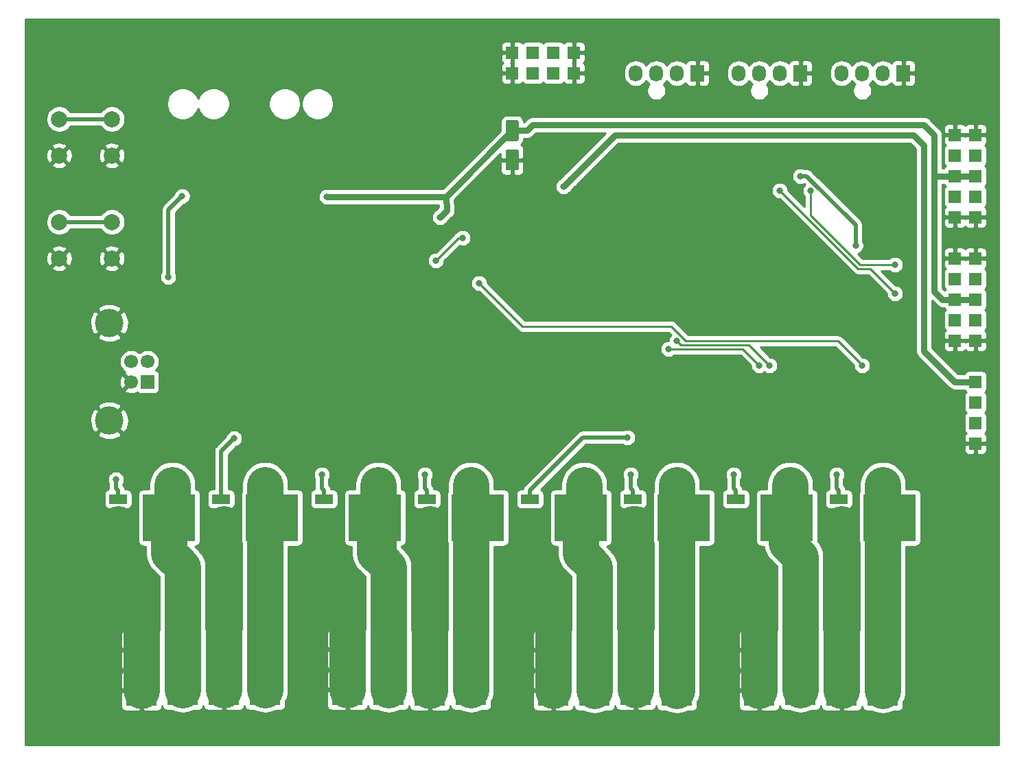
<source format=gbr>
G04 #@! TF.GenerationSoftware,KiCad,Pcbnew,5.1.5-52549c5~84~ubuntu18.04.1*
G04 #@! TF.CreationDate,2020-01-05T00:06:13+01:00*
G04 #@! TF.ProjectId,PCB,5043422e-6b69-4636-9164-5f7063625858,rev?*
G04 #@! TF.SameCoordinates,Original*
G04 #@! TF.FileFunction,Copper,L1,Top*
G04 #@! TF.FilePolarity,Positive*
%FSLAX46Y46*%
G04 Gerber Fmt 4.6, Leading zero omitted, Abs format (unit mm)*
G04 Created by KiCad (PCBNEW 5.1.5-52549c5~84~ubuntu18.04.1) date 2020-01-05 00:06:13*
%MOMM*%
%LPD*%
G04 APERTURE LIST*
%ADD10C,2.000000*%
%ADD11R,6.400000X5.800000*%
%ADD12R,2.200000X1.200000*%
%ADD13C,3.500000*%
%ADD14C,1.700000*%
%ADD15R,1.700000X1.700000*%
%ADD16R,1.524000X1.524000*%
%ADD17R,3.810000X3.810000*%
%ADD18C,6.000000*%
%ADD19O,1.730000X2.030000*%
%ADD20R,1.730000X2.030000*%
%ADD21C,0.100000*%
%ADD22C,0.800000*%
%ADD23C,1.200000*%
%ADD24C,4.500000*%
%ADD25C,0.500000*%
%ADD26C,0.750000*%
%ADD27C,0.254000*%
G04 APERTURE END LIST*
D10*
X97940000Y-59000000D03*
X97940000Y-63500000D03*
X91440000Y-59000000D03*
X91440000Y-63500000D03*
D11*
X193905000Y-108205000D03*
D12*
X187605000Y-110485000D03*
X187605000Y-105925000D03*
D11*
X181205000Y-108205000D03*
D12*
X174905000Y-110485000D03*
X174905000Y-105925000D03*
D11*
X168505000Y-108205000D03*
D12*
X162205000Y-110485000D03*
X162205000Y-105925000D03*
D11*
X155805000Y-108205000D03*
D12*
X149505000Y-110485000D03*
X149505000Y-105925000D03*
D11*
X143105000Y-108205000D03*
D12*
X136805000Y-110485000D03*
X136805000Y-105925000D03*
D11*
X130405000Y-108205000D03*
D12*
X124105000Y-110485000D03*
X124105000Y-105925000D03*
D11*
X117705000Y-108205000D03*
D12*
X111405000Y-110485000D03*
X111405000Y-105925000D03*
D11*
X105005000Y-108205000D03*
D12*
X98705000Y-110485000D03*
X98705000Y-105925000D03*
D10*
X97940000Y-71700000D03*
X97940000Y-76200000D03*
X91440000Y-71700000D03*
X91440000Y-76200000D03*
D13*
X97620000Y-84170000D03*
X97620000Y-96210000D03*
D14*
X100330000Y-91440000D03*
X100330000Y-88940000D03*
X102330000Y-88940000D03*
D15*
X102330000Y-91440000D03*
D16*
X201930000Y-76200000D03*
X204470000Y-76200000D03*
X201930000Y-78740000D03*
X204470000Y-78740000D03*
X201930000Y-81280000D03*
X204470000Y-81280000D03*
X201930000Y-83820000D03*
X204470000Y-83820000D03*
X201930000Y-86360000D03*
X204470000Y-86360000D03*
X201930000Y-60960000D03*
X204470000Y-60960000D03*
X201930000Y-63500000D03*
X204470000Y-63500000D03*
X201930000Y-66040000D03*
X204470000Y-66040000D03*
X201930000Y-68580000D03*
X204470000Y-68580000D03*
X201930000Y-71120000D03*
X204470000Y-71120000D03*
X154940000Y-50800000D03*
X154940000Y-53340000D03*
X152400000Y-50800000D03*
X152400000Y-53340000D03*
X149860000Y-50800000D03*
X149860000Y-53340000D03*
X147320000Y-50800000D03*
X147320000Y-53340000D03*
X204470000Y-99060000D03*
X204470000Y-96520000D03*
X204470000Y-93980000D03*
X204470000Y-91440000D03*
D17*
X193040000Y-124540000D03*
X193040000Y-129540000D03*
X187960000Y-124540000D03*
X187960000Y-129540000D03*
X182880000Y-124460000D03*
X182880000Y-129460000D03*
X177800000Y-124540000D03*
X177800000Y-129540000D03*
X167640000Y-124540000D03*
X167640000Y-129540000D03*
X162560000Y-124460000D03*
X162560000Y-129460000D03*
X157480000Y-124540000D03*
X157480000Y-129540000D03*
X152400000Y-124540000D03*
X152400000Y-129540000D03*
X142240000Y-124460000D03*
X142240000Y-129460000D03*
X137160000Y-124540000D03*
X137160000Y-129540000D03*
X132080000Y-124460000D03*
X132080000Y-129460000D03*
X127000000Y-124460000D03*
X127000000Y-129460000D03*
X116840000Y-124460000D03*
X116840000Y-129460000D03*
X111760000Y-124460000D03*
X111760000Y-129460000D03*
X106680000Y-124460000D03*
X106680000Y-129460000D03*
X101600000Y-124540000D03*
X101600000Y-129540000D03*
D18*
X203200000Y-50800000D03*
X91440000Y-132080000D03*
X91440000Y-50800000D03*
X203200000Y-132080000D03*
D19*
X187960000Y-53340000D03*
X190500000Y-53340000D03*
X193040000Y-53340000D03*
D20*
X195580000Y-53340000D03*
D19*
X175260000Y-53340000D03*
X177800000Y-53340000D03*
X180340000Y-53340000D03*
D20*
X182880000Y-53340000D03*
D19*
X162560000Y-53340000D03*
X165100000Y-53340000D03*
X167640000Y-53340000D03*
D20*
X170180000Y-53340000D03*
G04 #@! TA.AperFunction,SMDPad,CuDef*
D21*
G36*
X147894504Y-62731204D02*
G01*
X147918773Y-62734804D01*
X147942571Y-62740765D01*
X147965671Y-62749030D01*
X147987849Y-62759520D01*
X148008893Y-62772133D01*
X148028598Y-62786747D01*
X148046777Y-62803223D01*
X148063253Y-62821402D01*
X148077867Y-62841107D01*
X148090480Y-62862151D01*
X148100970Y-62884329D01*
X148109235Y-62907429D01*
X148115196Y-62931227D01*
X148118796Y-62955496D01*
X148120000Y-62980000D01*
X148120000Y-65080000D01*
X148118796Y-65104504D01*
X148115196Y-65128773D01*
X148109235Y-65152571D01*
X148100970Y-65175671D01*
X148090480Y-65197849D01*
X148077867Y-65218893D01*
X148063253Y-65238598D01*
X148046777Y-65256777D01*
X148028598Y-65273253D01*
X148008893Y-65287867D01*
X147987849Y-65300480D01*
X147965671Y-65310970D01*
X147942571Y-65319235D01*
X147918773Y-65325196D01*
X147894504Y-65328796D01*
X147870000Y-65330000D01*
X146770000Y-65330000D01*
X146745496Y-65328796D01*
X146721227Y-65325196D01*
X146697429Y-65319235D01*
X146674329Y-65310970D01*
X146652151Y-65300480D01*
X146631107Y-65287867D01*
X146611402Y-65273253D01*
X146593223Y-65256777D01*
X146576747Y-65238598D01*
X146562133Y-65218893D01*
X146549520Y-65197849D01*
X146539030Y-65175671D01*
X146530765Y-65152571D01*
X146524804Y-65128773D01*
X146521204Y-65104504D01*
X146520000Y-65080000D01*
X146520000Y-62980000D01*
X146521204Y-62955496D01*
X146524804Y-62931227D01*
X146530765Y-62907429D01*
X146539030Y-62884329D01*
X146549520Y-62862151D01*
X146562133Y-62841107D01*
X146576747Y-62821402D01*
X146593223Y-62803223D01*
X146611402Y-62786747D01*
X146631107Y-62772133D01*
X146652151Y-62759520D01*
X146674329Y-62749030D01*
X146697429Y-62740765D01*
X146721227Y-62734804D01*
X146745496Y-62731204D01*
X146770000Y-62730000D01*
X147870000Y-62730000D01*
X147894504Y-62731204D01*
G37*
G04 #@! TD.AperFunction*
G04 #@! TA.AperFunction,SMDPad,CuDef*
G36*
X147894504Y-59131204D02*
G01*
X147918773Y-59134804D01*
X147942571Y-59140765D01*
X147965671Y-59149030D01*
X147987849Y-59159520D01*
X148008893Y-59172133D01*
X148028598Y-59186747D01*
X148046777Y-59203223D01*
X148063253Y-59221402D01*
X148077867Y-59241107D01*
X148090480Y-59262151D01*
X148100970Y-59284329D01*
X148109235Y-59307429D01*
X148115196Y-59331227D01*
X148118796Y-59355496D01*
X148120000Y-59380000D01*
X148120000Y-61480000D01*
X148118796Y-61504504D01*
X148115196Y-61528773D01*
X148109235Y-61552571D01*
X148100970Y-61575671D01*
X148090480Y-61597849D01*
X148077867Y-61618893D01*
X148063253Y-61638598D01*
X148046777Y-61656777D01*
X148028598Y-61673253D01*
X148008893Y-61687867D01*
X147987849Y-61700480D01*
X147965671Y-61710970D01*
X147942571Y-61719235D01*
X147918773Y-61725196D01*
X147894504Y-61728796D01*
X147870000Y-61730000D01*
X146770000Y-61730000D01*
X146745496Y-61728796D01*
X146721227Y-61725196D01*
X146697429Y-61719235D01*
X146674329Y-61710970D01*
X146652151Y-61700480D01*
X146631107Y-61687867D01*
X146611402Y-61673253D01*
X146593223Y-61656777D01*
X146576747Y-61638598D01*
X146562133Y-61618893D01*
X146549520Y-61597849D01*
X146539030Y-61575671D01*
X146530765Y-61552571D01*
X146524804Y-61528773D01*
X146521204Y-61504504D01*
X146520000Y-61480000D01*
X146520000Y-59380000D01*
X146521204Y-59355496D01*
X146524804Y-59331227D01*
X146530765Y-59307429D01*
X146539030Y-59284329D01*
X146549520Y-59262151D01*
X146562133Y-59241107D01*
X146576747Y-59221402D01*
X146593223Y-59203223D01*
X146611402Y-59186747D01*
X146631107Y-59172133D01*
X146652151Y-59159520D01*
X146674329Y-59149030D01*
X146697429Y-59140765D01*
X146721227Y-59134804D01*
X146745496Y-59131204D01*
X146770000Y-59130000D01*
X147870000Y-59130000D01*
X147894504Y-59131204D01*
G37*
G04 #@! TD.AperFunction*
D22*
X187960000Y-111760000D03*
X187960000Y-113030000D03*
X187960000Y-114300000D03*
X187960000Y-115570000D03*
X174905000Y-112115000D03*
X175260000Y-113030000D03*
X176530000Y-114300000D03*
X177165000Y-114935000D03*
X162560000Y-111760000D03*
X162560000Y-113030000D03*
X162560000Y-114300000D03*
X162560000Y-115570000D03*
X149505000Y-112115000D03*
X149860000Y-114300000D03*
X151130000Y-115570000D03*
X149505000Y-113385000D03*
X137160000Y-111760000D03*
X137160000Y-114300000D03*
X137160000Y-113030000D03*
X137160000Y-115570000D03*
X124105000Y-112115000D03*
X124105000Y-113385000D03*
X124275000Y-115755000D03*
X125545000Y-117025000D03*
X111760000Y-111760000D03*
X111760000Y-113030000D03*
X111760000Y-114300000D03*
X111760000Y-115570000D03*
X98705000Y-112115000D03*
X98705000Y-113385000D03*
X98705000Y-114655000D03*
X98875000Y-115755000D03*
D23*
X98705000Y-108305000D03*
X111760000Y-107950000D03*
X124460000Y-109220000D03*
X137160000Y-107950000D03*
X149505000Y-109575000D03*
X162560000Y-107950000D03*
X187960000Y-107950000D03*
X175260000Y-109220000D03*
D22*
X170180000Y-90170000D03*
X173990000Y-90170000D03*
X165100000Y-96520000D03*
X173990000Y-96520000D03*
X182880000Y-96520000D03*
X193040000Y-92710000D03*
X119380000Y-85090000D03*
X128270000Y-85090000D03*
X162560000Y-87630000D03*
X152400000Y-87630000D03*
X124460000Y-73660000D03*
X119380000Y-69850000D03*
X167640000Y-67310000D03*
X165100000Y-67310000D03*
X166370000Y-66040000D03*
X102870000Y-59690000D03*
X101600000Y-55880000D03*
X104902000Y-78486000D03*
X106602500Y-68502500D03*
X124460000Y-68580000D03*
X138430000Y-71120000D03*
X139245000Y-70305000D03*
X153670000Y-67310000D03*
X154485000Y-66495000D03*
X189678500Y-74616500D03*
X182880000Y-66040000D03*
X105005000Y-112165000D03*
X105410000Y-113030000D03*
X106045000Y-113665000D03*
X106680000Y-114300000D03*
D23*
X105410000Y-104140000D03*
D22*
X116840000Y-111760000D03*
X116840000Y-113030000D03*
X116840000Y-114300000D03*
X116840000Y-115570000D03*
D23*
X116840000Y-104140000D03*
D22*
X130405000Y-112165000D03*
X131445000Y-113665000D03*
X132080000Y-115570000D03*
X132080000Y-116840000D03*
D23*
X130810000Y-104140000D03*
D22*
X142240000Y-111760000D03*
X142240000Y-113030000D03*
X142240000Y-114300000D03*
X142240000Y-115570000D03*
D23*
X142240000Y-104140000D03*
D22*
X155805000Y-112165000D03*
X156845000Y-113665000D03*
X157480000Y-115570000D03*
X157480000Y-116840000D03*
D23*
X156210000Y-104140000D03*
D22*
X167640000Y-111760000D03*
X167640000Y-113030000D03*
X167640000Y-114300000D03*
X167640000Y-115570000D03*
D23*
X167640000Y-104140000D03*
D22*
X181610000Y-111760000D03*
X182880000Y-113030000D03*
X182880000Y-114300000D03*
X182880000Y-115570000D03*
D23*
X181610000Y-104140000D03*
D22*
X193040000Y-111760000D03*
X193040000Y-113030000D03*
X193040000Y-114300000D03*
X193040000Y-115570000D03*
D23*
X193040000Y-104140000D03*
D22*
X194564000Y-76962000D03*
X184150000Y-67818000D03*
X194564000Y-80518000D03*
X180340000Y-67818000D03*
X143256000Y-79248000D03*
X190500000Y-89408000D03*
X137922000Y-76454000D03*
X141224000Y-73660000D03*
X98425000Y-103505000D03*
X113030000Y-98425000D03*
X123825000Y-102870000D03*
X136525000Y-102870000D03*
X161544000Y-98298000D03*
X161925000Y-102870000D03*
X174625000Y-102870000D03*
X187325000Y-102870000D03*
X167640000Y-86360000D03*
X179070000Y-89408000D03*
X166624000Y-87376000D03*
X177800000Y-89408000D03*
D24*
X187960000Y-110840000D02*
X187605000Y-110485000D01*
X187960000Y-129540000D02*
X187960000Y-115570000D01*
X174905000Y-112675000D02*
X174905000Y-112115000D01*
X177800000Y-129540000D02*
X177800000Y-115570000D01*
X177800000Y-115570000D02*
X177165000Y-114935000D01*
X187960000Y-111760000D02*
X187960000Y-110840000D01*
X187960000Y-113030000D02*
X187960000Y-111760000D01*
X187960000Y-114300000D02*
X187960000Y-113030000D01*
X187960000Y-115570000D02*
X187960000Y-114300000D01*
X174905000Y-112115000D02*
X174905000Y-110485000D01*
X175260000Y-113030000D02*
X174905000Y-112675000D01*
X176530000Y-114300000D02*
X175260000Y-113030000D01*
X177165000Y-114935000D02*
X176530000Y-114300000D01*
X162560000Y-110840000D02*
X162205000Y-110485000D01*
X162560000Y-129460000D02*
X162560000Y-115570000D01*
X149505000Y-113945000D02*
X149505000Y-113385000D01*
X152400000Y-129540000D02*
X152400000Y-116840000D01*
X152400000Y-116840000D02*
X151130000Y-115570000D01*
X137160000Y-110840000D02*
X136805000Y-110485000D01*
X137160000Y-129540000D02*
X137160000Y-115570000D01*
X111760000Y-110840000D02*
X111405000Y-110485000D01*
X111760000Y-129460000D02*
X111760000Y-115570000D01*
X124105000Y-115585000D02*
X124105000Y-113385000D01*
X127000000Y-118110000D02*
X126630000Y-118110000D01*
X126630000Y-118110000D02*
X125545000Y-117025000D01*
X127000000Y-129460000D02*
X127000000Y-118110000D01*
X98705000Y-115585000D02*
X98705000Y-114655000D01*
X101230000Y-118110000D02*
X98875000Y-115755000D01*
X101600000Y-118110000D02*
X101230000Y-118110000D01*
X101600000Y-129540000D02*
X101600000Y-118110000D01*
X162560000Y-111760000D02*
X162560000Y-110840000D01*
X162560000Y-113030000D02*
X162560000Y-111760000D01*
X162560000Y-114300000D02*
X162560000Y-113030000D01*
X162560000Y-115570000D02*
X162560000Y-114300000D01*
X149505000Y-112115000D02*
X149505000Y-110485000D01*
X149860000Y-114300000D02*
X149505000Y-113945000D01*
X151130000Y-115570000D02*
X149860000Y-114300000D01*
X149505000Y-113385000D02*
X149505000Y-112115000D01*
X137160000Y-111760000D02*
X137160000Y-110840000D01*
X137160000Y-114300000D02*
X137160000Y-113030000D01*
X137160000Y-113030000D02*
X137160000Y-111760000D01*
X137160000Y-115570000D02*
X137160000Y-114300000D01*
X124105000Y-112115000D02*
X124105000Y-110485000D01*
X124105000Y-113385000D02*
X124105000Y-112115000D01*
X124275000Y-115755000D02*
X124105000Y-115585000D01*
X125545000Y-117025000D02*
X124275000Y-115755000D01*
X111760000Y-111760000D02*
X111760000Y-110840000D01*
X111760000Y-113030000D02*
X111760000Y-111760000D01*
X111760000Y-114300000D02*
X111760000Y-113030000D01*
X111760000Y-115570000D02*
X111760000Y-114300000D01*
X98705000Y-112115000D02*
X98705000Y-110485000D01*
X98705000Y-113385000D02*
X98705000Y-112115000D01*
X98705000Y-114655000D02*
X98705000Y-113385000D01*
X98875000Y-115755000D02*
X98705000Y-115585000D01*
X187960000Y-111760000D02*
X187960000Y-108975001D01*
X175260000Y-111760000D02*
X174905000Y-112115000D01*
X175260000Y-109220000D02*
X175260000Y-111760000D01*
X162205000Y-108975001D02*
X162560000Y-108975001D01*
X162205000Y-110485000D02*
X162205000Y-108975001D01*
X149505000Y-109575000D02*
X149505000Y-113385000D01*
X137160000Y-115570000D02*
X137160000Y-108975001D01*
X124460000Y-113030000D02*
X124105000Y-113385000D01*
X124460000Y-109220000D02*
X124460000Y-113030000D01*
X111760000Y-111760000D02*
X111760000Y-108975001D01*
X98705000Y-114655000D02*
X98705000Y-108975001D01*
D25*
X104902000Y-70203000D02*
X106602500Y-68502500D01*
X104902000Y-78486000D02*
X104902000Y-70203000D01*
D26*
X204470000Y-81280000D02*
X201930000Y-81280000D01*
X200418000Y-81280000D02*
X199390000Y-80252000D01*
X201930000Y-81280000D02*
X200418000Y-81280000D01*
X199390000Y-80252000D02*
X199390000Y-66040000D01*
X199390000Y-66040000D02*
X204470000Y-66040000D01*
X138430000Y-71120000D02*
X139245000Y-70305000D01*
X139245000Y-68505000D02*
X147320000Y-60430000D01*
X199390000Y-60960000D02*
X198120000Y-59690000D01*
X199390000Y-66040000D02*
X199390000Y-60960000D01*
X198120000Y-59690000D02*
X149860000Y-59690000D01*
X149120000Y-60430000D02*
X147320000Y-60430000D01*
X149860000Y-59690000D02*
X149120000Y-60430000D01*
X124460000Y-68580000D02*
X139192000Y-68580000D01*
X139192000Y-68580000D02*
X139245000Y-68505000D01*
X139245000Y-70305000D02*
X139192000Y-68580000D01*
X153670000Y-67310000D02*
X154485000Y-66495000D01*
X154485000Y-66495000D02*
X160020000Y-60960000D01*
X160020000Y-60960000D02*
X196850000Y-60960000D01*
X196850000Y-60960000D02*
X198120000Y-62230000D01*
X198120000Y-62230000D02*
X198120000Y-87630000D01*
X198120000Y-87630000D02*
X201930000Y-91440000D01*
X201930000Y-91440000D02*
X204470000Y-91440000D01*
D25*
X182880000Y-66040000D02*
X183642000Y-66040000D01*
X189678500Y-72076500D02*
X189678500Y-74616500D01*
X183642000Y-66040000D02*
X189678500Y-72076500D01*
D24*
X105005000Y-112625000D02*
X105005000Y-112165000D01*
X106680000Y-129460000D02*
X106680000Y-114300000D01*
X106680000Y-114300000D02*
X106045000Y-113665000D01*
X105005000Y-112165000D02*
X105005000Y-108205000D01*
X105410000Y-113030000D02*
X105005000Y-112625000D01*
X106045000Y-113665000D02*
X105410000Y-113030000D01*
X106680000Y-114300000D02*
X106680000Y-114300000D01*
X105410000Y-107800000D02*
X105005000Y-108205000D01*
X105410000Y-104140000D02*
X105410000Y-107800000D01*
X116840000Y-109070000D02*
X117705000Y-108205000D01*
X116840000Y-129460000D02*
X116840000Y-115570000D01*
X116840000Y-111760000D02*
X116840000Y-109070000D01*
X116840000Y-113030000D02*
X116840000Y-111760000D01*
X116840000Y-114300000D02*
X116840000Y-113030000D01*
X116840000Y-115570000D02*
X116840000Y-114300000D01*
X116840000Y-104140000D02*
X116840000Y-113030000D01*
X130405000Y-112625000D02*
X130405000Y-112165000D01*
X132080000Y-129460000D02*
X132080000Y-116840000D01*
X132080000Y-114300000D02*
X131445000Y-113665000D01*
X130405000Y-112165000D02*
X130405000Y-108205000D01*
X131445000Y-113665000D02*
X130405000Y-112625000D01*
X132080000Y-115570000D02*
X132080000Y-114300000D01*
X132080000Y-116840000D02*
X132080000Y-115570000D01*
X130810000Y-111760000D02*
X130405000Y-112165000D01*
X130810000Y-104140000D02*
X130810000Y-111760000D01*
X142240000Y-109070000D02*
X143105000Y-108205000D01*
X142240000Y-129460000D02*
X142240000Y-115570000D01*
X142240000Y-111760000D02*
X142240000Y-109070000D01*
X142240000Y-113030000D02*
X142240000Y-111760000D01*
X142240000Y-114300000D02*
X142240000Y-113030000D01*
X142240000Y-115570000D02*
X142240000Y-114300000D01*
X142240000Y-104140000D02*
X142240000Y-113030000D01*
X155805000Y-112625000D02*
X155805000Y-112165000D01*
X157480000Y-129540000D02*
X157480000Y-116840000D01*
X157480000Y-114300000D02*
X156845000Y-113665000D01*
X155805000Y-112165000D02*
X155805000Y-108205000D01*
X156845000Y-113665000D02*
X155805000Y-112625000D01*
X157480000Y-115570000D02*
X157480000Y-114300000D01*
X157480000Y-116840000D02*
X157480000Y-115570000D01*
X156210000Y-107800000D02*
X155805000Y-108205000D01*
X156210000Y-104140000D02*
X156210000Y-107800000D01*
X167640000Y-109070000D02*
X168505000Y-108205000D01*
X167640000Y-129540000D02*
X167640000Y-115570000D01*
X167640000Y-111760000D02*
X167640000Y-109070000D01*
X167640000Y-113030000D02*
X167640000Y-111760000D01*
X167640000Y-114300000D02*
X167640000Y-113030000D01*
X167640000Y-115570000D02*
X167640000Y-114300000D01*
X167640000Y-107340000D02*
X168505000Y-108205000D01*
X167640000Y-104140000D02*
X167640000Y-107340000D01*
X182880000Y-129460000D02*
X182880000Y-115570000D01*
X181205000Y-111355000D02*
X181205000Y-108205000D01*
X182880000Y-113030000D02*
X182880000Y-113030000D01*
X181610000Y-111760000D02*
X181205000Y-111355000D01*
X182880000Y-113030000D02*
X181610000Y-111760000D01*
X182880000Y-114300000D02*
X182880000Y-113030000D01*
X182880000Y-115570000D02*
X182880000Y-114300000D01*
X181610000Y-107800000D02*
X181205000Y-108205000D01*
X181610000Y-104140000D02*
X181610000Y-107800000D01*
X193040000Y-109070000D02*
X193905000Y-108205000D01*
X193040000Y-129540000D02*
X193040000Y-115570000D01*
X193040000Y-111760000D02*
X193040000Y-109070000D01*
X193040000Y-113030000D02*
X193040000Y-111760000D01*
X193040000Y-114300000D02*
X193040000Y-113030000D01*
X193040000Y-115570000D02*
X193040000Y-114300000D01*
X193040000Y-107340000D02*
X193905000Y-108205000D01*
X193040000Y-104140000D02*
X193040000Y-107340000D01*
D27*
X194564000Y-76962000D02*
X190246000Y-76962000D01*
X184150000Y-70866000D02*
X184150000Y-67818000D01*
X190246000Y-76962000D02*
X184150000Y-70866000D01*
X194564000Y-80518000D02*
X191516000Y-77470000D01*
X191516000Y-77470000D02*
X189992000Y-77470000D01*
X189992000Y-77470000D02*
X181864000Y-69342000D01*
X181864000Y-69342000D02*
X180340000Y-67818000D01*
D25*
X91440000Y-71700000D02*
X97940000Y-71700000D01*
D27*
X190100001Y-89008001D02*
X190500000Y-89408000D01*
X187505990Y-86413990D02*
X190100001Y-89008001D01*
X148590000Y-84582000D02*
X166937962Y-84582000D01*
X174297990Y-86413990D02*
X187505990Y-86413990D01*
X143256000Y-79248000D02*
X148590000Y-84582000D01*
X174244000Y-86360000D02*
X174297990Y-86413990D01*
X166937962Y-84582000D02*
X168715962Y-86360000D01*
X168715962Y-86360000D02*
X174244000Y-86360000D01*
D25*
X91440000Y-59000000D02*
X97940000Y-59000000D01*
D27*
X137922000Y-76454000D02*
X140716000Y-73660000D01*
X140716000Y-73660000D02*
X141224000Y-73660000D01*
X141224000Y-73660000D02*
X141224000Y-73660000D01*
D25*
X98705000Y-104825000D02*
X98425000Y-104545000D01*
X98705000Y-105925000D02*
X98705000Y-104825000D01*
X98425000Y-104545000D02*
X98425000Y-103505000D01*
X98425000Y-103505000D02*
X98425000Y-103505000D01*
X98425000Y-103505000D02*
X98425000Y-103505000D01*
X111405000Y-105925000D02*
X111405000Y-104825000D01*
X111405000Y-104825000D02*
X111405000Y-100685000D01*
X111405000Y-100685000D02*
X111405000Y-100050000D01*
X111405000Y-100050000D02*
X113030000Y-98425000D01*
X113030000Y-98425000D02*
X113030000Y-98425000D01*
X124105000Y-104825000D02*
X123825000Y-104545000D01*
X124105000Y-105925000D02*
X124105000Y-104825000D01*
X123825000Y-104545000D02*
X123825000Y-102870000D01*
X123825000Y-102870000D02*
X123825000Y-102870000D01*
X136805000Y-104825000D02*
X136525000Y-104545000D01*
X136805000Y-105925000D02*
X136805000Y-104825000D01*
X136525000Y-104545000D02*
X136525000Y-102870000D01*
X136525000Y-102870000D02*
X136525000Y-102870000D01*
X149505000Y-104825000D02*
X156032000Y-98298000D01*
X149505000Y-105925000D02*
X149505000Y-104825000D01*
X156032000Y-98298000D02*
X161544000Y-98298000D01*
X161544000Y-98298000D02*
X161544000Y-98298000D01*
X162205000Y-104825000D02*
X161925000Y-104545000D01*
X162205000Y-105925000D02*
X162205000Y-104825000D01*
X161925000Y-104545000D02*
X161925000Y-102870000D01*
X161925000Y-102870000D02*
X161925000Y-102870000D01*
X161925000Y-102870000D02*
X161925000Y-102870000D01*
X174905000Y-104825000D02*
X174625000Y-104545000D01*
X174905000Y-105925000D02*
X174905000Y-104825000D01*
X174625000Y-104545000D02*
X174625000Y-102870000D01*
X174625000Y-102870000D02*
X174625000Y-102870000D01*
X174625000Y-102870000D02*
X174625000Y-102870000D01*
X187605000Y-104825000D02*
X187325000Y-104545000D01*
X187605000Y-105925000D02*
X187605000Y-104825000D01*
X187325000Y-104545000D02*
X187325000Y-102870000D01*
X187325000Y-102870000D02*
X187325000Y-102870000D01*
X187325000Y-102870000D02*
X187325000Y-102870000D01*
D27*
X176530000Y-86868000D02*
X179070000Y-89408000D01*
X167640000Y-86360000D02*
X168148000Y-86868000D01*
X168148000Y-86868000D02*
X176530000Y-86868000D01*
X175768000Y-87376000D02*
X177800000Y-89408000D01*
X166624000Y-87376000D02*
X175768000Y-87376000D01*
G36*
X207366001Y-56101572D02*
G01*
X207366000Y-56101582D01*
X207366001Y-136246000D01*
X87274000Y-136246000D01*
X87274000Y-131445000D01*
X99056928Y-131445000D01*
X99069188Y-131569482D01*
X99105498Y-131689180D01*
X99164463Y-131799494D01*
X99243815Y-131896185D01*
X99340506Y-131975537D01*
X99450820Y-132034502D01*
X99570518Y-132070812D01*
X99695000Y-132083072D01*
X101314250Y-132080000D01*
X101473000Y-131921250D01*
X101473000Y-129667000D01*
X99218750Y-129667000D01*
X99060000Y-129825750D01*
X99056928Y-131445000D01*
X87274000Y-131445000D01*
X87274000Y-126445000D01*
X99056928Y-126445000D01*
X99069188Y-126569482D01*
X99105498Y-126689180D01*
X99164463Y-126799494D01*
X99243815Y-126896185D01*
X99340506Y-126975537D01*
X99450820Y-127034502D01*
X99468944Y-127040000D01*
X99450820Y-127045498D01*
X99340506Y-127104463D01*
X99243815Y-127183815D01*
X99164463Y-127280506D01*
X99105498Y-127390820D01*
X99069188Y-127510518D01*
X99056928Y-127635000D01*
X99060000Y-129254250D01*
X99218750Y-129413000D01*
X101473000Y-129413000D01*
X101473000Y-127158750D01*
X101354250Y-127040000D01*
X101473000Y-126921250D01*
X101473000Y-124667000D01*
X99218750Y-124667000D01*
X99060000Y-124825750D01*
X99056928Y-126445000D01*
X87274000Y-126445000D01*
X87274000Y-122635000D01*
X99056928Y-122635000D01*
X99060000Y-124254250D01*
X99218750Y-124413000D01*
X101473000Y-124413000D01*
X101473000Y-122158750D01*
X101314250Y-122000000D01*
X99695000Y-121996928D01*
X99570518Y-122009188D01*
X99450820Y-122045498D01*
X99340506Y-122104463D01*
X99243815Y-122183815D01*
X99164463Y-122280506D01*
X99105498Y-122390820D01*
X99069188Y-122510518D01*
X99056928Y-122635000D01*
X87274000Y-122635000D01*
X87274000Y-111085000D01*
X96966928Y-111085000D01*
X96979188Y-111209482D01*
X97015498Y-111329180D01*
X97074463Y-111439494D01*
X97153815Y-111536185D01*
X97250506Y-111615537D01*
X97360820Y-111674502D01*
X97480518Y-111710812D01*
X97605000Y-111723072D01*
X98419250Y-111720000D01*
X98578000Y-111561250D01*
X98578000Y-110612000D01*
X98832000Y-110612000D01*
X98832000Y-111561250D01*
X98990750Y-111720000D01*
X99805000Y-111723072D01*
X99929482Y-111710812D01*
X100049180Y-111674502D01*
X100159494Y-111615537D01*
X100256185Y-111536185D01*
X100335537Y-111439494D01*
X100394502Y-111329180D01*
X100430812Y-111209482D01*
X100443072Y-111085000D01*
X100440000Y-110770750D01*
X100281250Y-110612000D01*
X98832000Y-110612000D01*
X98578000Y-110612000D01*
X97128750Y-110612000D01*
X96970000Y-110770750D01*
X96966928Y-111085000D01*
X87274000Y-111085000D01*
X87274000Y-109885000D01*
X96966928Y-109885000D01*
X96970000Y-110199250D01*
X97128750Y-110358000D01*
X98578000Y-110358000D01*
X98578000Y-109408750D01*
X98832000Y-109408750D01*
X98832000Y-110358000D01*
X100281250Y-110358000D01*
X100440000Y-110199250D01*
X100443072Y-109885000D01*
X100430812Y-109760518D01*
X100394502Y-109640820D01*
X100335537Y-109530506D01*
X100256185Y-109433815D01*
X100159494Y-109354463D01*
X100049180Y-109295498D01*
X99929482Y-109259188D01*
X99805000Y-109246928D01*
X98990750Y-109250000D01*
X98832000Y-109408750D01*
X98578000Y-109408750D01*
X98419250Y-109250000D01*
X97605000Y-109246928D01*
X97480518Y-109259188D01*
X97360820Y-109295498D01*
X97250506Y-109354463D01*
X97153815Y-109433815D01*
X97074463Y-109530506D01*
X97015498Y-109640820D01*
X96979188Y-109760518D01*
X96966928Y-109885000D01*
X87274000Y-109885000D01*
X87274000Y-105325000D01*
X96966928Y-105325000D01*
X96966928Y-106525000D01*
X96979188Y-106649482D01*
X97015498Y-106769180D01*
X97074463Y-106879494D01*
X97153815Y-106976185D01*
X97250506Y-107055537D01*
X97360820Y-107114502D01*
X97480518Y-107150812D01*
X97605000Y-107163072D01*
X99805000Y-107163072D01*
X99929482Y-107150812D01*
X100049180Y-107114502D01*
X100159494Y-107055537D01*
X100256185Y-106976185D01*
X100335537Y-106879494D01*
X100394502Y-106769180D01*
X100430812Y-106649482D01*
X100443072Y-106525000D01*
X100443072Y-105325000D01*
X100441103Y-105305000D01*
X101166928Y-105305000D01*
X101166928Y-111105000D01*
X101179188Y-111229482D01*
X101215498Y-111349180D01*
X101274463Y-111459494D01*
X101353815Y-111556185D01*
X101450506Y-111635537D01*
X101560820Y-111694502D01*
X101680518Y-111730812D01*
X101805000Y-111743072D01*
X102120000Y-111743072D01*
X102120000Y-112483275D01*
X102106041Y-112625000D01*
X102120000Y-112766725D01*
X102120000Y-112766726D01*
X102161744Y-113190558D01*
X102326711Y-113734383D01*
X102594604Y-114235574D01*
X102955126Y-114674873D01*
X103065218Y-114765223D01*
X103795001Y-115495006D01*
X103795000Y-122069990D01*
X103749180Y-122045498D01*
X103629482Y-122009188D01*
X103505000Y-121996928D01*
X101885750Y-122000000D01*
X101727000Y-122158750D01*
X101727000Y-124413000D01*
X101747000Y-124413000D01*
X101747000Y-124667000D01*
X101727000Y-124667000D01*
X101727000Y-126921250D01*
X101845750Y-127040000D01*
X101727000Y-127158750D01*
X101727000Y-129413000D01*
X101747000Y-129413000D01*
X101747000Y-129667000D01*
X101727000Y-129667000D01*
X101727000Y-131921250D01*
X101885750Y-132080000D01*
X103505000Y-132083072D01*
X103629482Y-132070812D01*
X103749180Y-132034502D01*
X103859494Y-131975537D01*
X103956185Y-131896185D01*
X104035537Y-131799494D01*
X104094502Y-131689180D01*
X104130812Y-131569482D01*
X104143072Y-131445000D01*
X104143038Y-131427037D01*
X104149188Y-131489482D01*
X104185498Y-131609180D01*
X104244463Y-131719494D01*
X104323815Y-131816185D01*
X104420506Y-131895537D01*
X104530820Y-131954502D01*
X104650518Y-131990812D01*
X104775000Y-132003072D01*
X105317644Y-132003072D01*
X105570616Y-132138289D01*
X106114441Y-132303256D01*
X106680000Y-132358959D01*
X107245558Y-132303256D01*
X107789383Y-132138289D01*
X108042355Y-132003072D01*
X108585000Y-132003072D01*
X108709482Y-131990812D01*
X108829180Y-131954502D01*
X108939494Y-131895537D01*
X109036185Y-131816185D01*
X109115537Y-131719494D01*
X109174502Y-131609180D01*
X109210812Y-131489482D01*
X109220000Y-131396192D01*
X109229188Y-131489482D01*
X109265498Y-131609180D01*
X109324463Y-131719494D01*
X109403815Y-131816185D01*
X109500506Y-131895537D01*
X109610820Y-131954502D01*
X109730518Y-131990812D01*
X109855000Y-132003072D01*
X111474250Y-132000000D01*
X111633000Y-131841250D01*
X111633000Y-129587000D01*
X111613000Y-129587000D01*
X111613000Y-129333000D01*
X111633000Y-129333000D01*
X111633000Y-127078750D01*
X111514250Y-126960000D01*
X111633000Y-126841250D01*
X111633000Y-124587000D01*
X111613000Y-124587000D01*
X111613000Y-124333000D01*
X111633000Y-124333000D01*
X111633000Y-122078750D01*
X111887000Y-122078750D01*
X111887000Y-124333000D01*
X111907000Y-124333000D01*
X111907000Y-124587000D01*
X111887000Y-124587000D01*
X111887000Y-126841250D01*
X112005750Y-126960000D01*
X111887000Y-127078750D01*
X111887000Y-129333000D01*
X111907000Y-129333000D01*
X111907000Y-129587000D01*
X111887000Y-129587000D01*
X111887000Y-131841250D01*
X112045750Y-132000000D01*
X113665000Y-132003072D01*
X113789482Y-131990812D01*
X113909180Y-131954502D01*
X114019494Y-131895537D01*
X114116185Y-131816185D01*
X114195537Y-131719494D01*
X114254502Y-131609180D01*
X114290812Y-131489482D01*
X114300000Y-131396192D01*
X114309188Y-131489482D01*
X114345498Y-131609180D01*
X114404463Y-131719494D01*
X114483815Y-131816185D01*
X114580506Y-131895537D01*
X114690820Y-131954502D01*
X114810518Y-131990812D01*
X114935000Y-132003072D01*
X115477644Y-132003072D01*
X115730616Y-132138289D01*
X116274441Y-132303256D01*
X116840000Y-132358959D01*
X117405558Y-132303256D01*
X117949383Y-132138289D01*
X118202355Y-132003072D01*
X118745000Y-132003072D01*
X118869482Y-131990812D01*
X118989180Y-131954502D01*
X119099494Y-131895537D01*
X119196185Y-131816185D01*
X119275537Y-131719494D01*
X119334502Y-131609180D01*
X119370812Y-131489482D01*
X119383072Y-131365000D01*
X124456928Y-131365000D01*
X124469188Y-131489482D01*
X124505498Y-131609180D01*
X124564463Y-131719494D01*
X124643815Y-131816185D01*
X124740506Y-131895537D01*
X124850820Y-131954502D01*
X124970518Y-131990812D01*
X125095000Y-132003072D01*
X126714250Y-132000000D01*
X126873000Y-131841250D01*
X126873000Y-129587000D01*
X124618750Y-129587000D01*
X124460000Y-129745750D01*
X124456928Y-131365000D01*
X119383072Y-131365000D01*
X119383072Y-130822356D01*
X119518289Y-130569384D01*
X119683256Y-130025559D01*
X119725000Y-129601727D01*
X119725000Y-126365000D01*
X124456928Y-126365000D01*
X124469188Y-126489482D01*
X124505498Y-126609180D01*
X124564463Y-126719494D01*
X124643815Y-126816185D01*
X124740506Y-126895537D01*
X124850820Y-126954502D01*
X124868944Y-126960000D01*
X124850820Y-126965498D01*
X124740506Y-127024463D01*
X124643815Y-127103815D01*
X124564463Y-127200506D01*
X124505498Y-127310820D01*
X124469188Y-127430518D01*
X124456928Y-127555000D01*
X124460000Y-129174250D01*
X124618750Y-129333000D01*
X126873000Y-129333000D01*
X126873000Y-127078750D01*
X126754250Y-126960000D01*
X126873000Y-126841250D01*
X126873000Y-124587000D01*
X124618750Y-124587000D01*
X124460000Y-124745750D01*
X124456928Y-126365000D01*
X119725000Y-126365000D01*
X119725000Y-122555000D01*
X124456928Y-122555000D01*
X124460000Y-124174250D01*
X124618750Y-124333000D01*
X126873000Y-124333000D01*
X126873000Y-122078750D01*
X126714250Y-121920000D01*
X125095000Y-121916928D01*
X124970518Y-121929188D01*
X124850820Y-121965498D01*
X124740506Y-122024463D01*
X124643815Y-122103815D01*
X124564463Y-122200506D01*
X124505498Y-122310820D01*
X124469188Y-122430518D01*
X124456928Y-122555000D01*
X119725000Y-122555000D01*
X119725000Y-111743072D01*
X120905000Y-111743072D01*
X121029482Y-111730812D01*
X121149180Y-111694502D01*
X121259494Y-111635537D01*
X121356185Y-111556185D01*
X121435537Y-111459494D01*
X121494502Y-111349180D01*
X121530812Y-111229482D01*
X121543072Y-111105000D01*
X121543072Y-111085000D01*
X122366928Y-111085000D01*
X122379188Y-111209482D01*
X122415498Y-111329180D01*
X122474463Y-111439494D01*
X122553815Y-111536185D01*
X122650506Y-111615537D01*
X122760820Y-111674502D01*
X122880518Y-111710812D01*
X123005000Y-111723072D01*
X123819250Y-111720000D01*
X123978000Y-111561250D01*
X123978000Y-110612000D01*
X124232000Y-110612000D01*
X124232000Y-111561250D01*
X124390750Y-111720000D01*
X125205000Y-111723072D01*
X125329482Y-111710812D01*
X125449180Y-111674502D01*
X125559494Y-111615537D01*
X125656185Y-111536185D01*
X125735537Y-111439494D01*
X125794502Y-111329180D01*
X125830812Y-111209482D01*
X125843072Y-111085000D01*
X125840000Y-110770750D01*
X125681250Y-110612000D01*
X124232000Y-110612000D01*
X123978000Y-110612000D01*
X122528750Y-110612000D01*
X122370000Y-110770750D01*
X122366928Y-111085000D01*
X121543072Y-111085000D01*
X121543072Y-109885000D01*
X122366928Y-109885000D01*
X122370000Y-110199250D01*
X122528750Y-110358000D01*
X123978000Y-110358000D01*
X123978000Y-109408750D01*
X124232000Y-109408750D01*
X124232000Y-110358000D01*
X125681250Y-110358000D01*
X125840000Y-110199250D01*
X125843072Y-109885000D01*
X125830812Y-109760518D01*
X125794502Y-109640820D01*
X125735537Y-109530506D01*
X125656185Y-109433815D01*
X125559494Y-109354463D01*
X125449180Y-109295498D01*
X125329482Y-109259188D01*
X125205000Y-109246928D01*
X124390750Y-109250000D01*
X124232000Y-109408750D01*
X123978000Y-109408750D01*
X123819250Y-109250000D01*
X123005000Y-109246928D01*
X122880518Y-109259188D01*
X122760820Y-109295498D01*
X122650506Y-109354463D01*
X122553815Y-109433815D01*
X122474463Y-109530506D01*
X122415498Y-109640820D01*
X122379188Y-109760518D01*
X122366928Y-109885000D01*
X121543072Y-109885000D01*
X121543072Y-105325000D01*
X122366928Y-105325000D01*
X122366928Y-106525000D01*
X122379188Y-106649482D01*
X122415498Y-106769180D01*
X122474463Y-106879494D01*
X122553815Y-106976185D01*
X122650506Y-107055537D01*
X122760820Y-107114502D01*
X122880518Y-107150812D01*
X123005000Y-107163072D01*
X125205000Y-107163072D01*
X125329482Y-107150812D01*
X125449180Y-107114502D01*
X125559494Y-107055537D01*
X125656185Y-106976185D01*
X125735537Y-106879494D01*
X125794502Y-106769180D01*
X125830812Y-106649482D01*
X125843072Y-106525000D01*
X125843072Y-105325000D01*
X125841103Y-105305000D01*
X126566928Y-105305000D01*
X126566928Y-111105000D01*
X126579188Y-111229482D01*
X126615498Y-111349180D01*
X126674463Y-111459494D01*
X126753815Y-111556185D01*
X126850506Y-111635537D01*
X126960820Y-111694502D01*
X127080518Y-111730812D01*
X127205000Y-111743072D01*
X127520000Y-111743072D01*
X127520000Y-112023273D01*
X127506041Y-112165000D01*
X127520000Y-112306725D01*
X127520000Y-112483275D01*
X127506041Y-112625000D01*
X127520000Y-112766725D01*
X127520000Y-112766726D01*
X127561744Y-113190558D01*
X127726711Y-113734383D01*
X127994604Y-114235574D01*
X128355126Y-114674873D01*
X128465218Y-114765223D01*
X129195000Y-115495006D01*
X129195000Y-116981726D01*
X129195001Y-116981736D01*
X129195001Y-121989990D01*
X129149180Y-121965498D01*
X129029482Y-121929188D01*
X128905000Y-121916928D01*
X127285750Y-121920000D01*
X127127000Y-122078750D01*
X127127000Y-124333000D01*
X127147000Y-124333000D01*
X127147000Y-124587000D01*
X127127000Y-124587000D01*
X127127000Y-126841250D01*
X127245750Y-126960000D01*
X127127000Y-127078750D01*
X127127000Y-129333000D01*
X127147000Y-129333000D01*
X127147000Y-129587000D01*
X127127000Y-129587000D01*
X127127000Y-131841250D01*
X127285750Y-132000000D01*
X128905000Y-132003072D01*
X129029482Y-131990812D01*
X129149180Y-131954502D01*
X129259494Y-131895537D01*
X129356185Y-131816185D01*
X129435537Y-131719494D01*
X129494502Y-131609180D01*
X129530812Y-131489482D01*
X129540000Y-131396192D01*
X129549188Y-131489482D01*
X129585498Y-131609180D01*
X129644463Y-131719494D01*
X129723815Y-131816185D01*
X129820506Y-131895537D01*
X129930820Y-131954502D01*
X130050518Y-131990812D01*
X130175000Y-132003072D01*
X130717644Y-132003072D01*
X130970616Y-132138289D01*
X131514441Y-132303256D01*
X132080000Y-132358959D01*
X132645558Y-132303256D01*
X133189383Y-132138289D01*
X133442355Y-132003072D01*
X133985000Y-132003072D01*
X134109482Y-131990812D01*
X134229180Y-131954502D01*
X134339494Y-131895537D01*
X134436185Y-131816185D01*
X134515537Y-131719494D01*
X134574502Y-131609180D01*
X134610812Y-131489482D01*
X134616962Y-131427037D01*
X134616928Y-131445000D01*
X134629188Y-131569482D01*
X134665498Y-131689180D01*
X134724463Y-131799494D01*
X134803815Y-131896185D01*
X134900506Y-131975537D01*
X135010820Y-132034502D01*
X135130518Y-132070812D01*
X135255000Y-132083072D01*
X136874250Y-132080000D01*
X137033000Y-131921250D01*
X137033000Y-129667000D01*
X137013000Y-129667000D01*
X137013000Y-129413000D01*
X137033000Y-129413000D01*
X137033000Y-127158750D01*
X136914250Y-127040000D01*
X137033000Y-126921250D01*
X137033000Y-124667000D01*
X137013000Y-124667000D01*
X137013000Y-124413000D01*
X137033000Y-124413000D01*
X137033000Y-122158750D01*
X137287000Y-122158750D01*
X137287000Y-124413000D01*
X137307000Y-124413000D01*
X137307000Y-124667000D01*
X137287000Y-124667000D01*
X137287000Y-126921250D01*
X137405750Y-127040000D01*
X137287000Y-127158750D01*
X137287000Y-129413000D01*
X137307000Y-129413000D01*
X137307000Y-129667000D01*
X137287000Y-129667000D01*
X137287000Y-131921250D01*
X137445750Y-132080000D01*
X139065000Y-132083072D01*
X139189482Y-132070812D01*
X139309180Y-132034502D01*
X139419494Y-131975537D01*
X139516185Y-131896185D01*
X139595537Y-131799494D01*
X139654502Y-131689180D01*
X139690812Y-131569482D01*
X139703072Y-131445000D01*
X139703038Y-131427037D01*
X139709188Y-131489482D01*
X139745498Y-131609180D01*
X139804463Y-131719494D01*
X139883815Y-131816185D01*
X139980506Y-131895537D01*
X140090820Y-131954502D01*
X140210518Y-131990812D01*
X140335000Y-132003072D01*
X140877644Y-132003072D01*
X141130616Y-132138289D01*
X141674441Y-132303256D01*
X142240000Y-132358959D01*
X142805558Y-132303256D01*
X143349383Y-132138289D01*
X143602355Y-132003072D01*
X144145000Y-132003072D01*
X144269482Y-131990812D01*
X144389180Y-131954502D01*
X144499494Y-131895537D01*
X144596185Y-131816185D01*
X144675537Y-131719494D01*
X144734502Y-131609180D01*
X144770812Y-131489482D01*
X144775192Y-131445000D01*
X149856928Y-131445000D01*
X149869188Y-131569482D01*
X149905498Y-131689180D01*
X149964463Y-131799494D01*
X150043815Y-131896185D01*
X150140506Y-131975537D01*
X150250820Y-132034502D01*
X150370518Y-132070812D01*
X150495000Y-132083072D01*
X152114250Y-132080000D01*
X152273000Y-131921250D01*
X152273000Y-129667000D01*
X150018750Y-129667000D01*
X149860000Y-129825750D01*
X149856928Y-131445000D01*
X144775192Y-131445000D01*
X144783072Y-131365000D01*
X144783072Y-130822356D01*
X144918289Y-130569384D01*
X145083256Y-130025559D01*
X145125000Y-129601727D01*
X145125000Y-126445000D01*
X149856928Y-126445000D01*
X149869188Y-126569482D01*
X149905498Y-126689180D01*
X149964463Y-126799494D01*
X150043815Y-126896185D01*
X150140506Y-126975537D01*
X150250820Y-127034502D01*
X150268944Y-127040000D01*
X150250820Y-127045498D01*
X150140506Y-127104463D01*
X150043815Y-127183815D01*
X149964463Y-127280506D01*
X149905498Y-127390820D01*
X149869188Y-127510518D01*
X149856928Y-127635000D01*
X149860000Y-129254250D01*
X150018750Y-129413000D01*
X152273000Y-129413000D01*
X152273000Y-127158750D01*
X152154250Y-127040000D01*
X152273000Y-126921250D01*
X152273000Y-124667000D01*
X150018750Y-124667000D01*
X149860000Y-124825750D01*
X149856928Y-126445000D01*
X145125000Y-126445000D01*
X145125000Y-122635000D01*
X149856928Y-122635000D01*
X149860000Y-124254250D01*
X150018750Y-124413000D01*
X152273000Y-124413000D01*
X152273000Y-122158750D01*
X152114250Y-122000000D01*
X150495000Y-121996928D01*
X150370518Y-122009188D01*
X150250820Y-122045498D01*
X150140506Y-122104463D01*
X150043815Y-122183815D01*
X149964463Y-122280506D01*
X149905498Y-122390820D01*
X149869188Y-122510518D01*
X149856928Y-122635000D01*
X145125000Y-122635000D01*
X145125000Y-111743072D01*
X146305000Y-111743072D01*
X146429482Y-111730812D01*
X146549180Y-111694502D01*
X146659494Y-111635537D01*
X146756185Y-111556185D01*
X146835537Y-111459494D01*
X146894502Y-111349180D01*
X146930812Y-111229482D01*
X146943072Y-111105000D01*
X146943072Y-111085000D01*
X147766928Y-111085000D01*
X147779188Y-111209482D01*
X147815498Y-111329180D01*
X147874463Y-111439494D01*
X147953815Y-111536185D01*
X148050506Y-111615537D01*
X148160820Y-111674502D01*
X148280518Y-111710812D01*
X148405000Y-111723072D01*
X149219250Y-111720000D01*
X149378000Y-111561250D01*
X149378000Y-110612000D01*
X149632000Y-110612000D01*
X149632000Y-111561250D01*
X149790750Y-111720000D01*
X150605000Y-111723072D01*
X150729482Y-111710812D01*
X150849180Y-111674502D01*
X150959494Y-111615537D01*
X151056185Y-111536185D01*
X151135537Y-111439494D01*
X151194502Y-111329180D01*
X151230812Y-111209482D01*
X151243072Y-111085000D01*
X151240000Y-110770750D01*
X151081250Y-110612000D01*
X149632000Y-110612000D01*
X149378000Y-110612000D01*
X147928750Y-110612000D01*
X147770000Y-110770750D01*
X147766928Y-111085000D01*
X146943072Y-111085000D01*
X146943072Y-109885000D01*
X147766928Y-109885000D01*
X147770000Y-110199250D01*
X147928750Y-110358000D01*
X149378000Y-110358000D01*
X149378000Y-109408750D01*
X149632000Y-109408750D01*
X149632000Y-110358000D01*
X151081250Y-110358000D01*
X151240000Y-110199250D01*
X151243072Y-109885000D01*
X151230812Y-109760518D01*
X151194502Y-109640820D01*
X151135537Y-109530506D01*
X151056185Y-109433815D01*
X150959494Y-109354463D01*
X150849180Y-109295498D01*
X150729482Y-109259188D01*
X150605000Y-109246928D01*
X149790750Y-109250000D01*
X149632000Y-109408750D01*
X149378000Y-109408750D01*
X149219250Y-109250000D01*
X148405000Y-109246928D01*
X148280518Y-109259188D01*
X148160820Y-109295498D01*
X148050506Y-109354463D01*
X147953815Y-109433815D01*
X147874463Y-109530506D01*
X147815498Y-109640820D01*
X147779188Y-109760518D01*
X147766928Y-109885000D01*
X146943072Y-109885000D01*
X146943072Y-105325000D01*
X147766928Y-105325000D01*
X147766928Y-106525000D01*
X147779188Y-106649482D01*
X147815498Y-106769180D01*
X147874463Y-106879494D01*
X147953815Y-106976185D01*
X148050506Y-107055537D01*
X148160820Y-107114502D01*
X148280518Y-107150812D01*
X148405000Y-107163072D01*
X150605000Y-107163072D01*
X150729482Y-107150812D01*
X150849180Y-107114502D01*
X150959494Y-107055537D01*
X151056185Y-106976185D01*
X151135537Y-106879494D01*
X151194502Y-106769180D01*
X151230812Y-106649482D01*
X151243072Y-106525000D01*
X151243072Y-105325000D01*
X151241103Y-105305000D01*
X151966928Y-105305000D01*
X151966928Y-111105000D01*
X151979188Y-111229482D01*
X152015498Y-111349180D01*
X152074463Y-111459494D01*
X152153815Y-111556185D01*
X152250506Y-111635537D01*
X152360820Y-111694502D01*
X152480518Y-111730812D01*
X152605000Y-111743072D01*
X152920000Y-111743072D01*
X152920000Y-112483275D01*
X152906041Y-112625000D01*
X152920000Y-112766725D01*
X152920000Y-112766726D01*
X152961744Y-113190558D01*
X153126711Y-113734383D01*
X153394604Y-114235574D01*
X153755126Y-114674873D01*
X153865218Y-114765223D01*
X154595000Y-115495006D01*
X154595000Y-116981726D01*
X154595001Y-116981736D01*
X154595001Y-122069990D01*
X154549180Y-122045498D01*
X154429482Y-122009188D01*
X154305000Y-121996928D01*
X152685750Y-122000000D01*
X152527000Y-122158750D01*
X152527000Y-124413000D01*
X152547000Y-124413000D01*
X152547000Y-124667000D01*
X152527000Y-124667000D01*
X152527000Y-126921250D01*
X152645750Y-127040000D01*
X152527000Y-127158750D01*
X152527000Y-129413000D01*
X152547000Y-129413000D01*
X152547000Y-129667000D01*
X152527000Y-129667000D01*
X152527000Y-131921250D01*
X152685750Y-132080000D01*
X154305000Y-132083072D01*
X154429482Y-132070812D01*
X154549180Y-132034502D01*
X154659494Y-131975537D01*
X154756185Y-131896185D01*
X154835537Y-131799494D01*
X154894502Y-131689180D01*
X154930812Y-131569482D01*
X154940000Y-131476192D01*
X154949188Y-131569482D01*
X154985498Y-131689180D01*
X155044463Y-131799494D01*
X155123815Y-131896185D01*
X155220506Y-131975537D01*
X155330820Y-132034502D01*
X155450518Y-132070812D01*
X155575000Y-132083072D01*
X156117644Y-132083072D01*
X156370616Y-132218289D01*
X156914441Y-132383256D01*
X157480000Y-132438959D01*
X158045558Y-132383256D01*
X158589383Y-132218289D01*
X158842355Y-132083072D01*
X159385000Y-132083072D01*
X159509482Y-132070812D01*
X159629180Y-132034502D01*
X159739494Y-131975537D01*
X159836185Y-131896185D01*
X159915537Y-131799494D01*
X159974502Y-131689180D01*
X160010812Y-131569482D01*
X160023072Y-131445000D01*
X160023072Y-131427383D01*
X160029188Y-131489482D01*
X160065498Y-131609180D01*
X160124463Y-131719494D01*
X160203815Y-131816185D01*
X160300506Y-131895537D01*
X160410820Y-131954502D01*
X160530518Y-131990812D01*
X160655000Y-132003072D01*
X162274250Y-132000000D01*
X162433000Y-131841250D01*
X162433000Y-129587000D01*
X162413000Y-129587000D01*
X162413000Y-129333000D01*
X162433000Y-129333000D01*
X162433000Y-127078750D01*
X162314250Y-126960000D01*
X162433000Y-126841250D01*
X162433000Y-124587000D01*
X162413000Y-124587000D01*
X162413000Y-124333000D01*
X162433000Y-124333000D01*
X162433000Y-122078750D01*
X162687000Y-122078750D01*
X162687000Y-124333000D01*
X162707000Y-124333000D01*
X162707000Y-124587000D01*
X162687000Y-124587000D01*
X162687000Y-126841250D01*
X162805750Y-126960000D01*
X162687000Y-127078750D01*
X162687000Y-129333000D01*
X162707000Y-129333000D01*
X162707000Y-129587000D01*
X162687000Y-129587000D01*
X162687000Y-131841250D01*
X162845750Y-132000000D01*
X164465000Y-132003072D01*
X164589482Y-131990812D01*
X164709180Y-131954502D01*
X164819494Y-131895537D01*
X164916185Y-131816185D01*
X164995537Y-131719494D01*
X165054502Y-131609180D01*
X165090812Y-131489482D01*
X165096928Y-131427383D01*
X165096928Y-131445000D01*
X165109188Y-131569482D01*
X165145498Y-131689180D01*
X165204463Y-131799494D01*
X165283815Y-131896185D01*
X165380506Y-131975537D01*
X165490820Y-132034502D01*
X165610518Y-132070812D01*
X165735000Y-132083072D01*
X166277644Y-132083072D01*
X166530616Y-132218289D01*
X167074441Y-132383256D01*
X167640000Y-132438959D01*
X168205558Y-132383256D01*
X168749383Y-132218289D01*
X169002355Y-132083072D01*
X169545000Y-132083072D01*
X169669482Y-132070812D01*
X169789180Y-132034502D01*
X169899494Y-131975537D01*
X169996185Y-131896185D01*
X170075537Y-131799494D01*
X170134502Y-131689180D01*
X170170812Y-131569482D01*
X170183072Y-131445000D01*
X175256928Y-131445000D01*
X175269188Y-131569482D01*
X175305498Y-131689180D01*
X175364463Y-131799494D01*
X175443815Y-131896185D01*
X175540506Y-131975537D01*
X175650820Y-132034502D01*
X175770518Y-132070812D01*
X175895000Y-132083072D01*
X177514250Y-132080000D01*
X177673000Y-131921250D01*
X177673000Y-129667000D01*
X175418750Y-129667000D01*
X175260000Y-129825750D01*
X175256928Y-131445000D01*
X170183072Y-131445000D01*
X170183072Y-130902356D01*
X170318289Y-130649384D01*
X170483256Y-130105559D01*
X170525000Y-129681727D01*
X170525000Y-126445000D01*
X175256928Y-126445000D01*
X175269188Y-126569482D01*
X175305498Y-126689180D01*
X175364463Y-126799494D01*
X175443815Y-126896185D01*
X175540506Y-126975537D01*
X175650820Y-127034502D01*
X175668944Y-127040000D01*
X175650820Y-127045498D01*
X175540506Y-127104463D01*
X175443815Y-127183815D01*
X175364463Y-127280506D01*
X175305498Y-127390820D01*
X175269188Y-127510518D01*
X175256928Y-127635000D01*
X175260000Y-129254250D01*
X175418750Y-129413000D01*
X177673000Y-129413000D01*
X177673000Y-127158750D01*
X177554250Y-127040000D01*
X177673000Y-126921250D01*
X177673000Y-124667000D01*
X175418750Y-124667000D01*
X175260000Y-124825750D01*
X175256928Y-126445000D01*
X170525000Y-126445000D01*
X170525000Y-122635000D01*
X175256928Y-122635000D01*
X175260000Y-124254250D01*
X175418750Y-124413000D01*
X177673000Y-124413000D01*
X177673000Y-122158750D01*
X177514250Y-122000000D01*
X175895000Y-121996928D01*
X175770518Y-122009188D01*
X175650820Y-122045498D01*
X175540506Y-122104463D01*
X175443815Y-122183815D01*
X175364463Y-122280506D01*
X175305498Y-122390820D01*
X175269188Y-122510518D01*
X175256928Y-122635000D01*
X170525000Y-122635000D01*
X170525000Y-111743072D01*
X171705000Y-111743072D01*
X171829482Y-111730812D01*
X171949180Y-111694502D01*
X172059494Y-111635537D01*
X172156185Y-111556185D01*
X172235537Y-111459494D01*
X172294502Y-111349180D01*
X172330812Y-111229482D01*
X172343072Y-111105000D01*
X172343072Y-111085000D01*
X173166928Y-111085000D01*
X173179188Y-111209482D01*
X173215498Y-111329180D01*
X173274463Y-111439494D01*
X173353815Y-111536185D01*
X173450506Y-111615537D01*
X173560820Y-111674502D01*
X173680518Y-111710812D01*
X173805000Y-111723072D01*
X174619250Y-111720000D01*
X174778000Y-111561250D01*
X174778000Y-110612000D01*
X175032000Y-110612000D01*
X175032000Y-111561250D01*
X175190750Y-111720000D01*
X176005000Y-111723072D01*
X176129482Y-111710812D01*
X176249180Y-111674502D01*
X176359494Y-111615537D01*
X176456185Y-111536185D01*
X176535537Y-111439494D01*
X176594502Y-111329180D01*
X176630812Y-111209482D01*
X176643072Y-111085000D01*
X176640000Y-110770750D01*
X176481250Y-110612000D01*
X175032000Y-110612000D01*
X174778000Y-110612000D01*
X173328750Y-110612000D01*
X173170000Y-110770750D01*
X173166928Y-111085000D01*
X172343072Y-111085000D01*
X172343072Y-109885000D01*
X173166928Y-109885000D01*
X173170000Y-110199250D01*
X173328750Y-110358000D01*
X174778000Y-110358000D01*
X174778000Y-109408750D01*
X175032000Y-109408750D01*
X175032000Y-110358000D01*
X176481250Y-110358000D01*
X176640000Y-110199250D01*
X176643072Y-109885000D01*
X176630812Y-109760518D01*
X176594502Y-109640820D01*
X176535537Y-109530506D01*
X176456185Y-109433815D01*
X176359494Y-109354463D01*
X176249180Y-109295498D01*
X176129482Y-109259188D01*
X176005000Y-109246928D01*
X175190750Y-109250000D01*
X175032000Y-109408750D01*
X174778000Y-109408750D01*
X174619250Y-109250000D01*
X173805000Y-109246928D01*
X173680518Y-109259188D01*
X173560820Y-109295498D01*
X173450506Y-109354463D01*
X173353815Y-109433815D01*
X173274463Y-109530506D01*
X173215498Y-109640820D01*
X173179188Y-109760518D01*
X173166928Y-109885000D01*
X172343072Y-109885000D01*
X172343072Y-105325000D01*
X173166928Y-105325000D01*
X173166928Y-106525000D01*
X173179188Y-106649482D01*
X173215498Y-106769180D01*
X173274463Y-106879494D01*
X173353815Y-106976185D01*
X173450506Y-107055537D01*
X173560820Y-107114502D01*
X173680518Y-107150812D01*
X173805000Y-107163072D01*
X176005000Y-107163072D01*
X176129482Y-107150812D01*
X176249180Y-107114502D01*
X176359494Y-107055537D01*
X176456185Y-106976185D01*
X176535537Y-106879494D01*
X176594502Y-106769180D01*
X176630812Y-106649482D01*
X176643072Y-106525000D01*
X176643072Y-105325000D01*
X176641103Y-105305000D01*
X177366928Y-105305000D01*
X177366928Y-111105000D01*
X177379188Y-111229482D01*
X177415498Y-111349180D01*
X177474463Y-111459494D01*
X177553815Y-111556185D01*
X177650506Y-111635537D01*
X177760820Y-111694502D01*
X177880518Y-111730812D01*
X178005000Y-111743072D01*
X178344263Y-111743072D01*
X178361744Y-111920558D01*
X178526711Y-112464383D01*
X178794604Y-112965574D01*
X179155126Y-113404873D01*
X179265218Y-113495223D01*
X179995000Y-114225005D01*
X179995000Y-115711726D01*
X179995001Y-115711736D01*
X179995001Y-122069990D01*
X179949180Y-122045498D01*
X179829482Y-122009188D01*
X179705000Y-121996928D01*
X178085750Y-122000000D01*
X177927000Y-122158750D01*
X177927000Y-124413000D01*
X177947000Y-124413000D01*
X177947000Y-124667000D01*
X177927000Y-124667000D01*
X177927000Y-126921250D01*
X178045750Y-127040000D01*
X177927000Y-127158750D01*
X177927000Y-129413000D01*
X177947000Y-129413000D01*
X177947000Y-129667000D01*
X177927000Y-129667000D01*
X177927000Y-131921250D01*
X178085750Y-132080000D01*
X179705000Y-132083072D01*
X179829482Y-132070812D01*
X179949180Y-132034502D01*
X180059494Y-131975537D01*
X180156185Y-131896185D01*
X180235537Y-131799494D01*
X180294502Y-131689180D01*
X180330812Y-131569482D01*
X180343072Y-131445000D01*
X180343038Y-131427037D01*
X180349188Y-131489482D01*
X180385498Y-131609180D01*
X180444463Y-131719494D01*
X180523815Y-131816185D01*
X180620506Y-131895537D01*
X180730820Y-131954502D01*
X180850518Y-131990812D01*
X180975000Y-132003072D01*
X181517644Y-132003072D01*
X181770616Y-132138289D01*
X182314441Y-132303256D01*
X182880000Y-132358959D01*
X183445558Y-132303256D01*
X183989383Y-132138289D01*
X184242355Y-132003072D01*
X184785000Y-132003072D01*
X184909482Y-131990812D01*
X185029180Y-131954502D01*
X185139494Y-131895537D01*
X185236185Y-131816185D01*
X185315537Y-131719494D01*
X185374502Y-131609180D01*
X185410812Y-131489482D01*
X185416962Y-131427037D01*
X185416928Y-131445000D01*
X185429188Y-131569482D01*
X185465498Y-131689180D01*
X185524463Y-131799494D01*
X185603815Y-131896185D01*
X185700506Y-131975537D01*
X185810820Y-132034502D01*
X185930518Y-132070812D01*
X186055000Y-132083072D01*
X187674250Y-132080000D01*
X187833000Y-131921250D01*
X187833000Y-129667000D01*
X187813000Y-129667000D01*
X187813000Y-129413000D01*
X187833000Y-129413000D01*
X187833000Y-127158750D01*
X187714250Y-127040000D01*
X187833000Y-126921250D01*
X187833000Y-124667000D01*
X187813000Y-124667000D01*
X187813000Y-124413000D01*
X187833000Y-124413000D01*
X187833000Y-122158750D01*
X188087000Y-122158750D01*
X188087000Y-124413000D01*
X188107000Y-124413000D01*
X188107000Y-124667000D01*
X188087000Y-124667000D01*
X188087000Y-126921250D01*
X188205750Y-127040000D01*
X188087000Y-127158750D01*
X188087000Y-129413000D01*
X188107000Y-129413000D01*
X188107000Y-129667000D01*
X188087000Y-129667000D01*
X188087000Y-131921250D01*
X188245750Y-132080000D01*
X189865000Y-132083072D01*
X189989482Y-132070812D01*
X190109180Y-132034502D01*
X190219494Y-131975537D01*
X190316185Y-131896185D01*
X190395537Y-131799494D01*
X190454502Y-131689180D01*
X190490812Y-131569482D01*
X190500000Y-131476192D01*
X190509188Y-131569482D01*
X190545498Y-131689180D01*
X190604463Y-131799494D01*
X190683815Y-131896185D01*
X190780506Y-131975537D01*
X190890820Y-132034502D01*
X191010518Y-132070812D01*
X191135000Y-132083072D01*
X191677644Y-132083072D01*
X191930616Y-132218289D01*
X192474441Y-132383256D01*
X193040000Y-132438959D01*
X193605558Y-132383256D01*
X194149383Y-132218289D01*
X194402355Y-132083072D01*
X194945000Y-132083072D01*
X195069482Y-132070812D01*
X195189180Y-132034502D01*
X195299494Y-131975537D01*
X195396185Y-131896185D01*
X195475537Y-131799494D01*
X195534502Y-131689180D01*
X195570812Y-131569482D01*
X195583072Y-131445000D01*
X195583072Y-130902356D01*
X195718289Y-130649384D01*
X195883256Y-130105559D01*
X195925000Y-129681727D01*
X195925000Y-111743072D01*
X197105000Y-111743072D01*
X197229482Y-111730812D01*
X197349180Y-111694502D01*
X197459494Y-111635537D01*
X197556185Y-111556185D01*
X197635537Y-111459494D01*
X197694502Y-111349180D01*
X197730812Y-111229482D01*
X197743072Y-111105000D01*
X197743072Y-105305000D01*
X197730812Y-105180518D01*
X197694502Y-105060820D01*
X197635537Y-104950506D01*
X197556185Y-104853815D01*
X197459494Y-104774463D01*
X197349180Y-104715498D01*
X197229482Y-104679188D01*
X197105000Y-104666928D01*
X195925000Y-104666928D01*
X195925000Y-103998273D01*
X195883256Y-103574441D01*
X195718289Y-103030616D01*
X195450396Y-102529425D01*
X195089873Y-102090126D01*
X194650574Y-101729604D01*
X194149383Y-101461711D01*
X193605558Y-101296744D01*
X193040000Y-101241041D01*
X192474441Y-101296744D01*
X191930616Y-101461711D01*
X191429425Y-101729604D01*
X190990126Y-102090127D01*
X190629604Y-102529426D01*
X190361711Y-103030617D01*
X190196744Y-103574442D01*
X190155000Y-103998274D01*
X190155000Y-104986918D01*
X190115498Y-105060820D01*
X190079188Y-105180518D01*
X190066928Y-105305000D01*
X190066928Y-111105000D01*
X190079188Y-111229482D01*
X190115498Y-111349180D01*
X190155000Y-111423082D01*
X190155000Y-115711726D01*
X190155001Y-115711736D01*
X190155001Y-122069990D01*
X190109180Y-122045498D01*
X189989482Y-122009188D01*
X189865000Y-121996928D01*
X188245750Y-122000000D01*
X188087000Y-122158750D01*
X187833000Y-122158750D01*
X187674250Y-122000000D01*
X186055000Y-121996928D01*
X185930518Y-122009188D01*
X185810820Y-122045498D01*
X185765000Y-122069990D01*
X185765000Y-113171726D01*
X185778959Y-113030000D01*
X185723256Y-112464441D01*
X185558289Y-111920616D01*
X185290396Y-111419425D01*
X185041924Y-111116659D01*
X185043072Y-111105000D01*
X185043072Y-111085000D01*
X185866928Y-111085000D01*
X185879188Y-111209482D01*
X185915498Y-111329180D01*
X185974463Y-111439494D01*
X186053815Y-111536185D01*
X186150506Y-111615537D01*
X186260820Y-111674502D01*
X186380518Y-111710812D01*
X186505000Y-111723072D01*
X187319250Y-111720000D01*
X187478000Y-111561250D01*
X187478000Y-110612000D01*
X187732000Y-110612000D01*
X187732000Y-111561250D01*
X187890750Y-111720000D01*
X188705000Y-111723072D01*
X188829482Y-111710812D01*
X188949180Y-111674502D01*
X189059494Y-111615537D01*
X189156185Y-111536185D01*
X189235537Y-111439494D01*
X189294502Y-111329180D01*
X189330812Y-111209482D01*
X189343072Y-111085000D01*
X189340000Y-110770750D01*
X189181250Y-110612000D01*
X187732000Y-110612000D01*
X187478000Y-110612000D01*
X186028750Y-110612000D01*
X185870000Y-110770750D01*
X185866928Y-111085000D01*
X185043072Y-111085000D01*
X185043072Y-109885000D01*
X185866928Y-109885000D01*
X185870000Y-110199250D01*
X186028750Y-110358000D01*
X187478000Y-110358000D01*
X187478000Y-109408750D01*
X187732000Y-109408750D01*
X187732000Y-110358000D01*
X189181250Y-110358000D01*
X189340000Y-110199250D01*
X189343072Y-109885000D01*
X189330812Y-109760518D01*
X189294502Y-109640820D01*
X189235537Y-109530506D01*
X189156185Y-109433815D01*
X189059494Y-109354463D01*
X188949180Y-109295498D01*
X188829482Y-109259188D01*
X188705000Y-109246928D01*
X187890750Y-109250000D01*
X187732000Y-109408750D01*
X187478000Y-109408750D01*
X187319250Y-109250000D01*
X186505000Y-109246928D01*
X186380518Y-109259188D01*
X186260820Y-109295498D01*
X186150506Y-109354463D01*
X186053815Y-109433815D01*
X185974463Y-109530506D01*
X185915498Y-109640820D01*
X185879188Y-109760518D01*
X185866928Y-109885000D01*
X185043072Y-109885000D01*
X185043072Y-105325000D01*
X185866928Y-105325000D01*
X185866928Y-106525000D01*
X185879188Y-106649482D01*
X185915498Y-106769180D01*
X185974463Y-106879494D01*
X186053815Y-106976185D01*
X186150506Y-107055537D01*
X186260820Y-107114502D01*
X186380518Y-107150812D01*
X186505000Y-107163072D01*
X188705000Y-107163072D01*
X188829482Y-107150812D01*
X188949180Y-107114502D01*
X189059494Y-107055537D01*
X189156185Y-106976185D01*
X189235537Y-106879494D01*
X189294502Y-106769180D01*
X189330812Y-106649482D01*
X189343072Y-106525000D01*
X189343072Y-105325000D01*
X189330812Y-105200518D01*
X189294502Y-105080820D01*
X189235537Y-104970506D01*
X189156185Y-104873815D01*
X189059494Y-104794463D01*
X188949180Y-104735498D01*
X188829482Y-104699188D01*
X188705000Y-104686928D01*
X188480683Y-104686928D01*
X188477195Y-104651510D01*
X188426589Y-104484687D01*
X188344411Y-104330941D01*
X188233817Y-104196183D01*
X188210000Y-104176637D01*
X188210000Y-103408454D01*
X188242205Y-103360256D01*
X188320226Y-103171898D01*
X188360000Y-102971939D01*
X188360000Y-102768061D01*
X188320226Y-102568102D01*
X188242205Y-102379744D01*
X188128937Y-102210226D01*
X187984774Y-102066063D01*
X187815256Y-101952795D01*
X187626898Y-101874774D01*
X187426939Y-101835000D01*
X187223061Y-101835000D01*
X187023102Y-101874774D01*
X186834744Y-101952795D01*
X186665226Y-102066063D01*
X186521063Y-102210226D01*
X186407795Y-102379744D01*
X186329774Y-102568102D01*
X186290000Y-102768061D01*
X186290000Y-102971939D01*
X186329774Y-103171898D01*
X186407795Y-103360256D01*
X186440001Y-103408455D01*
X186440000Y-104501531D01*
X186435719Y-104545000D01*
X186440000Y-104588469D01*
X186440000Y-104588476D01*
X186447213Y-104661711D01*
X186450228Y-104692322D01*
X186380518Y-104699188D01*
X186260820Y-104735498D01*
X186150506Y-104794463D01*
X186053815Y-104873815D01*
X185974463Y-104970506D01*
X185915498Y-105080820D01*
X185879188Y-105200518D01*
X185866928Y-105325000D01*
X185043072Y-105325000D01*
X185043072Y-105305000D01*
X185030812Y-105180518D01*
X184994502Y-105060820D01*
X184935537Y-104950506D01*
X184856185Y-104853815D01*
X184759494Y-104774463D01*
X184649180Y-104715498D01*
X184529482Y-104679188D01*
X184495000Y-104675792D01*
X184495000Y-103998273D01*
X184453256Y-103574441D01*
X184288289Y-103030616D01*
X184020396Y-102529425D01*
X183659873Y-102090126D01*
X183220574Y-101729604D01*
X182719383Y-101461711D01*
X182175558Y-101296744D01*
X181610000Y-101241041D01*
X181044441Y-101296744D01*
X180500616Y-101461711D01*
X179999425Y-101729604D01*
X179560126Y-102090127D01*
X179199604Y-102529426D01*
X178931711Y-103030617D01*
X178766744Y-103574442D01*
X178725000Y-103998274D01*
X178725000Y-104666928D01*
X178005000Y-104666928D01*
X177880518Y-104679188D01*
X177760820Y-104715498D01*
X177650506Y-104774463D01*
X177553815Y-104853815D01*
X177474463Y-104950506D01*
X177415498Y-105060820D01*
X177379188Y-105180518D01*
X177366928Y-105305000D01*
X176641103Y-105305000D01*
X176630812Y-105200518D01*
X176594502Y-105080820D01*
X176535537Y-104970506D01*
X176456185Y-104873815D01*
X176359494Y-104794463D01*
X176249180Y-104735498D01*
X176129482Y-104699188D01*
X176005000Y-104686928D01*
X175780683Y-104686928D01*
X175777195Y-104651510D01*
X175726589Y-104484687D01*
X175644411Y-104330941D01*
X175533817Y-104196183D01*
X175510000Y-104176637D01*
X175510000Y-103408454D01*
X175542205Y-103360256D01*
X175620226Y-103171898D01*
X175660000Y-102971939D01*
X175660000Y-102768061D01*
X175620226Y-102568102D01*
X175542205Y-102379744D01*
X175428937Y-102210226D01*
X175284774Y-102066063D01*
X175115256Y-101952795D01*
X174926898Y-101874774D01*
X174726939Y-101835000D01*
X174523061Y-101835000D01*
X174323102Y-101874774D01*
X174134744Y-101952795D01*
X173965226Y-102066063D01*
X173821063Y-102210226D01*
X173707795Y-102379744D01*
X173629774Y-102568102D01*
X173590000Y-102768061D01*
X173590000Y-102971939D01*
X173629774Y-103171898D01*
X173707795Y-103360256D01*
X173740001Y-103408455D01*
X173740000Y-104501531D01*
X173735719Y-104545000D01*
X173740000Y-104588469D01*
X173740000Y-104588476D01*
X173747213Y-104661711D01*
X173750228Y-104692322D01*
X173680518Y-104699188D01*
X173560820Y-104735498D01*
X173450506Y-104794463D01*
X173353815Y-104873815D01*
X173274463Y-104970506D01*
X173215498Y-105080820D01*
X173179188Y-105200518D01*
X173166928Y-105325000D01*
X172343072Y-105325000D01*
X172343072Y-105305000D01*
X172330812Y-105180518D01*
X172294502Y-105060820D01*
X172235537Y-104950506D01*
X172156185Y-104853815D01*
X172059494Y-104774463D01*
X171949180Y-104715498D01*
X171829482Y-104679188D01*
X171705000Y-104666928D01*
X170525000Y-104666928D01*
X170525000Y-103998273D01*
X170483256Y-103574441D01*
X170318289Y-103030616D01*
X170050396Y-102529425D01*
X169689873Y-102090126D01*
X169250574Y-101729604D01*
X168749383Y-101461711D01*
X168205558Y-101296744D01*
X167640000Y-101241041D01*
X167074441Y-101296744D01*
X166530616Y-101461711D01*
X166029425Y-101729604D01*
X165590126Y-102090127D01*
X165229604Y-102529426D01*
X164961711Y-103030617D01*
X164796744Y-103574442D01*
X164755000Y-103998274D01*
X164755000Y-104986918D01*
X164715498Y-105060820D01*
X164679188Y-105180518D01*
X164666928Y-105305000D01*
X164666928Y-111105000D01*
X164679188Y-111229482D01*
X164715498Y-111349180D01*
X164755000Y-111423082D01*
X164755000Y-115711726D01*
X164755001Y-115711736D01*
X164755001Y-121989990D01*
X164709180Y-121965498D01*
X164589482Y-121929188D01*
X164465000Y-121916928D01*
X162845750Y-121920000D01*
X162687000Y-122078750D01*
X162433000Y-122078750D01*
X162274250Y-121920000D01*
X160655000Y-121916928D01*
X160530518Y-121929188D01*
X160410820Y-121965498D01*
X160365000Y-121989990D01*
X160365000Y-114441726D01*
X160378959Y-114300000D01*
X160323256Y-113734441D01*
X160223283Y-113404873D01*
X160158289Y-113190616D01*
X159890396Y-112689425D01*
X159529874Y-112250126D01*
X159419777Y-112159772D01*
X159003077Y-111743072D01*
X159005000Y-111743072D01*
X159129482Y-111730812D01*
X159249180Y-111694502D01*
X159359494Y-111635537D01*
X159456185Y-111556185D01*
X159535537Y-111459494D01*
X159594502Y-111349180D01*
X159630812Y-111229482D01*
X159643072Y-111105000D01*
X159643072Y-111085000D01*
X160466928Y-111085000D01*
X160479188Y-111209482D01*
X160515498Y-111329180D01*
X160574463Y-111439494D01*
X160653815Y-111536185D01*
X160750506Y-111615537D01*
X160860820Y-111674502D01*
X160980518Y-111710812D01*
X161105000Y-111723072D01*
X161919250Y-111720000D01*
X162078000Y-111561250D01*
X162078000Y-110612000D01*
X162332000Y-110612000D01*
X162332000Y-111561250D01*
X162490750Y-111720000D01*
X163305000Y-111723072D01*
X163429482Y-111710812D01*
X163549180Y-111674502D01*
X163659494Y-111615537D01*
X163756185Y-111536185D01*
X163835537Y-111439494D01*
X163894502Y-111329180D01*
X163930812Y-111209482D01*
X163943072Y-111085000D01*
X163940000Y-110770750D01*
X163781250Y-110612000D01*
X162332000Y-110612000D01*
X162078000Y-110612000D01*
X160628750Y-110612000D01*
X160470000Y-110770750D01*
X160466928Y-111085000D01*
X159643072Y-111085000D01*
X159643072Y-109885000D01*
X160466928Y-109885000D01*
X160470000Y-110199250D01*
X160628750Y-110358000D01*
X162078000Y-110358000D01*
X162078000Y-109408750D01*
X162332000Y-109408750D01*
X162332000Y-110358000D01*
X163781250Y-110358000D01*
X163940000Y-110199250D01*
X163943072Y-109885000D01*
X163930812Y-109760518D01*
X163894502Y-109640820D01*
X163835537Y-109530506D01*
X163756185Y-109433815D01*
X163659494Y-109354463D01*
X163549180Y-109295498D01*
X163429482Y-109259188D01*
X163305000Y-109246928D01*
X162490750Y-109250000D01*
X162332000Y-109408750D01*
X162078000Y-109408750D01*
X161919250Y-109250000D01*
X161105000Y-109246928D01*
X160980518Y-109259188D01*
X160860820Y-109295498D01*
X160750506Y-109354463D01*
X160653815Y-109433815D01*
X160574463Y-109530506D01*
X160515498Y-109640820D01*
X160479188Y-109760518D01*
X160466928Y-109885000D01*
X159643072Y-109885000D01*
X159643072Y-105325000D01*
X160466928Y-105325000D01*
X160466928Y-106525000D01*
X160479188Y-106649482D01*
X160515498Y-106769180D01*
X160574463Y-106879494D01*
X160653815Y-106976185D01*
X160750506Y-107055537D01*
X160860820Y-107114502D01*
X160980518Y-107150812D01*
X161105000Y-107163072D01*
X163305000Y-107163072D01*
X163429482Y-107150812D01*
X163549180Y-107114502D01*
X163659494Y-107055537D01*
X163756185Y-106976185D01*
X163835537Y-106879494D01*
X163894502Y-106769180D01*
X163930812Y-106649482D01*
X163943072Y-106525000D01*
X163943072Y-105325000D01*
X163930812Y-105200518D01*
X163894502Y-105080820D01*
X163835537Y-104970506D01*
X163756185Y-104873815D01*
X163659494Y-104794463D01*
X163549180Y-104735498D01*
X163429482Y-104699188D01*
X163305000Y-104686928D01*
X163080683Y-104686928D01*
X163077195Y-104651510D01*
X163026589Y-104484687D01*
X162944411Y-104330941D01*
X162833817Y-104196183D01*
X162810000Y-104176637D01*
X162810000Y-103408454D01*
X162842205Y-103360256D01*
X162920226Y-103171898D01*
X162960000Y-102971939D01*
X162960000Y-102768061D01*
X162920226Y-102568102D01*
X162842205Y-102379744D01*
X162728937Y-102210226D01*
X162584774Y-102066063D01*
X162415256Y-101952795D01*
X162226898Y-101874774D01*
X162026939Y-101835000D01*
X161823061Y-101835000D01*
X161623102Y-101874774D01*
X161434744Y-101952795D01*
X161265226Y-102066063D01*
X161121063Y-102210226D01*
X161007795Y-102379744D01*
X160929774Y-102568102D01*
X160890000Y-102768061D01*
X160890000Y-102971939D01*
X160929774Y-103171898D01*
X161007795Y-103360256D01*
X161040001Y-103408455D01*
X161040000Y-104501531D01*
X161035719Y-104545000D01*
X161040000Y-104588469D01*
X161040000Y-104588476D01*
X161047213Y-104661711D01*
X161050228Y-104692322D01*
X160980518Y-104699188D01*
X160860820Y-104735498D01*
X160750506Y-104794463D01*
X160653815Y-104873815D01*
X160574463Y-104970506D01*
X160515498Y-105080820D01*
X160479188Y-105200518D01*
X160466928Y-105325000D01*
X159643072Y-105325000D01*
X159643072Y-105305000D01*
X159630812Y-105180518D01*
X159594502Y-105060820D01*
X159535537Y-104950506D01*
X159456185Y-104853815D01*
X159359494Y-104774463D01*
X159249180Y-104715498D01*
X159129482Y-104679188D01*
X159095000Y-104675792D01*
X159095000Y-103998273D01*
X159053256Y-103574441D01*
X158888289Y-103030616D01*
X158620396Y-102529425D01*
X158259873Y-102090126D01*
X157820574Y-101729604D01*
X157319383Y-101461711D01*
X156775558Y-101296744D01*
X156210000Y-101241041D01*
X155644441Y-101296744D01*
X155100616Y-101461711D01*
X154599425Y-101729604D01*
X154160126Y-102090127D01*
X153799604Y-102529426D01*
X153531711Y-103030617D01*
X153366744Y-103574442D01*
X153325000Y-103998274D01*
X153325000Y-104666928D01*
X152605000Y-104666928D01*
X152480518Y-104679188D01*
X152360820Y-104715498D01*
X152250506Y-104774463D01*
X152153815Y-104853815D01*
X152074463Y-104950506D01*
X152015498Y-105060820D01*
X151979188Y-105180518D01*
X151966928Y-105305000D01*
X151241103Y-105305000D01*
X151230812Y-105200518D01*
X151194502Y-105080820D01*
X151135537Y-104970506D01*
X151056185Y-104873815D01*
X150959494Y-104794463D01*
X150849180Y-104735498D01*
X150846802Y-104734777D01*
X155759579Y-99822000D01*
X203069928Y-99822000D01*
X203082188Y-99946482D01*
X203118498Y-100066180D01*
X203177463Y-100176494D01*
X203256815Y-100273185D01*
X203353506Y-100352537D01*
X203463820Y-100411502D01*
X203583518Y-100447812D01*
X203708000Y-100460072D01*
X204184250Y-100457000D01*
X204343000Y-100298250D01*
X204343000Y-99187000D01*
X204597000Y-99187000D01*
X204597000Y-100298250D01*
X204755750Y-100457000D01*
X205232000Y-100460072D01*
X205356482Y-100447812D01*
X205476180Y-100411502D01*
X205586494Y-100352537D01*
X205683185Y-100273185D01*
X205762537Y-100176494D01*
X205821502Y-100066180D01*
X205857812Y-99946482D01*
X205870072Y-99822000D01*
X205867000Y-99345750D01*
X205708250Y-99187000D01*
X204597000Y-99187000D01*
X204343000Y-99187000D01*
X203231750Y-99187000D01*
X203073000Y-99345750D01*
X203069928Y-99822000D01*
X155759579Y-99822000D01*
X156398579Y-99183000D01*
X161005546Y-99183000D01*
X161053744Y-99215205D01*
X161242102Y-99293226D01*
X161442061Y-99333000D01*
X161645939Y-99333000D01*
X161845898Y-99293226D01*
X162034256Y-99215205D01*
X162203774Y-99101937D01*
X162347937Y-98957774D01*
X162461205Y-98788256D01*
X162539226Y-98599898D01*
X162579000Y-98399939D01*
X162579000Y-98196061D01*
X162539226Y-97996102D01*
X162461205Y-97807744D01*
X162347937Y-97638226D01*
X162203774Y-97494063D01*
X162034256Y-97380795D01*
X161845898Y-97302774D01*
X161645939Y-97263000D01*
X161442061Y-97263000D01*
X161242102Y-97302774D01*
X161053744Y-97380795D01*
X161005546Y-97413000D01*
X156075469Y-97413000D01*
X156032000Y-97408719D01*
X155988531Y-97413000D01*
X155988523Y-97413000D01*
X155873306Y-97424348D01*
X155858509Y-97425805D01*
X155807903Y-97441157D01*
X155691687Y-97476411D01*
X155621499Y-97513927D01*
X155537941Y-97558589D01*
X155436953Y-97641468D01*
X155436951Y-97641470D01*
X155403183Y-97669183D01*
X155375470Y-97702951D01*
X148909952Y-104168470D01*
X148876184Y-104196183D01*
X148848471Y-104229951D01*
X148848468Y-104229954D01*
X148765590Y-104330941D01*
X148683412Y-104484687D01*
X148632805Y-104651510D01*
X148629317Y-104686928D01*
X148405000Y-104686928D01*
X148280518Y-104699188D01*
X148160820Y-104735498D01*
X148050506Y-104794463D01*
X147953815Y-104873815D01*
X147874463Y-104970506D01*
X147815498Y-105080820D01*
X147779188Y-105200518D01*
X147766928Y-105325000D01*
X146943072Y-105325000D01*
X146943072Y-105305000D01*
X146930812Y-105180518D01*
X146894502Y-105060820D01*
X146835537Y-104950506D01*
X146756185Y-104853815D01*
X146659494Y-104774463D01*
X146549180Y-104715498D01*
X146429482Y-104679188D01*
X146305000Y-104666928D01*
X145125000Y-104666928D01*
X145125000Y-103998273D01*
X145083256Y-103574441D01*
X144918289Y-103030616D01*
X144650396Y-102529425D01*
X144289873Y-102090126D01*
X143850574Y-101729604D01*
X143349383Y-101461711D01*
X142805558Y-101296744D01*
X142240000Y-101241041D01*
X141674441Y-101296744D01*
X141130616Y-101461711D01*
X140629425Y-101729604D01*
X140190126Y-102090127D01*
X139829604Y-102529426D01*
X139561711Y-103030617D01*
X139396744Y-103574442D01*
X139355000Y-103998274D01*
X139355000Y-104986918D01*
X139315498Y-105060820D01*
X139279188Y-105180518D01*
X139266928Y-105305000D01*
X139266928Y-111105000D01*
X139279188Y-111229482D01*
X139315498Y-111349180D01*
X139355000Y-111423082D01*
X139355000Y-115711726D01*
X139355001Y-115711736D01*
X139355001Y-122069990D01*
X139309180Y-122045498D01*
X139189482Y-122009188D01*
X139065000Y-121996928D01*
X137445750Y-122000000D01*
X137287000Y-122158750D01*
X137033000Y-122158750D01*
X136874250Y-122000000D01*
X135255000Y-121996928D01*
X135130518Y-122009188D01*
X135010820Y-122045498D01*
X134965000Y-122069990D01*
X134965000Y-114441726D01*
X134978959Y-114300000D01*
X134923256Y-113734441D01*
X134823283Y-113404873D01*
X134758289Y-113190616D01*
X134490396Y-112689425D01*
X134129874Y-112250126D01*
X134019777Y-112159772D01*
X133700983Y-111840978D01*
X133708959Y-111760001D01*
X133706309Y-111733094D01*
X133729482Y-111730812D01*
X133849180Y-111694502D01*
X133959494Y-111635537D01*
X134056185Y-111556185D01*
X134135537Y-111459494D01*
X134194502Y-111349180D01*
X134230812Y-111229482D01*
X134243072Y-111105000D01*
X134243072Y-111085000D01*
X135066928Y-111085000D01*
X135079188Y-111209482D01*
X135115498Y-111329180D01*
X135174463Y-111439494D01*
X135253815Y-111536185D01*
X135350506Y-111615537D01*
X135460820Y-111674502D01*
X135580518Y-111710812D01*
X135705000Y-111723072D01*
X136519250Y-111720000D01*
X136678000Y-111561250D01*
X136678000Y-110612000D01*
X136932000Y-110612000D01*
X136932000Y-111561250D01*
X137090750Y-111720000D01*
X137905000Y-111723072D01*
X138029482Y-111710812D01*
X138149180Y-111674502D01*
X138259494Y-111615537D01*
X138356185Y-111536185D01*
X138435537Y-111439494D01*
X138494502Y-111329180D01*
X138530812Y-111209482D01*
X138543072Y-111085000D01*
X138540000Y-110770750D01*
X138381250Y-110612000D01*
X136932000Y-110612000D01*
X136678000Y-110612000D01*
X135228750Y-110612000D01*
X135070000Y-110770750D01*
X135066928Y-111085000D01*
X134243072Y-111085000D01*
X134243072Y-109885000D01*
X135066928Y-109885000D01*
X135070000Y-110199250D01*
X135228750Y-110358000D01*
X136678000Y-110358000D01*
X136678000Y-109408750D01*
X136932000Y-109408750D01*
X136932000Y-110358000D01*
X138381250Y-110358000D01*
X138540000Y-110199250D01*
X138543072Y-109885000D01*
X138530812Y-109760518D01*
X138494502Y-109640820D01*
X138435537Y-109530506D01*
X138356185Y-109433815D01*
X138259494Y-109354463D01*
X138149180Y-109295498D01*
X138029482Y-109259188D01*
X137905000Y-109246928D01*
X137090750Y-109250000D01*
X136932000Y-109408750D01*
X136678000Y-109408750D01*
X136519250Y-109250000D01*
X135705000Y-109246928D01*
X135580518Y-109259188D01*
X135460820Y-109295498D01*
X135350506Y-109354463D01*
X135253815Y-109433815D01*
X135174463Y-109530506D01*
X135115498Y-109640820D01*
X135079188Y-109760518D01*
X135066928Y-109885000D01*
X134243072Y-109885000D01*
X134243072Y-105325000D01*
X135066928Y-105325000D01*
X135066928Y-106525000D01*
X135079188Y-106649482D01*
X135115498Y-106769180D01*
X135174463Y-106879494D01*
X135253815Y-106976185D01*
X135350506Y-107055537D01*
X135460820Y-107114502D01*
X135580518Y-107150812D01*
X135705000Y-107163072D01*
X137905000Y-107163072D01*
X138029482Y-107150812D01*
X138149180Y-107114502D01*
X138259494Y-107055537D01*
X138356185Y-106976185D01*
X138435537Y-106879494D01*
X138494502Y-106769180D01*
X138530812Y-106649482D01*
X138543072Y-106525000D01*
X138543072Y-105325000D01*
X138530812Y-105200518D01*
X138494502Y-105080820D01*
X138435537Y-104970506D01*
X138356185Y-104873815D01*
X138259494Y-104794463D01*
X138149180Y-104735498D01*
X138029482Y-104699188D01*
X137905000Y-104686928D01*
X137680683Y-104686928D01*
X137677195Y-104651510D01*
X137626589Y-104484687D01*
X137544411Y-104330941D01*
X137433817Y-104196183D01*
X137410000Y-104176637D01*
X137410000Y-103408454D01*
X137442205Y-103360256D01*
X137520226Y-103171898D01*
X137560000Y-102971939D01*
X137560000Y-102768061D01*
X137520226Y-102568102D01*
X137442205Y-102379744D01*
X137328937Y-102210226D01*
X137184774Y-102066063D01*
X137015256Y-101952795D01*
X136826898Y-101874774D01*
X136626939Y-101835000D01*
X136423061Y-101835000D01*
X136223102Y-101874774D01*
X136034744Y-101952795D01*
X135865226Y-102066063D01*
X135721063Y-102210226D01*
X135607795Y-102379744D01*
X135529774Y-102568102D01*
X135490000Y-102768061D01*
X135490000Y-102971939D01*
X135529774Y-103171898D01*
X135607795Y-103360256D01*
X135640001Y-103408455D01*
X135640000Y-104501531D01*
X135635719Y-104545000D01*
X135640000Y-104588469D01*
X135640000Y-104588476D01*
X135647213Y-104661711D01*
X135650228Y-104692322D01*
X135580518Y-104699188D01*
X135460820Y-104735498D01*
X135350506Y-104794463D01*
X135253815Y-104873815D01*
X135174463Y-104970506D01*
X135115498Y-105080820D01*
X135079188Y-105200518D01*
X135066928Y-105325000D01*
X134243072Y-105325000D01*
X134243072Y-105305000D01*
X134230812Y-105180518D01*
X134194502Y-105060820D01*
X134135537Y-104950506D01*
X134056185Y-104853815D01*
X133959494Y-104774463D01*
X133849180Y-104715498D01*
X133729482Y-104679188D01*
X133695000Y-104675792D01*
X133695000Y-103998273D01*
X133653256Y-103574441D01*
X133488289Y-103030616D01*
X133220396Y-102529425D01*
X132859873Y-102090126D01*
X132420574Y-101729604D01*
X131919383Y-101461711D01*
X131375558Y-101296744D01*
X130810000Y-101241041D01*
X130244441Y-101296744D01*
X129700616Y-101461711D01*
X129199425Y-101729604D01*
X128760126Y-102090127D01*
X128399604Y-102529426D01*
X128131711Y-103030617D01*
X127966744Y-103574442D01*
X127925000Y-103998274D01*
X127925000Y-104666928D01*
X127205000Y-104666928D01*
X127080518Y-104679188D01*
X126960820Y-104715498D01*
X126850506Y-104774463D01*
X126753815Y-104853815D01*
X126674463Y-104950506D01*
X126615498Y-105060820D01*
X126579188Y-105180518D01*
X126566928Y-105305000D01*
X125841103Y-105305000D01*
X125830812Y-105200518D01*
X125794502Y-105080820D01*
X125735537Y-104970506D01*
X125656185Y-104873815D01*
X125559494Y-104794463D01*
X125449180Y-104735498D01*
X125329482Y-104699188D01*
X125205000Y-104686928D01*
X124980683Y-104686928D01*
X124977195Y-104651510D01*
X124926589Y-104484687D01*
X124844411Y-104330941D01*
X124733817Y-104196183D01*
X124710000Y-104176637D01*
X124710000Y-103408454D01*
X124742205Y-103360256D01*
X124820226Y-103171898D01*
X124860000Y-102971939D01*
X124860000Y-102768061D01*
X124820226Y-102568102D01*
X124742205Y-102379744D01*
X124628937Y-102210226D01*
X124484774Y-102066063D01*
X124315256Y-101952795D01*
X124126898Y-101874774D01*
X123926939Y-101835000D01*
X123723061Y-101835000D01*
X123523102Y-101874774D01*
X123334744Y-101952795D01*
X123165226Y-102066063D01*
X123021063Y-102210226D01*
X122907795Y-102379744D01*
X122829774Y-102568102D01*
X122790000Y-102768061D01*
X122790000Y-102971939D01*
X122829774Y-103171898D01*
X122907795Y-103360256D01*
X122940001Y-103408455D01*
X122940000Y-104501531D01*
X122935719Y-104545000D01*
X122940000Y-104588469D01*
X122940000Y-104588476D01*
X122947213Y-104661711D01*
X122950228Y-104692322D01*
X122880518Y-104699188D01*
X122760820Y-104735498D01*
X122650506Y-104794463D01*
X122553815Y-104873815D01*
X122474463Y-104970506D01*
X122415498Y-105080820D01*
X122379188Y-105200518D01*
X122366928Y-105325000D01*
X121543072Y-105325000D01*
X121543072Y-105305000D01*
X121530812Y-105180518D01*
X121494502Y-105060820D01*
X121435537Y-104950506D01*
X121356185Y-104853815D01*
X121259494Y-104774463D01*
X121149180Y-104715498D01*
X121029482Y-104679188D01*
X120905000Y-104666928D01*
X119725000Y-104666928D01*
X119725000Y-103998273D01*
X119683256Y-103574441D01*
X119518289Y-103030616D01*
X119250396Y-102529425D01*
X118889873Y-102090126D01*
X118450574Y-101729604D01*
X117949383Y-101461711D01*
X117405558Y-101296744D01*
X116840000Y-101241041D01*
X116274441Y-101296744D01*
X115730616Y-101461711D01*
X115229425Y-101729604D01*
X114790126Y-102090127D01*
X114429604Y-102529426D01*
X114161711Y-103030617D01*
X113996744Y-103574442D01*
X113955000Y-103998274D01*
X113955000Y-104986918D01*
X113915498Y-105060820D01*
X113879188Y-105180518D01*
X113866928Y-105305000D01*
X113866928Y-111105000D01*
X113879188Y-111229482D01*
X113915498Y-111349180D01*
X113955000Y-111423082D01*
X113955000Y-115711726D01*
X113955001Y-115711736D01*
X113955001Y-121989990D01*
X113909180Y-121965498D01*
X113789482Y-121929188D01*
X113665000Y-121916928D01*
X112045750Y-121920000D01*
X111887000Y-122078750D01*
X111633000Y-122078750D01*
X111474250Y-121920000D01*
X109855000Y-121916928D01*
X109730518Y-121929188D01*
X109610820Y-121965498D01*
X109565000Y-121989990D01*
X109565000Y-114441726D01*
X109578959Y-114300000D01*
X109523256Y-113734441D01*
X109358289Y-113190616D01*
X109090396Y-112689425D01*
X108729874Y-112250126D01*
X108619777Y-112159772D01*
X108203077Y-111743072D01*
X108205000Y-111743072D01*
X108329482Y-111730812D01*
X108449180Y-111694502D01*
X108559494Y-111635537D01*
X108656185Y-111556185D01*
X108735537Y-111459494D01*
X108794502Y-111349180D01*
X108830812Y-111229482D01*
X108843072Y-111105000D01*
X108843072Y-111085000D01*
X109666928Y-111085000D01*
X109679188Y-111209482D01*
X109715498Y-111329180D01*
X109774463Y-111439494D01*
X109853815Y-111536185D01*
X109950506Y-111615537D01*
X110060820Y-111674502D01*
X110180518Y-111710812D01*
X110305000Y-111723072D01*
X111119250Y-111720000D01*
X111278000Y-111561250D01*
X111278000Y-110612000D01*
X111532000Y-110612000D01*
X111532000Y-111561250D01*
X111690750Y-111720000D01*
X112505000Y-111723072D01*
X112629482Y-111710812D01*
X112749180Y-111674502D01*
X112859494Y-111615537D01*
X112956185Y-111536185D01*
X113035537Y-111439494D01*
X113094502Y-111329180D01*
X113130812Y-111209482D01*
X113143072Y-111085000D01*
X113140000Y-110770750D01*
X112981250Y-110612000D01*
X111532000Y-110612000D01*
X111278000Y-110612000D01*
X109828750Y-110612000D01*
X109670000Y-110770750D01*
X109666928Y-111085000D01*
X108843072Y-111085000D01*
X108843072Y-109885000D01*
X109666928Y-109885000D01*
X109670000Y-110199250D01*
X109828750Y-110358000D01*
X111278000Y-110358000D01*
X111278000Y-109408750D01*
X111532000Y-109408750D01*
X111532000Y-110358000D01*
X112981250Y-110358000D01*
X113140000Y-110199250D01*
X113143072Y-109885000D01*
X113130812Y-109760518D01*
X113094502Y-109640820D01*
X113035537Y-109530506D01*
X112956185Y-109433815D01*
X112859494Y-109354463D01*
X112749180Y-109295498D01*
X112629482Y-109259188D01*
X112505000Y-109246928D01*
X111690750Y-109250000D01*
X111532000Y-109408750D01*
X111278000Y-109408750D01*
X111119250Y-109250000D01*
X110305000Y-109246928D01*
X110180518Y-109259188D01*
X110060820Y-109295498D01*
X109950506Y-109354463D01*
X109853815Y-109433815D01*
X109774463Y-109530506D01*
X109715498Y-109640820D01*
X109679188Y-109760518D01*
X109666928Y-109885000D01*
X108843072Y-109885000D01*
X108843072Y-105325000D01*
X109666928Y-105325000D01*
X109666928Y-106525000D01*
X109679188Y-106649482D01*
X109715498Y-106769180D01*
X109774463Y-106879494D01*
X109853815Y-106976185D01*
X109950506Y-107055537D01*
X110060820Y-107114502D01*
X110180518Y-107150812D01*
X110305000Y-107163072D01*
X112505000Y-107163072D01*
X112629482Y-107150812D01*
X112749180Y-107114502D01*
X112859494Y-107055537D01*
X112956185Y-106976185D01*
X113035537Y-106879494D01*
X113094502Y-106769180D01*
X113130812Y-106649482D01*
X113143072Y-106525000D01*
X113143072Y-105325000D01*
X113130812Y-105200518D01*
X113094502Y-105080820D01*
X113035537Y-104970506D01*
X112956185Y-104873815D01*
X112859494Y-104794463D01*
X112749180Y-104735498D01*
X112629482Y-104699188D01*
X112505000Y-104686928D01*
X112290000Y-104686928D01*
X112290000Y-100416578D01*
X113275044Y-99431535D01*
X113331898Y-99420226D01*
X113520256Y-99342205D01*
X113689774Y-99228937D01*
X113833937Y-99084774D01*
X113947205Y-98915256D01*
X114025226Y-98726898D01*
X114065000Y-98526939D01*
X114065000Y-98323061D01*
X114025226Y-98123102D01*
X113947205Y-97934744D01*
X113833937Y-97765226D01*
X113689774Y-97621063D01*
X113520256Y-97507795D01*
X113331898Y-97429774D01*
X113131939Y-97390000D01*
X112928061Y-97390000D01*
X112728102Y-97429774D01*
X112539744Y-97507795D01*
X112370226Y-97621063D01*
X112226063Y-97765226D01*
X112112795Y-97934744D01*
X112034774Y-98123102D01*
X112023465Y-98179956D01*
X110809951Y-99393471D01*
X110776184Y-99421183D01*
X110748471Y-99454951D01*
X110748468Y-99454954D01*
X110744327Y-99460000D01*
X110665590Y-99555941D01*
X110583412Y-99709687D01*
X110532805Y-99876510D01*
X110520000Y-100006523D01*
X110520000Y-100006531D01*
X110515719Y-100050000D01*
X110520000Y-100093469D01*
X110520000Y-100728476D01*
X110520001Y-100728486D01*
X110520000Y-104686928D01*
X110305000Y-104686928D01*
X110180518Y-104699188D01*
X110060820Y-104735498D01*
X109950506Y-104794463D01*
X109853815Y-104873815D01*
X109774463Y-104970506D01*
X109715498Y-105080820D01*
X109679188Y-105200518D01*
X109666928Y-105325000D01*
X108843072Y-105325000D01*
X108843072Y-105305000D01*
X108830812Y-105180518D01*
X108794502Y-105060820D01*
X108735537Y-104950506D01*
X108656185Y-104853815D01*
X108559494Y-104774463D01*
X108449180Y-104715498D01*
X108329482Y-104679188D01*
X108295000Y-104675792D01*
X108295000Y-103998273D01*
X108253256Y-103574441D01*
X108088289Y-103030616D01*
X107820396Y-102529425D01*
X107459873Y-102090126D01*
X107020574Y-101729604D01*
X106519383Y-101461711D01*
X105975558Y-101296744D01*
X105410000Y-101241041D01*
X104844441Y-101296744D01*
X104300616Y-101461711D01*
X103799425Y-101729604D01*
X103360126Y-102090127D01*
X102999604Y-102529426D01*
X102731711Y-103030617D01*
X102566744Y-103574442D01*
X102525000Y-103998274D01*
X102525000Y-104666928D01*
X101805000Y-104666928D01*
X101680518Y-104679188D01*
X101560820Y-104715498D01*
X101450506Y-104774463D01*
X101353815Y-104853815D01*
X101274463Y-104950506D01*
X101215498Y-105060820D01*
X101179188Y-105180518D01*
X101166928Y-105305000D01*
X100441103Y-105305000D01*
X100430812Y-105200518D01*
X100394502Y-105080820D01*
X100335537Y-104970506D01*
X100256185Y-104873815D01*
X100159494Y-104794463D01*
X100049180Y-104735498D01*
X99929482Y-104699188D01*
X99805000Y-104686928D01*
X99580683Y-104686928D01*
X99577195Y-104651510D01*
X99526589Y-104484687D01*
X99444411Y-104330941D01*
X99333817Y-104196183D01*
X99310000Y-104176637D01*
X99310000Y-104043454D01*
X99342205Y-103995256D01*
X99420226Y-103806898D01*
X99460000Y-103606939D01*
X99460000Y-103403061D01*
X99420226Y-103203102D01*
X99342205Y-103014744D01*
X99228937Y-102845226D01*
X99084774Y-102701063D01*
X98915256Y-102587795D01*
X98726898Y-102509774D01*
X98526939Y-102470000D01*
X98323061Y-102470000D01*
X98123102Y-102509774D01*
X97934744Y-102587795D01*
X97765226Y-102701063D01*
X97621063Y-102845226D01*
X97507795Y-103014744D01*
X97429774Y-103203102D01*
X97390000Y-103403061D01*
X97390000Y-103606939D01*
X97429774Y-103806898D01*
X97507795Y-103995256D01*
X97540000Y-104043455D01*
X97540000Y-104501530D01*
X97535719Y-104545000D01*
X97540000Y-104588469D01*
X97540000Y-104588476D01*
X97547213Y-104661711D01*
X97550228Y-104692322D01*
X97480518Y-104699188D01*
X97360820Y-104735498D01*
X97250506Y-104794463D01*
X97153815Y-104873815D01*
X97074463Y-104970506D01*
X97015498Y-105080820D01*
X96979188Y-105200518D01*
X96966928Y-105325000D01*
X87274000Y-105325000D01*
X87274000Y-97879609D01*
X96129997Y-97879609D01*
X96316073Y-98220766D01*
X96733409Y-98436513D01*
X97184815Y-98566696D01*
X97652946Y-98606313D01*
X98119811Y-98553842D01*
X98567468Y-98411297D01*
X98923927Y-98220766D01*
X99110003Y-97879609D01*
X97620000Y-96389605D01*
X96129997Y-97879609D01*
X87274000Y-97879609D01*
X87274000Y-96242946D01*
X95223687Y-96242946D01*
X95276158Y-96709811D01*
X95418703Y-97157468D01*
X95609234Y-97513927D01*
X95950391Y-97700003D01*
X97440395Y-96210000D01*
X97799605Y-96210000D01*
X99289609Y-97700003D01*
X99630766Y-97513927D01*
X99846513Y-97096591D01*
X99976696Y-96645185D01*
X100016313Y-96177054D01*
X99963842Y-95710189D01*
X99821297Y-95262532D01*
X99630766Y-94906073D01*
X99289609Y-94719997D01*
X97799605Y-96210000D01*
X97440395Y-96210000D01*
X95950391Y-94719997D01*
X95609234Y-94906073D01*
X95393487Y-95323409D01*
X95263304Y-95774815D01*
X95223687Y-96242946D01*
X87274000Y-96242946D01*
X87274000Y-94540391D01*
X96129997Y-94540391D01*
X97620000Y-96030395D01*
X99110003Y-94540391D01*
X98923927Y-94199234D01*
X98506591Y-93983487D01*
X98055185Y-93853304D01*
X97587054Y-93813687D01*
X97120189Y-93866158D01*
X96672532Y-94008703D01*
X96316073Y-94199234D01*
X96129997Y-94540391D01*
X87274000Y-94540391D01*
X87274000Y-91508531D01*
X98839389Y-91508531D01*
X98881401Y-91798019D01*
X98979081Y-92073747D01*
X99052528Y-92211157D01*
X99301603Y-92288792D01*
X100150395Y-91440000D01*
X99301603Y-90591208D01*
X99052528Y-90668843D01*
X98926629Y-90932883D01*
X98854661Y-91216411D01*
X98839389Y-91508531D01*
X87274000Y-91508531D01*
X87274000Y-88793740D01*
X98845000Y-88793740D01*
X98845000Y-89086260D01*
X98902068Y-89373158D01*
X99014010Y-89643411D01*
X99176525Y-89886632D01*
X99383368Y-90093475D01*
X99546410Y-90202416D01*
X99481208Y-90411603D01*
X100330000Y-91260395D01*
X100344143Y-91246253D01*
X100523748Y-91425858D01*
X100509605Y-91440000D01*
X100523748Y-91454143D01*
X100344143Y-91633748D01*
X100330000Y-91619605D01*
X99481208Y-92468397D01*
X99558843Y-92717472D01*
X99822883Y-92843371D01*
X100106411Y-92915339D01*
X100398531Y-92930611D01*
X100688019Y-92888599D01*
X100963747Y-92790919D01*
X101039850Y-92750241D01*
X101125506Y-92820537D01*
X101235820Y-92879502D01*
X101355518Y-92915812D01*
X101480000Y-92928072D01*
X103180000Y-92928072D01*
X103304482Y-92915812D01*
X103424180Y-92879502D01*
X103534494Y-92820537D01*
X103631185Y-92741185D01*
X103710537Y-92644494D01*
X103769502Y-92534180D01*
X103805812Y-92414482D01*
X103818072Y-92290000D01*
X103818072Y-90590000D01*
X103805812Y-90465518D01*
X103769502Y-90345820D01*
X103710537Y-90235506D01*
X103631185Y-90138815D01*
X103534494Y-90059463D01*
X103424180Y-90000498D01*
X103382310Y-89987797D01*
X103483475Y-89886632D01*
X103645990Y-89643411D01*
X103757932Y-89373158D01*
X103815000Y-89086260D01*
X103815000Y-88793740D01*
X103757932Y-88506842D01*
X103645990Y-88236589D01*
X103483475Y-87993368D01*
X103276632Y-87786525D01*
X103033411Y-87624010D01*
X102763158Y-87512068D01*
X102476260Y-87455000D01*
X102183740Y-87455000D01*
X101896842Y-87512068D01*
X101626589Y-87624010D01*
X101383368Y-87786525D01*
X101330000Y-87839893D01*
X101276632Y-87786525D01*
X101033411Y-87624010D01*
X100763158Y-87512068D01*
X100476260Y-87455000D01*
X100183740Y-87455000D01*
X99896842Y-87512068D01*
X99626589Y-87624010D01*
X99383368Y-87786525D01*
X99176525Y-87993368D01*
X99014010Y-88236589D01*
X98902068Y-88506842D01*
X98845000Y-88793740D01*
X87274000Y-88793740D01*
X87274000Y-85839609D01*
X96129997Y-85839609D01*
X96316073Y-86180766D01*
X96733409Y-86396513D01*
X97184815Y-86526696D01*
X97652946Y-86566313D01*
X98119811Y-86513842D01*
X98567468Y-86371297D01*
X98923927Y-86180766D01*
X99110003Y-85839609D01*
X97620000Y-84349605D01*
X96129997Y-85839609D01*
X87274000Y-85839609D01*
X87274000Y-84202946D01*
X95223687Y-84202946D01*
X95276158Y-84669811D01*
X95418703Y-85117468D01*
X95609234Y-85473927D01*
X95950391Y-85660003D01*
X97440395Y-84170000D01*
X97799605Y-84170000D01*
X99289609Y-85660003D01*
X99630766Y-85473927D01*
X99846513Y-85056591D01*
X99976696Y-84605185D01*
X100016313Y-84137054D01*
X99963842Y-83670189D01*
X99821297Y-83222532D01*
X99630766Y-82866073D01*
X99289609Y-82679997D01*
X97799605Y-84170000D01*
X97440395Y-84170000D01*
X95950391Y-82679997D01*
X95609234Y-82866073D01*
X95393487Y-83283409D01*
X95263304Y-83734815D01*
X95223687Y-84202946D01*
X87274000Y-84202946D01*
X87274000Y-82500391D01*
X96129997Y-82500391D01*
X97620000Y-83990395D01*
X99110003Y-82500391D01*
X98923927Y-82159234D01*
X98506591Y-81943487D01*
X98055185Y-81813304D01*
X97587054Y-81773687D01*
X97120189Y-81826158D01*
X96672532Y-81968703D01*
X96316073Y-82159234D01*
X96129997Y-82500391D01*
X87274000Y-82500391D01*
X87274000Y-78384061D01*
X103867000Y-78384061D01*
X103867000Y-78587939D01*
X103906774Y-78787898D01*
X103984795Y-78976256D01*
X104098063Y-79145774D01*
X104242226Y-79289937D01*
X104411744Y-79403205D01*
X104600102Y-79481226D01*
X104800061Y-79521000D01*
X105003939Y-79521000D01*
X105203898Y-79481226D01*
X105392256Y-79403205D01*
X105561774Y-79289937D01*
X105705650Y-79146061D01*
X142221000Y-79146061D01*
X142221000Y-79349939D01*
X142260774Y-79549898D01*
X142338795Y-79738256D01*
X142452063Y-79907774D01*
X142596226Y-80051937D01*
X142765744Y-80165205D01*
X142954102Y-80243226D01*
X143154061Y-80283000D01*
X143213370Y-80283000D01*
X148024720Y-85094351D01*
X148048578Y-85123422D01*
X148164608Y-85218645D01*
X148296985Y-85289402D01*
X148440622Y-85332974D01*
X148552574Y-85344000D01*
X148552576Y-85344000D01*
X148589999Y-85347686D01*
X148627422Y-85344000D01*
X166622332Y-85344000D01*
X166907311Y-85628979D01*
X166836063Y-85700226D01*
X166722795Y-85869744D01*
X166644774Y-86058102D01*
X166605000Y-86258061D01*
X166605000Y-86341000D01*
X166522061Y-86341000D01*
X166322102Y-86380774D01*
X166133744Y-86458795D01*
X165964226Y-86572063D01*
X165820063Y-86716226D01*
X165706795Y-86885744D01*
X165628774Y-87074102D01*
X165589000Y-87274061D01*
X165589000Y-87477939D01*
X165628774Y-87677898D01*
X165706795Y-87866256D01*
X165820063Y-88035774D01*
X165964226Y-88179937D01*
X166133744Y-88293205D01*
X166322102Y-88371226D01*
X166522061Y-88411000D01*
X166725939Y-88411000D01*
X166925898Y-88371226D01*
X167114256Y-88293205D01*
X167283774Y-88179937D01*
X167325711Y-88138000D01*
X175452370Y-88138000D01*
X176765000Y-89450631D01*
X176765000Y-89509939D01*
X176804774Y-89709898D01*
X176882795Y-89898256D01*
X176996063Y-90067774D01*
X177140226Y-90211937D01*
X177309744Y-90325205D01*
X177498102Y-90403226D01*
X177698061Y-90443000D01*
X177901939Y-90443000D01*
X178101898Y-90403226D01*
X178290256Y-90325205D01*
X178435000Y-90228490D01*
X178579744Y-90325205D01*
X178768102Y-90403226D01*
X178968061Y-90443000D01*
X179171939Y-90443000D01*
X179371898Y-90403226D01*
X179560256Y-90325205D01*
X179729774Y-90211937D01*
X179873937Y-90067774D01*
X179987205Y-89898256D01*
X180065226Y-89709898D01*
X180105000Y-89509939D01*
X180105000Y-89306061D01*
X180065226Y-89106102D01*
X179987205Y-88917744D01*
X179873937Y-88748226D01*
X179729774Y-88604063D01*
X179560256Y-88490795D01*
X179371898Y-88412774D01*
X179171939Y-88373000D01*
X179112631Y-88373000D01*
X177915620Y-87175990D01*
X187190360Y-87175990D01*
X189465000Y-89450630D01*
X189465000Y-89509939D01*
X189504774Y-89709898D01*
X189582795Y-89898256D01*
X189696063Y-90067774D01*
X189840226Y-90211937D01*
X190009744Y-90325205D01*
X190198102Y-90403226D01*
X190398061Y-90443000D01*
X190601939Y-90443000D01*
X190801898Y-90403226D01*
X190990256Y-90325205D01*
X191159774Y-90211937D01*
X191303937Y-90067774D01*
X191417205Y-89898256D01*
X191495226Y-89709898D01*
X191535000Y-89509939D01*
X191535000Y-89306061D01*
X191495226Y-89106102D01*
X191417205Y-88917744D01*
X191303937Y-88748226D01*
X191159774Y-88604063D01*
X190990256Y-88490795D01*
X190801898Y-88412774D01*
X190601939Y-88373000D01*
X190542630Y-88373000D01*
X188071274Y-85901644D01*
X188047412Y-85872568D01*
X187931382Y-85777345D01*
X187799005Y-85706588D01*
X187655368Y-85663016D01*
X187543416Y-85651990D01*
X187543413Y-85651990D01*
X187505990Y-85648304D01*
X187468567Y-85651990D01*
X174535011Y-85651990D01*
X174393378Y-85609026D01*
X174281426Y-85598000D01*
X174281423Y-85598000D01*
X174244000Y-85594314D01*
X174206577Y-85598000D01*
X169031592Y-85598000D01*
X167503246Y-84069654D01*
X167479384Y-84040578D01*
X167363354Y-83945355D01*
X167230977Y-83874598D01*
X167087340Y-83831026D01*
X166975388Y-83820000D01*
X166975385Y-83820000D01*
X166937962Y-83816314D01*
X166900539Y-83820000D01*
X148905631Y-83820000D01*
X144291000Y-79205370D01*
X144291000Y-79146061D01*
X144251226Y-78946102D01*
X144173205Y-78757744D01*
X144059937Y-78588226D01*
X143915774Y-78444063D01*
X143746256Y-78330795D01*
X143557898Y-78252774D01*
X143357939Y-78213000D01*
X143154061Y-78213000D01*
X142954102Y-78252774D01*
X142765744Y-78330795D01*
X142596226Y-78444063D01*
X142452063Y-78588226D01*
X142338795Y-78757744D01*
X142260774Y-78946102D01*
X142221000Y-79146061D01*
X105705650Y-79146061D01*
X105705937Y-79145774D01*
X105819205Y-78976256D01*
X105897226Y-78787898D01*
X105937000Y-78587939D01*
X105937000Y-78384061D01*
X105897226Y-78184102D01*
X105819205Y-77995744D01*
X105787000Y-77947546D01*
X105787000Y-76352061D01*
X136887000Y-76352061D01*
X136887000Y-76555939D01*
X136926774Y-76755898D01*
X137004795Y-76944256D01*
X137118063Y-77113774D01*
X137262226Y-77257937D01*
X137431744Y-77371205D01*
X137620102Y-77449226D01*
X137820061Y-77489000D01*
X138023939Y-77489000D01*
X138223898Y-77449226D01*
X138412256Y-77371205D01*
X138581774Y-77257937D01*
X138725937Y-77113774D01*
X138839205Y-76944256D01*
X138917226Y-76755898D01*
X138957000Y-76555939D01*
X138957000Y-76496630D01*
X140834634Y-74618996D01*
X140922102Y-74655226D01*
X141122061Y-74695000D01*
X141325939Y-74695000D01*
X141525898Y-74655226D01*
X141714256Y-74577205D01*
X141883774Y-74463937D01*
X142027937Y-74319774D01*
X142141205Y-74150256D01*
X142219226Y-73961898D01*
X142259000Y-73761939D01*
X142259000Y-73558061D01*
X142219226Y-73358102D01*
X142141205Y-73169744D01*
X142027937Y-73000226D01*
X141883774Y-72856063D01*
X141714256Y-72742795D01*
X141525898Y-72664774D01*
X141325939Y-72625000D01*
X141122061Y-72625000D01*
X140922102Y-72664774D01*
X140733744Y-72742795D01*
X140564226Y-72856063D01*
X140487158Y-72933131D01*
X140422985Y-72952598D01*
X140361364Y-72985535D01*
X140290607Y-73023355D01*
X140248219Y-73058143D01*
X140174578Y-73118578D01*
X140150716Y-73147654D01*
X137879370Y-75419000D01*
X137820061Y-75419000D01*
X137620102Y-75458774D01*
X137431744Y-75536795D01*
X137262226Y-75650063D01*
X137118063Y-75794226D01*
X137004795Y-75963744D01*
X136926774Y-76152102D01*
X136887000Y-76352061D01*
X105787000Y-76352061D01*
X105787000Y-70569578D01*
X106847544Y-69509035D01*
X106904398Y-69497726D01*
X107092756Y-69419705D01*
X107262274Y-69306437D01*
X107406437Y-69162274D01*
X107519705Y-68992756D01*
X107597726Y-68804398D01*
X107637500Y-68604439D01*
X107637500Y-68478061D01*
X123425000Y-68478061D01*
X123425000Y-68681939D01*
X123464774Y-68881898D01*
X123542795Y-69070256D01*
X123656063Y-69239774D01*
X123800226Y-69383937D01*
X123969744Y-69497205D01*
X124158102Y-69575226D01*
X124358061Y-69615000D01*
X124561939Y-69615000D01*
X124687623Y-69590000D01*
X138212555Y-69590000D01*
X138222067Y-69899578D01*
X137876777Y-70244868D01*
X137770226Y-70316063D01*
X137626063Y-70460226D01*
X137512795Y-70629744D01*
X137434774Y-70818102D01*
X137395000Y-71018061D01*
X137395000Y-71221939D01*
X137434774Y-71421898D01*
X137512795Y-71610256D01*
X137626063Y-71779774D01*
X137770226Y-71923937D01*
X137939744Y-72037205D01*
X138128102Y-72115226D01*
X138328061Y-72155000D01*
X138531939Y-72155000D01*
X138731898Y-72115226D01*
X138920256Y-72037205D01*
X139089774Y-71923937D01*
X139233937Y-71779774D01*
X139305132Y-71673223D01*
X139798223Y-71180132D01*
X139904774Y-71108937D01*
X140048937Y-70964774D01*
X140162205Y-70795256D01*
X140240226Y-70606898D01*
X140280000Y-70406939D01*
X140280000Y-70203061D01*
X140247292Y-70038627D01*
X140214277Y-68964078D01*
X143848355Y-65330000D01*
X145881928Y-65330000D01*
X145894188Y-65454482D01*
X145930498Y-65574180D01*
X145989463Y-65684494D01*
X146068815Y-65781185D01*
X146165506Y-65860537D01*
X146275820Y-65919502D01*
X146395518Y-65955812D01*
X146520000Y-65968072D01*
X147034250Y-65965000D01*
X147193000Y-65806250D01*
X147193000Y-64157000D01*
X147447000Y-64157000D01*
X147447000Y-65806250D01*
X147605750Y-65965000D01*
X148120000Y-65968072D01*
X148244482Y-65955812D01*
X148364180Y-65919502D01*
X148474494Y-65860537D01*
X148571185Y-65781185D01*
X148650537Y-65684494D01*
X148709502Y-65574180D01*
X148745812Y-65454482D01*
X148758072Y-65330000D01*
X148755000Y-64315750D01*
X148596250Y-64157000D01*
X147447000Y-64157000D01*
X147193000Y-64157000D01*
X146043750Y-64157000D01*
X145885000Y-64315750D01*
X145881928Y-65330000D01*
X143848355Y-65330000D01*
X145883638Y-63294717D01*
X145885000Y-63744250D01*
X146043750Y-63903000D01*
X147193000Y-63903000D01*
X147193000Y-63883000D01*
X147447000Y-63883000D01*
X147447000Y-63903000D01*
X148596250Y-63903000D01*
X148755000Y-63744250D01*
X148758072Y-62730000D01*
X148745812Y-62605518D01*
X148709502Y-62485820D01*
X148650537Y-62375506D01*
X148571185Y-62278815D01*
X148474494Y-62199463D01*
X148421187Y-62170969D01*
X148497962Y-62107962D01*
X148608405Y-61973386D01*
X148690472Y-61819850D01*
X148741008Y-61653254D01*
X148758072Y-61480000D01*
X148758072Y-61440000D01*
X149070392Y-61440000D01*
X149120000Y-61444886D01*
X149317994Y-61425385D01*
X149447324Y-61386153D01*
X149508380Y-61367632D01*
X149683840Y-61273847D01*
X149837633Y-61147633D01*
X149869261Y-61109094D01*
X150278355Y-60700000D01*
X158851645Y-60700000D01*
X153931777Y-65619868D01*
X153825226Y-65691063D01*
X153681063Y-65835226D01*
X153609868Y-65941777D01*
X153116777Y-66434868D01*
X153010226Y-66506063D01*
X152866063Y-66650226D01*
X152752795Y-66819744D01*
X152674774Y-67008102D01*
X152635000Y-67208061D01*
X152635000Y-67411939D01*
X152674774Y-67611898D01*
X152752795Y-67800256D01*
X152866063Y-67969774D01*
X153010226Y-68113937D01*
X153179744Y-68227205D01*
X153368102Y-68305226D01*
X153568061Y-68345000D01*
X153771939Y-68345000D01*
X153971898Y-68305226D01*
X154160256Y-68227205D01*
X154329774Y-68113937D01*
X154473937Y-67969774D01*
X154545132Y-67863223D01*
X154692294Y-67716061D01*
X179305000Y-67716061D01*
X179305000Y-67919939D01*
X179344774Y-68119898D01*
X179422795Y-68308256D01*
X179536063Y-68477774D01*
X179680226Y-68621937D01*
X179849744Y-68735205D01*
X180038102Y-68813226D01*
X180238061Y-68853000D01*
X180297370Y-68853000D01*
X181351648Y-69907279D01*
X181351654Y-69907284D01*
X189426720Y-77982351D01*
X189450578Y-78011422D01*
X189479648Y-78035279D01*
X189566607Y-78106645D01*
X189637364Y-78144465D01*
X189698985Y-78177402D01*
X189842622Y-78220974D01*
X189954574Y-78232000D01*
X189954577Y-78232000D01*
X189992000Y-78235686D01*
X190029423Y-78232000D01*
X191200370Y-78232000D01*
X193529000Y-80560631D01*
X193529000Y-80619939D01*
X193568774Y-80819898D01*
X193646795Y-81008256D01*
X193760063Y-81177774D01*
X193904226Y-81321937D01*
X194073744Y-81435205D01*
X194262102Y-81513226D01*
X194462061Y-81553000D01*
X194665939Y-81553000D01*
X194865898Y-81513226D01*
X195054256Y-81435205D01*
X195223774Y-81321937D01*
X195367937Y-81177774D01*
X195481205Y-81008256D01*
X195559226Y-80819898D01*
X195599000Y-80619939D01*
X195599000Y-80416061D01*
X195559226Y-80216102D01*
X195481205Y-80027744D01*
X195367937Y-79858226D01*
X195223774Y-79714063D01*
X195054256Y-79600795D01*
X194865898Y-79522774D01*
X194665939Y-79483000D01*
X194606631Y-79483000D01*
X192847630Y-77724000D01*
X193862289Y-77724000D01*
X193904226Y-77765937D01*
X194073744Y-77879205D01*
X194262102Y-77957226D01*
X194462061Y-77997000D01*
X194665939Y-77997000D01*
X194865898Y-77957226D01*
X195054256Y-77879205D01*
X195223774Y-77765937D01*
X195367937Y-77621774D01*
X195481205Y-77452256D01*
X195559226Y-77263898D01*
X195599000Y-77063939D01*
X195599000Y-76860061D01*
X195559226Y-76660102D01*
X195481205Y-76471744D01*
X195367937Y-76302226D01*
X195223774Y-76158063D01*
X195054256Y-76044795D01*
X194865898Y-75966774D01*
X194665939Y-75927000D01*
X194462061Y-75927000D01*
X194262102Y-75966774D01*
X194073744Y-76044795D01*
X193904226Y-76158063D01*
X193862289Y-76200000D01*
X190561631Y-76200000D01*
X189974525Y-75612894D01*
X189980398Y-75611726D01*
X190168756Y-75533705D01*
X190338274Y-75420437D01*
X190482437Y-75276274D01*
X190595705Y-75106756D01*
X190673726Y-74918398D01*
X190713500Y-74718439D01*
X190713500Y-74514561D01*
X190673726Y-74314602D01*
X190595705Y-74126244D01*
X190563500Y-74078046D01*
X190563500Y-72119965D01*
X190567781Y-72076499D01*
X190563500Y-72033033D01*
X190563500Y-72033023D01*
X190550695Y-71903010D01*
X190500089Y-71736187D01*
X190417911Y-71582441D01*
X190393710Y-71552952D01*
X190335032Y-71481453D01*
X190335030Y-71481451D01*
X190307317Y-71447683D01*
X190273551Y-71419972D01*
X184298534Y-65444956D01*
X184270817Y-65411183D01*
X184136059Y-65300589D01*
X183982313Y-65218411D01*
X183815490Y-65167805D01*
X183685477Y-65155000D01*
X183685469Y-65155000D01*
X183642000Y-65150719D01*
X183598531Y-65155000D01*
X183418454Y-65155000D01*
X183370256Y-65122795D01*
X183181898Y-65044774D01*
X182981939Y-65005000D01*
X182778061Y-65005000D01*
X182578102Y-65044774D01*
X182389744Y-65122795D01*
X182220226Y-65236063D01*
X182076063Y-65380226D01*
X181962795Y-65549744D01*
X181884774Y-65738102D01*
X181845000Y-65938061D01*
X181845000Y-66141939D01*
X181884774Y-66341898D01*
X181962795Y-66530256D01*
X182076063Y-66699774D01*
X182220226Y-66843937D01*
X182389744Y-66957205D01*
X182578102Y-67035226D01*
X182778061Y-67075000D01*
X182981939Y-67075000D01*
X183181898Y-67035226D01*
X183325971Y-66975549D01*
X183427355Y-67076934D01*
X183346063Y-67158226D01*
X183232795Y-67327744D01*
X183154774Y-67516102D01*
X183115000Y-67716061D01*
X183115000Y-67919939D01*
X183154774Y-68119898D01*
X183232795Y-68308256D01*
X183346063Y-68477774D01*
X183388001Y-68519712D01*
X183388000Y-69788370D01*
X182429284Y-68829654D01*
X182429279Y-68829648D01*
X181375000Y-67775370D01*
X181375000Y-67716061D01*
X181335226Y-67516102D01*
X181257205Y-67327744D01*
X181143937Y-67158226D01*
X180999774Y-67014063D01*
X180830256Y-66900795D01*
X180641898Y-66822774D01*
X180441939Y-66783000D01*
X180238061Y-66783000D01*
X180038102Y-66822774D01*
X179849744Y-66900795D01*
X179680226Y-67014063D01*
X179536063Y-67158226D01*
X179422795Y-67327744D01*
X179344774Y-67516102D01*
X179305000Y-67716061D01*
X154692294Y-67716061D01*
X155038223Y-67370132D01*
X155144774Y-67298937D01*
X155288937Y-67154774D01*
X155360132Y-67048223D01*
X160438355Y-61970000D01*
X196431645Y-61970000D01*
X197110000Y-62648355D01*
X197110001Y-87580382D01*
X197105114Y-87630000D01*
X197124615Y-87827994D01*
X197182368Y-88018379D01*
X197246307Y-88138000D01*
X197276154Y-88193840D01*
X197402368Y-88347633D01*
X197440901Y-88379256D01*
X201180744Y-92119100D01*
X201212367Y-92157633D01*
X201366160Y-92283847D01*
X201445925Y-92326482D01*
X201541620Y-92377632D01*
X201732005Y-92435385D01*
X201930000Y-92454886D01*
X201979608Y-92450000D01*
X203120540Y-92450000D01*
X203177463Y-92556494D01*
X203256815Y-92653185D01*
X203326044Y-92710000D01*
X203256815Y-92766815D01*
X203177463Y-92863506D01*
X203118498Y-92973820D01*
X203082188Y-93093518D01*
X203069928Y-93218000D01*
X203069928Y-94742000D01*
X203082188Y-94866482D01*
X203118498Y-94986180D01*
X203177463Y-95096494D01*
X203256815Y-95193185D01*
X203326044Y-95250000D01*
X203256815Y-95306815D01*
X203177463Y-95403506D01*
X203118498Y-95513820D01*
X203082188Y-95633518D01*
X203069928Y-95758000D01*
X203069928Y-97282000D01*
X203082188Y-97406482D01*
X203118498Y-97526180D01*
X203177463Y-97636494D01*
X203256815Y-97733185D01*
X203326044Y-97790000D01*
X203256815Y-97846815D01*
X203177463Y-97943506D01*
X203118498Y-98053820D01*
X203082188Y-98173518D01*
X203069928Y-98298000D01*
X203073000Y-98774250D01*
X203231750Y-98933000D01*
X204343000Y-98933000D01*
X204343000Y-98913000D01*
X204597000Y-98913000D01*
X204597000Y-98933000D01*
X205708250Y-98933000D01*
X205867000Y-98774250D01*
X205870072Y-98298000D01*
X205857812Y-98173518D01*
X205821502Y-98053820D01*
X205762537Y-97943506D01*
X205683185Y-97846815D01*
X205613956Y-97790000D01*
X205683185Y-97733185D01*
X205762537Y-97636494D01*
X205821502Y-97526180D01*
X205857812Y-97406482D01*
X205870072Y-97282000D01*
X205870072Y-95758000D01*
X205857812Y-95633518D01*
X205821502Y-95513820D01*
X205762537Y-95403506D01*
X205683185Y-95306815D01*
X205613956Y-95250000D01*
X205683185Y-95193185D01*
X205762537Y-95096494D01*
X205821502Y-94986180D01*
X205857812Y-94866482D01*
X205870072Y-94742000D01*
X205870072Y-93218000D01*
X205857812Y-93093518D01*
X205821502Y-92973820D01*
X205762537Y-92863506D01*
X205683185Y-92766815D01*
X205613956Y-92710000D01*
X205683185Y-92653185D01*
X205762537Y-92556494D01*
X205821502Y-92446180D01*
X205857812Y-92326482D01*
X205870072Y-92202000D01*
X205870072Y-90678000D01*
X205857812Y-90553518D01*
X205821502Y-90433820D01*
X205762537Y-90323506D01*
X205683185Y-90226815D01*
X205586494Y-90147463D01*
X205476180Y-90088498D01*
X205356482Y-90052188D01*
X205232000Y-90039928D01*
X203708000Y-90039928D01*
X203583518Y-90052188D01*
X203463820Y-90088498D01*
X203353506Y-90147463D01*
X203256815Y-90226815D01*
X203177463Y-90323506D01*
X203120540Y-90430000D01*
X202348356Y-90430000D01*
X199130000Y-87211645D01*
X199130000Y-87122000D01*
X200529928Y-87122000D01*
X200542188Y-87246482D01*
X200578498Y-87366180D01*
X200637463Y-87476494D01*
X200716815Y-87573185D01*
X200813506Y-87652537D01*
X200923820Y-87711502D01*
X201043518Y-87747812D01*
X201168000Y-87760072D01*
X201644250Y-87757000D01*
X201803000Y-87598250D01*
X201803000Y-86487000D01*
X202057000Y-86487000D01*
X202057000Y-87598250D01*
X202215750Y-87757000D01*
X202692000Y-87760072D01*
X202816482Y-87747812D01*
X202936180Y-87711502D01*
X203046494Y-87652537D01*
X203143185Y-87573185D01*
X203200000Y-87503956D01*
X203256815Y-87573185D01*
X203353506Y-87652537D01*
X203463820Y-87711502D01*
X203583518Y-87747812D01*
X203708000Y-87760072D01*
X204184250Y-87757000D01*
X204343000Y-87598250D01*
X204343000Y-86487000D01*
X204597000Y-86487000D01*
X204597000Y-87598250D01*
X204755750Y-87757000D01*
X205232000Y-87760072D01*
X205356482Y-87747812D01*
X205476180Y-87711502D01*
X205586494Y-87652537D01*
X205683185Y-87573185D01*
X205762537Y-87476494D01*
X205821502Y-87366180D01*
X205857812Y-87246482D01*
X205870072Y-87122000D01*
X205867000Y-86645750D01*
X205708250Y-86487000D01*
X204597000Y-86487000D01*
X204343000Y-86487000D01*
X203231750Y-86487000D01*
X203200000Y-86518750D01*
X203168250Y-86487000D01*
X202057000Y-86487000D01*
X201803000Y-86487000D01*
X200691750Y-86487000D01*
X200533000Y-86645750D01*
X200529928Y-87122000D01*
X199130000Y-87122000D01*
X199130000Y-81420355D01*
X199668743Y-81959099D01*
X199700367Y-81997633D01*
X199854160Y-82123847D01*
X199920365Y-82159234D01*
X200029620Y-82217632D01*
X200220005Y-82275385D01*
X200418000Y-82294886D01*
X200467608Y-82290000D01*
X200580540Y-82290000D01*
X200637463Y-82396494D01*
X200716815Y-82493185D01*
X200786044Y-82550000D01*
X200716815Y-82606815D01*
X200637463Y-82703506D01*
X200578498Y-82813820D01*
X200542188Y-82933518D01*
X200529928Y-83058000D01*
X200529928Y-84582000D01*
X200542188Y-84706482D01*
X200578498Y-84826180D01*
X200637463Y-84936494D01*
X200716815Y-85033185D01*
X200786044Y-85090000D01*
X200716815Y-85146815D01*
X200637463Y-85243506D01*
X200578498Y-85353820D01*
X200542188Y-85473518D01*
X200529928Y-85598000D01*
X200533000Y-86074250D01*
X200691750Y-86233000D01*
X201803000Y-86233000D01*
X201803000Y-86213000D01*
X202057000Y-86213000D01*
X202057000Y-86233000D01*
X203168250Y-86233000D01*
X203200000Y-86201250D01*
X203231750Y-86233000D01*
X204343000Y-86233000D01*
X204343000Y-86213000D01*
X204597000Y-86213000D01*
X204597000Y-86233000D01*
X205708250Y-86233000D01*
X205867000Y-86074250D01*
X205870072Y-85598000D01*
X205857812Y-85473518D01*
X205821502Y-85353820D01*
X205762537Y-85243506D01*
X205683185Y-85146815D01*
X205613956Y-85090000D01*
X205683185Y-85033185D01*
X205762537Y-84936494D01*
X205821502Y-84826180D01*
X205857812Y-84706482D01*
X205870072Y-84582000D01*
X205870072Y-83058000D01*
X205857812Y-82933518D01*
X205821502Y-82813820D01*
X205762537Y-82703506D01*
X205683185Y-82606815D01*
X205613956Y-82550000D01*
X205683185Y-82493185D01*
X205762537Y-82396494D01*
X205821502Y-82286180D01*
X205857812Y-82166482D01*
X205870072Y-82042000D01*
X205870072Y-80518000D01*
X205857812Y-80393518D01*
X205821502Y-80273820D01*
X205762537Y-80163506D01*
X205683185Y-80066815D01*
X205613956Y-80010000D01*
X205683185Y-79953185D01*
X205762537Y-79856494D01*
X205821502Y-79746180D01*
X205857812Y-79626482D01*
X205870072Y-79502000D01*
X205870072Y-77978000D01*
X205857812Y-77853518D01*
X205821502Y-77733820D01*
X205762537Y-77623506D01*
X205683185Y-77526815D01*
X205613956Y-77470000D01*
X205683185Y-77413185D01*
X205762537Y-77316494D01*
X205821502Y-77206180D01*
X205857812Y-77086482D01*
X205870072Y-76962000D01*
X205867000Y-76485750D01*
X205708250Y-76327000D01*
X204597000Y-76327000D01*
X204597000Y-76347000D01*
X204343000Y-76347000D01*
X204343000Y-76327000D01*
X203231750Y-76327000D01*
X203200000Y-76358750D01*
X203168250Y-76327000D01*
X202057000Y-76327000D01*
X202057000Y-76347000D01*
X201803000Y-76347000D01*
X201803000Y-76327000D01*
X200691750Y-76327000D01*
X200533000Y-76485750D01*
X200529928Y-76962000D01*
X200542188Y-77086482D01*
X200578498Y-77206180D01*
X200637463Y-77316494D01*
X200716815Y-77413185D01*
X200786044Y-77470000D01*
X200716815Y-77526815D01*
X200637463Y-77623506D01*
X200578498Y-77733820D01*
X200542188Y-77853518D01*
X200529928Y-77978000D01*
X200529928Y-79502000D01*
X200542188Y-79626482D01*
X200578498Y-79746180D01*
X200637463Y-79856494D01*
X200716815Y-79953185D01*
X200786044Y-80010000D01*
X200716815Y-80066815D01*
X200679112Y-80112756D01*
X200400000Y-79833645D01*
X200400000Y-75438000D01*
X200529928Y-75438000D01*
X200533000Y-75914250D01*
X200691750Y-76073000D01*
X201803000Y-76073000D01*
X201803000Y-74961750D01*
X202057000Y-74961750D01*
X202057000Y-76073000D01*
X203168250Y-76073000D01*
X203200000Y-76041250D01*
X203231750Y-76073000D01*
X204343000Y-76073000D01*
X204343000Y-74961750D01*
X204597000Y-74961750D01*
X204597000Y-76073000D01*
X205708250Y-76073000D01*
X205867000Y-75914250D01*
X205870072Y-75438000D01*
X205857812Y-75313518D01*
X205821502Y-75193820D01*
X205762537Y-75083506D01*
X205683185Y-74986815D01*
X205586494Y-74907463D01*
X205476180Y-74848498D01*
X205356482Y-74812188D01*
X205232000Y-74799928D01*
X204755750Y-74803000D01*
X204597000Y-74961750D01*
X204343000Y-74961750D01*
X204184250Y-74803000D01*
X203708000Y-74799928D01*
X203583518Y-74812188D01*
X203463820Y-74848498D01*
X203353506Y-74907463D01*
X203256815Y-74986815D01*
X203200000Y-75056044D01*
X203143185Y-74986815D01*
X203046494Y-74907463D01*
X202936180Y-74848498D01*
X202816482Y-74812188D01*
X202692000Y-74799928D01*
X202215750Y-74803000D01*
X202057000Y-74961750D01*
X201803000Y-74961750D01*
X201644250Y-74803000D01*
X201168000Y-74799928D01*
X201043518Y-74812188D01*
X200923820Y-74848498D01*
X200813506Y-74907463D01*
X200716815Y-74986815D01*
X200637463Y-75083506D01*
X200578498Y-75193820D01*
X200542188Y-75313518D01*
X200529928Y-75438000D01*
X200400000Y-75438000D01*
X200400000Y-71882000D01*
X200529928Y-71882000D01*
X200542188Y-72006482D01*
X200578498Y-72126180D01*
X200637463Y-72236494D01*
X200716815Y-72333185D01*
X200813506Y-72412537D01*
X200923820Y-72471502D01*
X201043518Y-72507812D01*
X201168000Y-72520072D01*
X201644250Y-72517000D01*
X201803000Y-72358250D01*
X201803000Y-71247000D01*
X202057000Y-71247000D01*
X202057000Y-72358250D01*
X202215750Y-72517000D01*
X202692000Y-72520072D01*
X202816482Y-72507812D01*
X202936180Y-72471502D01*
X203046494Y-72412537D01*
X203143185Y-72333185D01*
X203200000Y-72263956D01*
X203256815Y-72333185D01*
X203353506Y-72412537D01*
X203463820Y-72471502D01*
X203583518Y-72507812D01*
X203708000Y-72520072D01*
X204184250Y-72517000D01*
X204343000Y-72358250D01*
X204343000Y-71247000D01*
X204597000Y-71247000D01*
X204597000Y-72358250D01*
X204755750Y-72517000D01*
X205232000Y-72520072D01*
X205356482Y-72507812D01*
X205476180Y-72471502D01*
X205586494Y-72412537D01*
X205683185Y-72333185D01*
X205762537Y-72236494D01*
X205821502Y-72126180D01*
X205857812Y-72006482D01*
X205870072Y-71882000D01*
X205867000Y-71405750D01*
X205708250Y-71247000D01*
X204597000Y-71247000D01*
X204343000Y-71247000D01*
X203231750Y-71247000D01*
X203200000Y-71278750D01*
X203168250Y-71247000D01*
X202057000Y-71247000D01*
X201803000Y-71247000D01*
X200691750Y-71247000D01*
X200533000Y-71405750D01*
X200529928Y-71882000D01*
X200400000Y-71882000D01*
X200400000Y-67050000D01*
X200580540Y-67050000D01*
X200637463Y-67156494D01*
X200716815Y-67253185D01*
X200786044Y-67310000D01*
X200716815Y-67366815D01*
X200637463Y-67463506D01*
X200578498Y-67573820D01*
X200542188Y-67693518D01*
X200529928Y-67818000D01*
X200529928Y-69342000D01*
X200542188Y-69466482D01*
X200578498Y-69586180D01*
X200637463Y-69696494D01*
X200716815Y-69793185D01*
X200786044Y-69850000D01*
X200716815Y-69906815D01*
X200637463Y-70003506D01*
X200578498Y-70113820D01*
X200542188Y-70233518D01*
X200529928Y-70358000D01*
X200533000Y-70834250D01*
X200691750Y-70993000D01*
X201803000Y-70993000D01*
X201803000Y-70973000D01*
X202057000Y-70973000D01*
X202057000Y-70993000D01*
X203168250Y-70993000D01*
X203200000Y-70961250D01*
X203231750Y-70993000D01*
X204343000Y-70993000D01*
X204343000Y-70973000D01*
X204597000Y-70973000D01*
X204597000Y-70993000D01*
X205708250Y-70993000D01*
X205867000Y-70834250D01*
X205870072Y-70358000D01*
X205857812Y-70233518D01*
X205821502Y-70113820D01*
X205762537Y-70003506D01*
X205683185Y-69906815D01*
X205613956Y-69850000D01*
X205683185Y-69793185D01*
X205762537Y-69696494D01*
X205821502Y-69586180D01*
X205857812Y-69466482D01*
X205870072Y-69342000D01*
X205870072Y-67818000D01*
X205857812Y-67693518D01*
X205821502Y-67573820D01*
X205762537Y-67463506D01*
X205683185Y-67366815D01*
X205613956Y-67310000D01*
X205683185Y-67253185D01*
X205762537Y-67156494D01*
X205821502Y-67046180D01*
X205857812Y-66926482D01*
X205870072Y-66802000D01*
X205870072Y-65278000D01*
X205857812Y-65153518D01*
X205821502Y-65033820D01*
X205762537Y-64923506D01*
X205683185Y-64826815D01*
X205613956Y-64770000D01*
X205683185Y-64713185D01*
X205762537Y-64616494D01*
X205821502Y-64506180D01*
X205857812Y-64386482D01*
X205870072Y-64262000D01*
X205870072Y-62738000D01*
X205857812Y-62613518D01*
X205821502Y-62493820D01*
X205762537Y-62383506D01*
X205683185Y-62286815D01*
X205613956Y-62230000D01*
X205683185Y-62173185D01*
X205762537Y-62076494D01*
X205821502Y-61966180D01*
X205857812Y-61846482D01*
X205870072Y-61722000D01*
X205867000Y-61245750D01*
X205708250Y-61087000D01*
X204597000Y-61087000D01*
X204597000Y-61107000D01*
X204343000Y-61107000D01*
X204343000Y-61087000D01*
X203231750Y-61087000D01*
X203200000Y-61118750D01*
X203168250Y-61087000D01*
X202057000Y-61087000D01*
X202057000Y-61107000D01*
X201803000Y-61107000D01*
X201803000Y-61087000D01*
X200691750Y-61087000D01*
X200533000Y-61245750D01*
X200529928Y-61722000D01*
X200542188Y-61846482D01*
X200578498Y-61966180D01*
X200637463Y-62076494D01*
X200716815Y-62173185D01*
X200786044Y-62230000D01*
X200716815Y-62286815D01*
X200637463Y-62383506D01*
X200578498Y-62493820D01*
X200542188Y-62613518D01*
X200529928Y-62738000D01*
X200529928Y-64262000D01*
X200542188Y-64386482D01*
X200578498Y-64506180D01*
X200637463Y-64616494D01*
X200716815Y-64713185D01*
X200786044Y-64770000D01*
X200716815Y-64826815D01*
X200637463Y-64923506D01*
X200580540Y-65030000D01*
X200400000Y-65030000D01*
X200400000Y-61009604D01*
X200404886Y-60959999D01*
X200390937Y-60818379D01*
X200385385Y-60762006D01*
X200327632Y-60571620D01*
X200233847Y-60396160D01*
X200107633Y-60242367D01*
X200069094Y-60210739D01*
X200056355Y-60198000D01*
X200529928Y-60198000D01*
X200533000Y-60674250D01*
X200691750Y-60833000D01*
X201803000Y-60833000D01*
X201803000Y-59721750D01*
X202057000Y-59721750D01*
X202057000Y-60833000D01*
X203168250Y-60833000D01*
X203200000Y-60801250D01*
X203231750Y-60833000D01*
X204343000Y-60833000D01*
X204343000Y-59721750D01*
X204597000Y-59721750D01*
X204597000Y-60833000D01*
X205708250Y-60833000D01*
X205867000Y-60674250D01*
X205870072Y-60198000D01*
X205857812Y-60073518D01*
X205821502Y-59953820D01*
X205762537Y-59843506D01*
X205683185Y-59746815D01*
X205586494Y-59667463D01*
X205476180Y-59608498D01*
X205356482Y-59572188D01*
X205232000Y-59559928D01*
X204755750Y-59563000D01*
X204597000Y-59721750D01*
X204343000Y-59721750D01*
X204184250Y-59563000D01*
X203708000Y-59559928D01*
X203583518Y-59572188D01*
X203463820Y-59608498D01*
X203353506Y-59667463D01*
X203256815Y-59746815D01*
X203200000Y-59816044D01*
X203143185Y-59746815D01*
X203046494Y-59667463D01*
X202936180Y-59608498D01*
X202816482Y-59572188D01*
X202692000Y-59559928D01*
X202215750Y-59563000D01*
X202057000Y-59721750D01*
X201803000Y-59721750D01*
X201644250Y-59563000D01*
X201168000Y-59559928D01*
X201043518Y-59572188D01*
X200923820Y-59608498D01*
X200813506Y-59667463D01*
X200716815Y-59746815D01*
X200637463Y-59843506D01*
X200578498Y-59953820D01*
X200542188Y-60073518D01*
X200529928Y-60198000D01*
X200056355Y-60198000D01*
X198869261Y-59010906D01*
X198837633Y-58972367D01*
X198683840Y-58846153D01*
X198508380Y-58752368D01*
X198317994Y-58694615D01*
X198169608Y-58680000D01*
X198120000Y-58675114D01*
X198070392Y-58680000D01*
X149909604Y-58680000D01*
X149859999Y-58675114D01*
X149810394Y-58680000D01*
X149810392Y-58680000D01*
X149662006Y-58694615D01*
X149471620Y-58752368D01*
X149296160Y-58846153D01*
X149142367Y-58972367D01*
X149110739Y-59010906D01*
X148756599Y-59365046D01*
X148741008Y-59206746D01*
X148690472Y-59040150D01*
X148608405Y-58886614D01*
X148497962Y-58752038D01*
X148363386Y-58641595D01*
X148209850Y-58559528D01*
X148043254Y-58508992D01*
X147870000Y-58491928D01*
X146770000Y-58491928D01*
X146596746Y-58508992D01*
X146430150Y-58559528D01*
X146276614Y-58641595D01*
X146142038Y-58752038D01*
X146031595Y-58886614D01*
X145949528Y-59040150D01*
X145898992Y-59206746D01*
X145881928Y-59380000D01*
X145881928Y-60439716D01*
X138751645Y-67570000D01*
X124687623Y-67570000D01*
X124561939Y-67545000D01*
X124358061Y-67545000D01*
X124158102Y-67584774D01*
X123969744Y-67662795D01*
X123800226Y-67776063D01*
X123656063Y-67920226D01*
X123542795Y-68089744D01*
X123464774Y-68278102D01*
X123425000Y-68478061D01*
X107637500Y-68478061D01*
X107637500Y-68400561D01*
X107597726Y-68200602D01*
X107519705Y-68012244D01*
X107406437Y-67842726D01*
X107262274Y-67698563D01*
X107092756Y-67585295D01*
X106904398Y-67507274D01*
X106704439Y-67467500D01*
X106500561Y-67467500D01*
X106300602Y-67507274D01*
X106112244Y-67585295D01*
X105942726Y-67698563D01*
X105798563Y-67842726D01*
X105685295Y-68012244D01*
X105607274Y-68200602D01*
X105595965Y-68257456D01*
X104306951Y-69546471D01*
X104273184Y-69574183D01*
X104245471Y-69607951D01*
X104245468Y-69607954D01*
X104162590Y-69708941D01*
X104080412Y-69862687D01*
X104029805Y-70029510D01*
X104012719Y-70203000D01*
X104017001Y-70246479D01*
X104017000Y-77947546D01*
X103984795Y-77995744D01*
X103906774Y-78184102D01*
X103867000Y-78384061D01*
X87274000Y-78384061D01*
X87274000Y-77335413D01*
X90484192Y-77335413D01*
X90579956Y-77599814D01*
X90869571Y-77740704D01*
X91181108Y-77822384D01*
X91502595Y-77841718D01*
X91821675Y-77797961D01*
X92126088Y-77692795D01*
X92300044Y-77599814D01*
X92395808Y-77335413D01*
X96984192Y-77335413D01*
X97079956Y-77599814D01*
X97369571Y-77740704D01*
X97681108Y-77822384D01*
X98002595Y-77841718D01*
X98321675Y-77797961D01*
X98626088Y-77692795D01*
X98800044Y-77599814D01*
X98895808Y-77335413D01*
X97940000Y-76379605D01*
X96984192Y-77335413D01*
X92395808Y-77335413D01*
X91440000Y-76379605D01*
X90484192Y-77335413D01*
X87274000Y-77335413D01*
X87274000Y-76262595D01*
X89798282Y-76262595D01*
X89842039Y-76581675D01*
X89947205Y-76886088D01*
X90040186Y-77060044D01*
X90304587Y-77155808D01*
X91260395Y-76200000D01*
X91619605Y-76200000D01*
X92575413Y-77155808D01*
X92839814Y-77060044D01*
X92980704Y-76770429D01*
X93062384Y-76458892D01*
X93074189Y-76262595D01*
X96298282Y-76262595D01*
X96342039Y-76581675D01*
X96447205Y-76886088D01*
X96540186Y-77060044D01*
X96804587Y-77155808D01*
X97760395Y-76200000D01*
X98119605Y-76200000D01*
X99075413Y-77155808D01*
X99339814Y-77060044D01*
X99480704Y-76770429D01*
X99562384Y-76458892D01*
X99581718Y-76137405D01*
X99537961Y-75818325D01*
X99432795Y-75513912D01*
X99339814Y-75339956D01*
X99075413Y-75244192D01*
X98119605Y-76200000D01*
X97760395Y-76200000D01*
X96804587Y-75244192D01*
X96540186Y-75339956D01*
X96399296Y-75629571D01*
X96317616Y-75941108D01*
X96298282Y-76262595D01*
X93074189Y-76262595D01*
X93081718Y-76137405D01*
X93037961Y-75818325D01*
X92932795Y-75513912D01*
X92839814Y-75339956D01*
X92575413Y-75244192D01*
X91619605Y-76200000D01*
X91260395Y-76200000D01*
X90304587Y-75244192D01*
X90040186Y-75339956D01*
X89899296Y-75629571D01*
X89817616Y-75941108D01*
X89798282Y-76262595D01*
X87274000Y-76262595D01*
X87274000Y-75064587D01*
X90484192Y-75064587D01*
X91440000Y-76020395D01*
X92395808Y-75064587D01*
X96984192Y-75064587D01*
X97940000Y-76020395D01*
X98895808Y-75064587D01*
X98800044Y-74800186D01*
X98510429Y-74659296D01*
X98198892Y-74577616D01*
X97877405Y-74558282D01*
X97558325Y-74602039D01*
X97253912Y-74707205D01*
X97079956Y-74800186D01*
X96984192Y-75064587D01*
X92395808Y-75064587D01*
X92300044Y-74800186D01*
X92010429Y-74659296D01*
X91698892Y-74577616D01*
X91377405Y-74558282D01*
X91058325Y-74602039D01*
X90753912Y-74707205D01*
X90579956Y-74800186D01*
X90484192Y-75064587D01*
X87274000Y-75064587D01*
X87274000Y-71538967D01*
X89805000Y-71538967D01*
X89805000Y-71861033D01*
X89867832Y-72176912D01*
X89991082Y-72474463D01*
X90170013Y-72742252D01*
X90397748Y-72969987D01*
X90665537Y-73148918D01*
X90963088Y-73272168D01*
X91278967Y-73335000D01*
X91601033Y-73335000D01*
X91916912Y-73272168D01*
X92214463Y-73148918D01*
X92482252Y-72969987D01*
X92709987Y-72742252D01*
X92815059Y-72585000D01*
X96564941Y-72585000D01*
X96670013Y-72742252D01*
X96897748Y-72969987D01*
X97165537Y-73148918D01*
X97463088Y-73272168D01*
X97778967Y-73335000D01*
X98101033Y-73335000D01*
X98416912Y-73272168D01*
X98714463Y-73148918D01*
X98982252Y-72969987D01*
X99209987Y-72742252D01*
X99388918Y-72474463D01*
X99512168Y-72176912D01*
X99575000Y-71861033D01*
X99575000Y-71538967D01*
X99512168Y-71223088D01*
X99388918Y-70925537D01*
X99209987Y-70657748D01*
X98982252Y-70430013D01*
X98714463Y-70251082D01*
X98416912Y-70127832D01*
X98101033Y-70065000D01*
X97778967Y-70065000D01*
X97463088Y-70127832D01*
X97165537Y-70251082D01*
X96897748Y-70430013D01*
X96670013Y-70657748D01*
X96564941Y-70815000D01*
X92815059Y-70815000D01*
X92709987Y-70657748D01*
X92482252Y-70430013D01*
X92214463Y-70251082D01*
X91916912Y-70127832D01*
X91601033Y-70065000D01*
X91278967Y-70065000D01*
X90963088Y-70127832D01*
X90665537Y-70251082D01*
X90397748Y-70430013D01*
X90170013Y-70657748D01*
X89991082Y-70925537D01*
X89867832Y-71223088D01*
X89805000Y-71538967D01*
X87274000Y-71538967D01*
X87274000Y-64635413D01*
X90484192Y-64635413D01*
X90579956Y-64899814D01*
X90869571Y-65040704D01*
X91181108Y-65122384D01*
X91502595Y-65141718D01*
X91821675Y-65097961D01*
X92126088Y-64992795D01*
X92300044Y-64899814D01*
X92395808Y-64635413D01*
X96984192Y-64635413D01*
X97079956Y-64899814D01*
X97369571Y-65040704D01*
X97681108Y-65122384D01*
X98002595Y-65141718D01*
X98321675Y-65097961D01*
X98626088Y-64992795D01*
X98800044Y-64899814D01*
X98895808Y-64635413D01*
X97940000Y-63679605D01*
X96984192Y-64635413D01*
X92395808Y-64635413D01*
X91440000Y-63679605D01*
X90484192Y-64635413D01*
X87274000Y-64635413D01*
X87274000Y-63562595D01*
X89798282Y-63562595D01*
X89842039Y-63881675D01*
X89947205Y-64186088D01*
X90040186Y-64360044D01*
X90304587Y-64455808D01*
X91260395Y-63500000D01*
X91619605Y-63500000D01*
X92575413Y-64455808D01*
X92839814Y-64360044D01*
X92980704Y-64070429D01*
X93062384Y-63758892D01*
X93074189Y-63562595D01*
X96298282Y-63562595D01*
X96342039Y-63881675D01*
X96447205Y-64186088D01*
X96540186Y-64360044D01*
X96804587Y-64455808D01*
X97760395Y-63500000D01*
X98119605Y-63500000D01*
X99075413Y-64455808D01*
X99339814Y-64360044D01*
X99480704Y-64070429D01*
X99562384Y-63758892D01*
X99581718Y-63437405D01*
X99537961Y-63118325D01*
X99432795Y-62813912D01*
X99339814Y-62639956D01*
X99075413Y-62544192D01*
X98119605Y-63500000D01*
X97760395Y-63500000D01*
X96804587Y-62544192D01*
X96540186Y-62639956D01*
X96399296Y-62929571D01*
X96317616Y-63241108D01*
X96298282Y-63562595D01*
X93074189Y-63562595D01*
X93081718Y-63437405D01*
X93037961Y-63118325D01*
X92932795Y-62813912D01*
X92839814Y-62639956D01*
X92575413Y-62544192D01*
X91619605Y-63500000D01*
X91260395Y-63500000D01*
X90304587Y-62544192D01*
X90040186Y-62639956D01*
X89899296Y-62929571D01*
X89817616Y-63241108D01*
X89798282Y-63562595D01*
X87274000Y-63562595D01*
X87274000Y-62364587D01*
X90484192Y-62364587D01*
X91440000Y-63320395D01*
X92395808Y-62364587D01*
X96984192Y-62364587D01*
X97940000Y-63320395D01*
X98895808Y-62364587D01*
X98800044Y-62100186D01*
X98510429Y-61959296D01*
X98198892Y-61877616D01*
X97877405Y-61858282D01*
X97558325Y-61902039D01*
X97253912Y-62007205D01*
X97079956Y-62100186D01*
X96984192Y-62364587D01*
X92395808Y-62364587D01*
X92300044Y-62100186D01*
X92010429Y-61959296D01*
X91698892Y-61877616D01*
X91377405Y-61858282D01*
X91058325Y-61902039D01*
X90753912Y-62007205D01*
X90579956Y-62100186D01*
X90484192Y-62364587D01*
X87274000Y-62364587D01*
X87274000Y-58838967D01*
X89805000Y-58838967D01*
X89805000Y-59161033D01*
X89867832Y-59476912D01*
X89991082Y-59774463D01*
X90170013Y-60042252D01*
X90397748Y-60269987D01*
X90665537Y-60448918D01*
X90963088Y-60572168D01*
X91278967Y-60635000D01*
X91601033Y-60635000D01*
X91916912Y-60572168D01*
X92214463Y-60448918D01*
X92482252Y-60269987D01*
X92709987Y-60042252D01*
X92815059Y-59885000D01*
X96564941Y-59885000D01*
X96670013Y-60042252D01*
X96897748Y-60269987D01*
X97165537Y-60448918D01*
X97463088Y-60572168D01*
X97778967Y-60635000D01*
X98101033Y-60635000D01*
X98416912Y-60572168D01*
X98714463Y-60448918D01*
X98982252Y-60269987D01*
X99209987Y-60042252D01*
X99388918Y-59774463D01*
X99512168Y-59476912D01*
X99575000Y-59161033D01*
X99575000Y-58838967D01*
X99512168Y-58523088D01*
X99388918Y-58225537D01*
X99209987Y-57957748D01*
X98982252Y-57730013D01*
X98714463Y-57551082D01*
X98416912Y-57427832D01*
X98101033Y-57365000D01*
X97778967Y-57365000D01*
X97463088Y-57427832D01*
X97165537Y-57551082D01*
X96897748Y-57730013D01*
X96670013Y-57957748D01*
X96564941Y-58115000D01*
X92815059Y-58115000D01*
X92709987Y-57957748D01*
X92482252Y-57730013D01*
X92214463Y-57551082D01*
X91916912Y-57427832D01*
X91601033Y-57365000D01*
X91278967Y-57365000D01*
X90963088Y-57427832D01*
X90665537Y-57551082D01*
X90397748Y-57730013D01*
X90170013Y-57957748D01*
X89991082Y-58225537D01*
X89867832Y-58523088D01*
X89805000Y-58838967D01*
X87274000Y-58838967D01*
X87274000Y-56922495D01*
X104695000Y-56922495D01*
X104695000Y-57313505D01*
X104771282Y-57697003D01*
X104920915Y-58058250D01*
X105138149Y-58383364D01*
X105414636Y-58659851D01*
X105739750Y-58877085D01*
X106100997Y-59026718D01*
X106484495Y-59103000D01*
X106875505Y-59103000D01*
X107259003Y-59026718D01*
X107620250Y-58877085D01*
X107945364Y-58659851D01*
X108221851Y-58383364D01*
X108439085Y-58058250D01*
X108585000Y-57705979D01*
X108730915Y-58058250D01*
X108948149Y-58383364D01*
X109224636Y-58659851D01*
X109549750Y-58877085D01*
X109910997Y-59026718D01*
X110294495Y-59103000D01*
X110685505Y-59103000D01*
X111069003Y-59026718D01*
X111430250Y-58877085D01*
X111755364Y-58659851D01*
X112031851Y-58383364D01*
X112249085Y-58058250D01*
X112398718Y-57697003D01*
X112475000Y-57313505D01*
X112475000Y-56922495D01*
X117268000Y-56922495D01*
X117268000Y-57313505D01*
X117344282Y-57697003D01*
X117493915Y-58058250D01*
X117711149Y-58383364D01*
X117987636Y-58659851D01*
X118312750Y-58877085D01*
X118673997Y-59026718D01*
X119057495Y-59103000D01*
X119448505Y-59103000D01*
X119832003Y-59026718D01*
X120193250Y-58877085D01*
X120518364Y-58659851D01*
X120794851Y-58383364D01*
X121012085Y-58058250D01*
X121161718Y-57697003D01*
X121238000Y-57313505D01*
X121238000Y-56922495D01*
X121332000Y-56922495D01*
X121332000Y-57313505D01*
X121408282Y-57697003D01*
X121557915Y-58058250D01*
X121775149Y-58383364D01*
X122051636Y-58659851D01*
X122376750Y-58877085D01*
X122737997Y-59026718D01*
X123121495Y-59103000D01*
X123512505Y-59103000D01*
X123896003Y-59026718D01*
X124257250Y-58877085D01*
X124582364Y-58659851D01*
X124858851Y-58383364D01*
X125076085Y-58058250D01*
X125225718Y-57697003D01*
X125302000Y-57313505D01*
X125302000Y-56922495D01*
X125225718Y-56538997D01*
X125076085Y-56177750D01*
X124858851Y-55852636D01*
X124582364Y-55576149D01*
X124257250Y-55358915D01*
X123896003Y-55209282D01*
X123512505Y-55133000D01*
X123121495Y-55133000D01*
X122737997Y-55209282D01*
X122376750Y-55358915D01*
X122051636Y-55576149D01*
X121775149Y-55852636D01*
X121557915Y-56177750D01*
X121408282Y-56538997D01*
X121332000Y-56922495D01*
X121238000Y-56922495D01*
X121161718Y-56538997D01*
X121012085Y-56177750D01*
X120794851Y-55852636D01*
X120518364Y-55576149D01*
X120193250Y-55358915D01*
X119832003Y-55209282D01*
X119448505Y-55133000D01*
X119057495Y-55133000D01*
X118673997Y-55209282D01*
X118312750Y-55358915D01*
X117987636Y-55576149D01*
X117711149Y-55852636D01*
X117493915Y-56177750D01*
X117344282Y-56538997D01*
X117268000Y-56922495D01*
X112475000Y-56922495D01*
X112398718Y-56538997D01*
X112249085Y-56177750D01*
X112031851Y-55852636D01*
X111755364Y-55576149D01*
X111430250Y-55358915D01*
X111069003Y-55209282D01*
X110685505Y-55133000D01*
X110294495Y-55133000D01*
X109910997Y-55209282D01*
X109549750Y-55358915D01*
X109224636Y-55576149D01*
X108948149Y-55852636D01*
X108730915Y-56177750D01*
X108585000Y-56530021D01*
X108439085Y-56177750D01*
X108221851Y-55852636D01*
X107945364Y-55576149D01*
X107620250Y-55358915D01*
X107259003Y-55209282D01*
X106875505Y-55133000D01*
X106484495Y-55133000D01*
X106100997Y-55209282D01*
X105739750Y-55358915D01*
X105414636Y-55576149D01*
X105138149Y-55852636D01*
X104920915Y-56177750D01*
X104771282Y-56538997D01*
X104695000Y-56922495D01*
X87274000Y-56922495D01*
X87274000Y-54102000D01*
X145919928Y-54102000D01*
X145932188Y-54226482D01*
X145968498Y-54346180D01*
X146027463Y-54456494D01*
X146106815Y-54553185D01*
X146203506Y-54632537D01*
X146313820Y-54691502D01*
X146433518Y-54727812D01*
X146558000Y-54740072D01*
X147034250Y-54737000D01*
X147193000Y-54578250D01*
X147193000Y-53467000D01*
X146081750Y-53467000D01*
X145923000Y-53625750D01*
X145919928Y-54102000D01*
X87274000Y-54102000D01*
X87274000Y-51562000D01*
X145919928Y-51562000D01*
X145932188Y-51686482D01*
X145968498Y-51806180D01*
X146027463Y-51916494D01*
X146106815Y-52013185D01*
X146176044Y-52070000D01*
X146106815Y-52126815D01*
X146027463Y-52223506D01*
X145968498Y-52333820D01*
X145932188Y-52453518D01*
X145919928Y-52578000D01*
X145923000Y-53054250D01*
X146081750Y-53213000D01*
X147193000Y-53213000D01*
X147193000Y-52101750D01*
X147161250Y-52070000D01*
X147193000Y-52038250D01*
X147193000Y-50927000D01*
X146081750Y-50927000D01*
X145923000Y-51085750D01*
X145919928Y-51562000D01*
X87274000Y-51562000D01*
X87274000Y-50038000D01*
X145919928Y-50038000D01*
X145923000Y-50514250D01*
X146081750Y-50673000D01*
X147193000Y-50673000D01*
X147193000Y-49561750D01*
X147447000Y-49561750D01*
X147447000Y-50673000D01*
X147467000Y-50673000D01*
X147467000Y-50927000D01*
X147447000Y-50927000D01*
X147447000Y-52038250D01*
X147478750Y-52070000D01*
X147447000Y-52101750D01*
X147447000Y-53213000D01*
X147467000Y-53213000D01*
X147467000Y-53467000D01*
X147447000Y-53467000D01*
X147447000Y-54578250D01*
X147605750Y-54737000D01*
X148082000Y-54740072D01*
X148206482Y-54727812D01*
X148326180Y-54691502D01*
X148436494Y-54632537D01*
X148533185Y-54553185D01*
X148590000Y-54483956D01*
X148646815Y-54553185D01*
X148743506Y-54632537D01*
X148853820Y-54691502D01*
X148973518Y-54727812D01*
X149098000Y-54740072D01*
X150622000Y-54740072D01*
X150746482Y-54727812D01*
X150866180Y-54691502D01*
X150976494Y-54632537D01*
X151073185Y-54553185D01*
X151130000Y-54483956D01*
X151186815Y-54553185D01*
X151283506Y-54632537D01*
X151393820Y-54691502D01*
X151513518Y-54727812D01*
X151638000Y-54740072D01*
X153162000Y-54740072D01*
X153286482Y-54727812D01*
X153406180Y-54691502D01*
X153516494Y-54632537D01*
X153613185Y-54553185D01*
X153670000Y-54483956D01*
X153726815Y-54553185D01*
X153823506Y-54632537D01*
X153933820Y-54691502D01*
X154053518Y-54727812D01*
X154178000Y-54740072D01*
X154654250Y-54737000D01*
X154813000Y-54578250D01*
X154813000Y-53467000D01*
X155067000Y-53467000D01*
X155067000Y-54578250D01*
X155225750Y-54737000D01*
X155702000Y-54740072D01*
X155826482Y-54727812D01*
X155946180Y-54691502D01*
X156056494Y-54632537D01*
X156153185Y-54553185D01*
X156232537Y-54456494D01*
X156291502Y-54346180D01*
X156327812Y-54226482D01*
X156340072Y-54102000D01*
X156337000Y-53625750D01*
X156178250Y-53467000D01*
X155067000Y-53467000D01*
X154813000Y-53467000D01*
X154793000Y-53467000D01*
X154793000Y-53213000D01*
X154813000Y-53213000D01*
X154813000Y-52101750D01*
X154781250Y-52070000D01*
X154813000Y-52038250D01*
X154813000Y-50927000D01*
X155067000Y-50927000D01*
X155067000Y-52038250D01*
X155098750Y-52070000D01*
X155067000Y-52101750D01*
X155067000Y-53213000D01*
X156178250Y-53213000D01*
X156274930Y-53116320D01*
X161060000Y-53116320D01*
X161060000Y-53563679D01*
X161081705Y-53784050D01*
X161167476Y-54066801D01*
X161306762Y-54327386D01*
X161494208Y-54555792D01*
X161722613Y-54743238D01*
X161983198Y-54882524D01*
X162265949Y-54968295D01*
X162560000Y-54997257D01*
X162854050Y-54968295D01*
X163136801Y-54882524D01*
X163397386Y-54743238D01*
X163625792Y-54555792D01*
X163813238Y-54327387D01*
X163830000Y-54296027D01*
X163846762Y-54327386D01*
X164034208Y-54555792D01*
X164217742Y-54706414D01*
X164179550Y-54744606D01*
X164049866Y-54938692D01*
X163960539Y-55154348D01*
X163915000Y-55383288D01*
X163915000Y-55616712D01*
X163960539Y-55845652D01*
X164049866Y-56061308D01*
X164179550Y-56255394D01*
X164344606Y-56420450D01*
X164538692Y-56550134D01*
X164754348Y-56639461D01*
X164983288Y-56685000D01*
X165216712Y-56685000D01*
X165445652Y-56639461D01*
X165661308Y-56550134D01*
X165855394Y-56420450D01*
X166020450Y-56255394D01*
X166150134Y-56061308D01*
X166239461Y-55845652D01*
X166285000Y-55616712D01*
X166285000Y-55383288D01*
X166239461Y-55154348D01*
X166150134Y-54938692D01*
X166020450Y-54744606D01*
X165982257Y-54706413D01*
X166165792Y-54555792D01*
X166353238Y-54327387D01*
X166370000Y-54296027D01*
X166386762Y-54327386D01*
X166574208Y-54555792D01*
X166802613Y-54743238D01*
X167063198Y-54882524D01*
X167345949Y-54968295D01*
X167640000Y-54997257D01*
X167934050Y-54968295D01*
X168216801Y-54882524D01*
X168477386Y-54743238D01*
X168705792Y-54555792D01*
X168710570Y-54549970D01*
X168725498Y-54599180D01*
X168784463Y-54709494D01*
X168863815Y-54806185D01*
X168960506Y-54885537D01*
X169070820Y-54944502D01*
X169190518Y-54980812D01*
X169315000Y-54993072D01*
X169894250Y-54990000D01*
X170053000Y-54831250D01*
X170053000Y-53467000D01*
X170307000Y-53467000D01*
X170307000Y-54831250D01*
X170465750Y-54990000D01*
X171045000Y-54993072D01*
X171169482Y-54980812D01*
X171289180Y-54944502D01*
X171399494Y-54885537D01*
X171496185Y-54806185D01*
X171575537Y-54709494D01*
X171634502Y-54599180D01*
X171670812Y-54479482D01*
X171683072Y-54355000D01*
X171680000Y-53625750D01*
X171521250Y-53467000D01*
X170307000Y-53467000D01*
X170053000Y-53467000D01*
X170033000Y-53467000D01*
X170033000Y-53213000D01*
X170053000Y-53213000D01*
X170053000Y-51848750D01*
X170307000Y-51848750D01*
X170307000Y-53213000D01*
X171521250Y-53213000D01*
X171617930Y-53116320D01*
X173760000Y-53116320D01*
X173760000Y-53563679D01*
X173781705Y-53784050D01*
X173867476Y-54066801D01*
X174006762Y-54327386D01*
X174194208Y-54555792D01*
X174422613Y-54743238D01*
X174683198Y-54882524D01*
X174965949Y-54968295D01*
X175260000Y-54997257D01*
X175554050Y-54968295D01*
X175836801Y-54882524D01*
X176097386Y-54743238D01*
X176325792Y-54555792D01*
X176513238Y-54327387D01*
X176530000Y-54296027D01*
X176546762Y-54327386D01*
X176734208Y-54555792D01*
X176917742Y-54706414D01*
X176879550Y-54744606D01*
X176749866Y-54938692D01*
X176660539Y-55154348D01*
X176615000Y-55383288D01*
X176615000Y-55616712D01*
X176660539Y-55845652D01*
X176749866Y-56061308D01*
X176879550Y-56255394D01*
X177044606Y-56420450D01*
X177238692Y-56550134D01*
X177454348Y-56639461D01*
X177683288Y-56685000D01*
X177916712Y-56685000D01*
X178145652Y-56639461D01*
X178361308Y-56550134D01*
X178555394Y-56420450D01*
X178720450Y-56255394D01*
X178850134Y-56061308D01*
X178939461Y-55845652D01*
X178985000Y-55616712D01*
X178985000Y-55383288D01*
X178939461Y-55154348D01*
X178850134Y-54938692D01*
X178720450Y-54744606D01*
X178682257Y-54706413D01*
X178865792Y-54555792D01*
X179053238Y-54327387D01*
X179070000Y-54296027D01*
X179086762Y-54327386D01*
X179274208Y-54555792D01*
X179502613Y-54743238D01*
X179763198Y-54882524D01*
X180045949Y-54968295D01*
X180340000Y-54997257D01*
X180634050Y-54968295D01*
X180916801Y-54882524D01*
X181177386Y-54743238D01*
X181405792Y-54555792D01*
X181410570Y-54549970D01*
X181425498Y-54599180D01*
X181484463Y-54709494D01*
X181563815Y-54806185D01*
X181660506Y-54885537D01*
X181770820Y-54944502D01*
X181890518Y-54980812D01*
X182015000Y-54993072D01*
X182594250Y-54990000D01*
X182753000Y-54831250D01*
X182753000Y-53467000D01*
X183007000Y-53467000D01*
X183007000Y-54831250D01*
X183165750Y-54990000D01*
X183745000Y-54993072D01*
X183869482Y-54980812D01*
X183989180Y-54944502D01*
X184099494Y-54885537D01*
X184196185Y-54806185D01*
X184275537Y-54709494D01*
X184334502Y-54599180D01*
X184370812Y-54479482D01*
X184383072Y-54355000D01*
X184380000Y-53625750D01*
X184221250Y-53467000D01*
X183007000Y-53467000D01*
X182753000Y-53467000D01*
X182733000Y-53467000D01*
X182733000Y-53213000D01*
X182753000Y-53213000D01*
X182753000Y-51848750D01*
X183007000Y-51848750D01*
X183007000Y-53213000D01*
X184221250Y-53213000D01*
X184317930Y-53116320D01*
X186460000Y-53116320D01*
X186460000Y-53563679D01*
X186481705Y-53784050D01*
X186567476Y-54066801D01*
X186706762Y-54327386D01*
X186894208Y-54555792D01*
X187122613Y-54743238D01*
X187383198Y-54882524D01*
X187665949Y-54968295D01*
X187960000Y-54997257D01*
X188254050Y-54968295D01*
X188536801Y-54882524D01*
X188797386Y-54743238D01*
X189025792Y-54555792D01*
X189213238Y-54327387D01*
X189230000Y-54296027D01*
X189246762Y-54327386D01*
X189434208Y-54555792D01*
X189617742Y-54706414D01*
X189579550Y-54744606D01*
X189449866Y-54938692D01*
X189360539Y-55154348D01*
X189315000Y-55383288D01*
X189315000Y-55616712D01*
X189360539Y-55845652D01*
X189449866Y-56061308D01*
X189579550Y-56255394D01*
X189744606Y-56420450D01*
X189938692Y-56550134D01*
X190154348Y-56639461D01*
X190383288Y-56685000D01*
X190616712Y-56685000D01*
X190845652Y-56639461D01*
X191061308Y-56550134D01*
X191255394Y-56420450D01*
X191420450Y-56255394D01*
X191550134Y-56061308D01*
X191639461Y-55845652D01*
X191685000Y-55616712D01*
X191685000Y-55383288D01*
X191639461Y-55154348D01*
X191550134Y-54938692D01*
X191420450Y-54744606D01*
X191382257Y-54706413D01*
X191565792Y-54555792D01*
X191753238Y-54327387D01*
X191770000Y-54296027D01*
X191786762Y-54327386D01*
X191974208Y-54555792D01*
X192202613Y-54743238D01*
X192463198Y-54882524D01*
X192745949Y-54968295D01*
X193040000Y-54997257D01*
X193334050Y-54968295D01*
X193616801Y-54882524D01*
X193877386Y-54743238D01*
X194105792Y-54555792D01*
X194110570Y-54549970D01*
X194125498Y-54599180D01*
X194184463Y-54709494D01*
X194263815Y-54806185D01*
X194360506Y-54885537D01*
X194470820Y-54944502D01*
X194590518Y-54980812D01*
X194715000Y-54993072D01*
X195294250Y-54990000D01*
X195453000Y-54831250D01*
X195453000Y-53467000D01*
X195707000Y-53467000D01*
X195707000Y-54831250D01*
X195865750Y-54990000D01*
X196445000Y-54993072D01*
X196569482Y-54980812D01*
X196689180Y-54944502D01*
X196799494Y-54885537D01*
X196896185Y-54806185D01*
X196975537Y-54709494D01*
X197034502Y-54599180D01*
X197070812Y-54479482D01*
X197083072Y-54355000D01*
X197080000Y-53625750D01*
X196921250Y-53467000D01*
X195707000Y-53467000D01*
X195453000Y-53467000D01*
X195433000Y-53467000D01*
X195433000Y-53213000D01*
X195453000Y-53213000D01*
X195453000Y-51848750D01*
X195707000Y-51848750D01*
X195707000Y-53213000D01*
X196921250Y-53213000D01*
X197080000Y-53054250D01*
X197083072Y-52325000D01*
X197070812Y-52200518D01*
X197034502Y-52080820D01*
X196975537Y-51970506D01*
X196896185Y-51873815D01*
X196799494Y-51794463D01*
X196689180Y-51735498D01*
X196569482Y-51699188D01*
X196445000Y-51686928D01*
X195865750Y-51690000D01*
X195707000Y-51848750D01*
X195453000Y-51848750D01*
X195294250Y-51690000D01*
X194715000Y-51686928D01*
X194590518Y-51699188D01*
X194470820Y-51735498D01*
X194360506Y-51794463D01*
X194263815Y-51873815D01*
X194184463Y-51970506D01*
X194125498Y-52080820D01*
X194110570Y-52130030D01*
X194105792Y-52124208D01*
X193877387Y-51936762D01*
X193616802Y-51797476D01*
X193334051Y-51711705D01*
X193040000Y-51682743D01*
X192745950Y-51711705D01*
X192463199Y-51797476D01*
X192202614Y-51936762D01*
X191974208Y-52124208D01*
X191786762Y-52352613D01*
X191770000Y-52383972D01*
X191753238Y-52352613D01*
X191565792Y-52124208D01*
X191337387Y-51936762D01*
X191076802Y-51797476D01*
X190794051Y-51711705D01*
X190500000Y-51682743D01*
X190205950Y-51711705D01*
X189923199Y-51797476D01*
X189662614Y-51936762D01*
X189434208Y-52124208D01*
X189246762Y-52352613D01*
X189230000Y-52383972D01*
X189213238Y-52352613D01*
X189025792Y-52124208D01*
X188797387Y-51936762D01*
X188536802Y-51797476D01*
X188254051Y-51711705D01*
X187960000Y-51682743D01*
X187665950Y-51711705D01*
X187383199Y-51797476D01*
X187122614Y-51936762D01*
X186894208Y-52124208D01*
X186706762Y-52352613D01*
X186567476Y-52613198D01*
X186481705Y-52895949D01*
X186460000Y-53116320D01*
X184317930Y-53116320D01*
X184380000Y-53054250D01*
X184383072Y-52325000D01*
X184370812Y-52200518D01*
X184334502Y-52080820D01*
X184275537Y-51970506D01*
X184196185Y-51873815D01*
X184099494Y-51794463D01*
X183989180Y-51735498D01*
X183869482Y-51699188D01*
X183745000Y-51686928D01*
X183165750Y-51690000D01*
X183007000Y-51848750D01*
X182753000Y-51848750D01*
X182594250Y-51690000D01*
X182015000Y-51686928D01*
X181890518Y-51699188D01*
X181770820Y-51735498D01*
X181660506Y-51794463D01*
X181563815Y-51873815D01*
X181484463Y-51970506D01*
X181425498Y-52080820D01*
X181410570Y-52130030D01*
X181405792Y-52124208D01*
X181177387Y-51936762D01*
X180916802Y-51797476D01*
X180634051Y-51711705D01*
X180340000Y-51682743D01*
X180045950Y-51711705D01*
X179763199Y-51797476D01*
X179502614Y-51936762D01*
X179274208Y-52124208D01*
X179086762Y-52352613D01*
X179070000Y-52383972D01*
X179053238Y-52352613D01*
X178865792Y-52124208D01*
X178637387Y-51936762D01*
X178376802Y-51797476D01*
X178094051Y-51711705D01*
X177800000Y-51682743D01*
X177505950Y-51711705D01*
X177223199Y-51797476D01*
X176962614Y-51936762D01*
X176734208Y-52124208D01*
X176546762Y-52352613D01*
X176530000Y-52383972D01*
X176513238Y-52352613D01*
X176325792Y-52124208D01*
X176097387Y-51936762D01*
X175836802Y-51797476D01*
X175554051Y-51711705D01*
X175260000Y-51682743D01*
X174965950Y-51711705D01*
X174683199Y-51797476D01*
X174422614Y-51936762D01*
X174194208Y-52124208D01*
X174006762Y-52352613D01*
X173867476Y-52613198D01*
X173781705Y-52895949D01*
X173760000Y-53116320D01*
X171617930Y-53116320D01*
X171680000Y-53054250D01*
X171683072Y-52325000D01*
X171670812Y-52200518D01*
X171634502Y-52080820D01*
X171575537Y-51970506D01*
X171496185Y-51873815D01*
X171399494Y-51794463D01*
X171289180Y-51735498D01*
X171169482Y-51699188D01*
X171045000Y-51686928D01*
X170465750Y-51690000D01*
X170307000Y-51848750D01*
X170053000Y-51848750D01*
X169894250Y-51690000D01*
X169315000Y-51686928D01*
X169190518Y-51699188D01*
X169070820Y-51735498D01*
X168960506Y-51794463D01*
X168863815Y-51873815D01*
X168784463Y-51970506D01*
X168725498Y-52080820D01*
X168710570Y-52130030D01*
X168705792Y-52124208D01*
X168477387Y-51936762D01*
X168216802Y-51797476D01*
X167934051Y-51711705D01*
X167640000Y-51682743D01*
X167345950Y-51711705D01*
X167063199Y-51797476D01*
X166802614Y-51936762D01*
X166574208Y-52124208D01*
X166386762Y-52352613D01*
X166370000Y-52383972D01*
X166353238Y-52352613D01*
X166165792Y-52124208D01*
X165937387Y-51936762D01*
X165676802Y-51797476D01*
X165394051Y-51711705D01*
X165100000Y-51682743D01*
X164805950Y-51711705D01*
X164523199Y-51797476D01*
X164262614Y-51936762D01*
X164034208Y-52124208D01*
X163846762Y-52352613D01*
X163830000Y-52383972D01*
X163813238Y-52352613D01*
X163625792Y-52124208D01*
X163397387Y-51936762D01*
X163136802Y-51797476D01*
X162854051Y-51711705D01*
X162560000Y-51682743D01*
X162265950Y-51711705D01*
X161983199Y-51797476D01*
X161722614Y-51936762D01*
X161494208Y-52124208D01*
X161306762Y-52352613D01*
X161167476Y-52613198D01*
X161081705Y-52895949D01*
X161060000Y-53116320D01*
X156274930Y-53116320D01*
X156337000Y-53054250D01*
X156340072Y-52578000D01*
X156327812Y-52453518D01*
X156291502Y-52333820D01*
X156232537Y-52223506D01*
X156153185Y-52126815D01*
X156083956Y-52070000D01*
X156153185Y-52013185D01*
X156232537Y-51916494D01*
X156291502Y-51806180D01*
X156327812Y-51686482D01*
X156340072Y-51562000D01*
X156337000Y-51085750D01*
X156178250Y-50927000D01*
X155067000Y-50927000D01*
X154813000Y-50927000D01*
X154793000Y-50927000D01*
X154793000Y-50673000D01*
X154813000Y-50673000D01*
X154813000Y-49561750D01*
X155067000Y-49561750D01*
X155067000Y-50673000D01*
X156178250Y-50673000D01*
X156337000Y-50514250D01*
X156340072Y-50038000D01*
X156327812Y-49913518D01*
X156291502Y-49793820D01*
X156232537Y-49683506D01*
X156153185Y-49586815D01*
X156056494Y-49507463D01*
X155946180Y-49448498D01*
X155826482Y-49412188D01*
X155702000Y-49399928D01*
X155225750Y-49403000D01*
X155067000Y-49561750D01*
X154813000Y-49561750D01*
X154654250Y-49403000D01*
X154178000Y-49399928D01*
X154053518Y-49412188D01*
X153933820Y-49448498D01*
X153823506Y-49507463D01*
X153726815Y-49586815D01*
X153670000Y-49656044D01*
X153613185Y-49586815D01*
X153516494Y-49507463D01*
X153406180Y-49448498D01*
X153286482Y-49412188D01*
X153162000Y-49399928D01*
X151638000Y-49399928D01*
X151513518Y-49412188D01*
X151393820Y-49448498D01*
X151283506Y-49507463D01*
X151186815Y-49586815D01*
X151130000Y-49656044D01*
X151073185Y-49586815D01*
X150976494Y-49507463D01*
X150866180Y-49448498D01*
X150746482Y-49412188D01*
X150622000Y-49399928D01*
X149098000Y-49399928D01*
X148973518Y-49412188D01*
X148853820Y-49448498D01*
X148743506Y-49507463D01*
X148646815Y-49586815D01*
X148590000Y-49656044D01*
X148533185Y-49586815D01*
X148436494Y-49507463D01*
X148326180Y-49448498D01*
X148206482Y-49412188D01*
X148082000Y-49399928D01*
X147605750Y-49403000D01*
X147447000Y-49561750D01*
X147193000Y-49561750D01*
X147034250Y-49403000D01*
X146558000Y-49399928D01*
X146433518Y-49412188D01*
X146313820Y-49448498D01*
X146203506Y-49507463D01*
X146106815Y-49586815D01*
X146027463Y-49683506D01*
X145968498Y-49793820D01*
X145932188Y-49913518D01*
X145919928Y-50038000D01*
X87274000Y-50038000D01*
X87274000Y-46634000D01*
X207366000Y-46634000D01*
X207366001Y-56101572D01*
G37*
X207366001Y-56101572D02*
X207366000Y-56101582D01*
X207366001Y-136246000D01*
X87274000Y-136246000D01*
X87274000Y-131445000D01*
X99056928Y-131445000D01*
X99069188Y-131569482D01*
X99105498Y-131689180D01*
X99164463Y-131799494D01*
X99243815Y-131896185D01*
X99340506Y-131975537D01*
X99450820Y-132034502D01*
X99570518Y-132070812D01*
X99695000Y-132083072D01*
X101314250Y-132080000D01*
X101473000Y-131921250D01*
X101473000Y-129667000D01*
X99218750Y-129667000D01*
X99060000Y-129825750D01*
X99056928Y-131445000D01*
X87274000Y-131445000D01*
X87274000Y-126445000D01*
X99056928Y-126445000D01*
X99069188Y-126569482D01*
X99105498Y-126689180D01*
X99164463Y-126799494D01*
X99243815Y-126896185D01*
X99340506Y-126975537D01*
X99450820Y-127034502D01*
X99468944Y-127040000D01*
X99450820Y-127045498D01*
X99340506Y-127104463D01*
X99243815Y-127183815D01*
X99164463Y-127280506D01*
X99105498Y-127390820D01*
X99069188Y-127510518D01*
X99056928Y-127635000D01*
X99060000Y-129254250D01*
X99218750Y-129413000D01*
X101473000Y-129413000D01*
X101473000Y-127158750D01*
X101354250Y-127040000D01*
X101473000Y-126921250D01*
X101473000Y-124667000D01*
X99218750Y-124667000D01*
X99060000Y-124825750D01*
X99056928Y-126445000D01*
X87274000Y-126445000D01*
X87274000Y-122635000D01*
X99056928Y-122635000D01*
X99060000Y-124254250D01*
X99218750Y-124413000D01*
X101473000Y-124413000D01*
X101473000Y-122158750D01*
X101314250Y-122000000D01*
X99695000Y-121996928D01*
X99570518Y-122009188D01*
X99450820Y-122045498D01*
X99340506Y-122104463D01*
X99243815Y-122183815D01*
X99164463Y-122280506D01*
X99105498Y-122390820D01*
X99069188Y-122510518D01*
X99056928Y-122635000D01*
X87274000Y-122635000D01*
X87274000Y-111085000D01*
X96966928Y-111085000D01*
X96979188Y-111209482D01*
X97015498Y-111329180D01*
X97074463Y-111439494D01*
X97153815Y-111536185D01*
X97250506Y-111615537D01*
X97360820Y-111674502D01*
X97480518Y-111710812D01*
X97605000Y-111723072D01*
X98419250Y-111720000D01*
X98578000Y-111561250D01*
X98578000Y-110612000D01*
X98832000Y-110612000D01*
X98832000Y-111561250D01*
X98990750Y-111720000D01*
X99805000Y-111723072D01*
X99929482Y-111710812D01*
X100049180Y-111674502D01*
X100159494Y-111615537D01*
X100256185Y-111536185D01*
X100335537Y-111439494D01*
X100394502Y-111329180D01*
X100430812Y-111209482D01*
X100443072Y-111085000D01*
X100440000Y-110770750D01*
X100281250Y-110612000D01*
X98832000Y-110612000D01*
X98578000Y-110612000D01*
X97128750Y-110612000D01*
X96970000Y-110770750D01*
X96966928Y-111085000D01*
X87274000Y-111085000D01*
X87274000Y-109885000D01*
X96966928Y-109885000D01*
X96970000Y-110199250D01*
X97128750Y-110358000D01*
X98578000Y-110358000D01*
X98578000Y-109408750D01*
X98832000Y-109408750D01*
X98832000Y-110358000D01*
X100281250Y-110358000D01*
X100440000Y-110199250D01*
X100443072Y-109885000D01*
X100430812Y-109760518D01*
X100394502Y-109640820D01*
X100335537Y-109530506D01*
X100256185Y-109433815D01*
X100159494Y-109354463D01*
X100049180Y-109295498D01*
X99929482Y-109259188D01*
X99805000Y-109246928D01*
X98990750Y-109250000D01*
X98832000Y-109408750D01*
X98578000Y-109408750D01*
X98419250Y-109250000D01*
X97605000Y-109246928D01*
X97480518Y-109259188D01*
X97360820Y-109295498D01*
X97250506Y-109354463D01*
X97153815Y-109433815D01*
X97074463Y-109530506D01*
X97015498Y-109640820D01*
X96979188Y-109760518D01*
X96966928Y-109885000D01*
X87274000Y-109885000D01*
X87274000Y-105325000D01*
X96966928Y-105325000D01*
X96966928Y-106525000D01*
X96979188Y-106649482D01*
X97015498Y-106769180D01*
X97074463Y-106879494D01*
X97153815Y-106976185D01*
X97250506Y-107055537D01*
X97360820Y-107114502D01*
X97480518Y-107150812D01*
X97605000Y-107163072D01*
X99805000Y-107163072D01*
X99929482Y-107150812D01*
X100049180Y-107114502D01*
X100159494Y-107055537D01*
X100256185Y-106976185D01*
X100335537Y-106879494D01*
X100394502Y-106769180D01*
X100430812Y-106649482D01*
X100443072Y-106525000D01*
X100443072Y-105325000D01*
X100441103Y-105305000D01*
X101166928Y-105305000D01*
X101166928Y-111105000D01*
X101179188Y-111229482D01*
X101215498Y-111349180D01*
X101274463Y-111459494D01*
X101353815Y-111556185D01*
X101450506Y-111635537D01*
X101560820Y-111694502D01*
X101680518Y-111730812D01*
X101805000Y-111743072D01*
X102120000Y-111743072D01*
X102120000Y-112483275D01*
X102106041Y-112625000D01*
X102120000Y-112766725D01*
X102120000Y-112766726D01*
X102161744Y-113190558D01*
X102326711Y-113734383D01*
X102594604Y-114235574D01*
X102955126Y-114674873D01*
X103065218Y-114765223D01*
X103795001Y-115495006D01*
X103795000Y-122069990D01*
X103749180Y-122045498D01*
X103629482Y-122009188D01*
X103505000Y-121996928D01*
X101885750Y-122000000D01*
X101727000Y-122158750D01*
X101727000Y-124413000D01*
X101747000Y-124413000D01*
X101747000Y-124667000D01*
X101727000Y-124667000D01*
X101727000Y-126921250D01*
X101845750Y-127040000D01*
X101727000Y-127158750D01*
X101727000Y-129413000D01*
X101747000Y-129413000D01*
X101747000Y-129667000D01*
X101727000Y-129667000D01*
X101727000Y-131921250D01*
X101885750Y-132080000D01*
X103505000Y-132083072D01*
X103629482Y-132070812D01*
X103749180Y-132034502D01*
X103859494Y-131975537D01*
X103956185Y-131896185D01*
X104035537Y-131799494D01*
X104094502Y-131689180D01*
X104130812Y-131569482D01*
X104143072Y-131445000D01*
X104143038Y-131427037D01*
X104149188Y-131489482D01*
X104185498Y-131609180D01*
X104244463Y-131719494D01*
X104323815Y-131816185D01*
X104420506Y-131895537D01*
X104530820Y-131954502D01*
X104650518Y-131990812D01*
X104775000Y-132003072D01*
X105317644Y-132003072D01*
X105570616Y-132138289D01*
X106114441Y-132303256D01*
X106680000Y-132358959D01*
X107245558Y-132303256D01*
X107789383Y-132138289D01*
X108042355Y-132003072D01*
X108585000Y-132003072D01*
X108709482Y-131990812D01*
X108829180Y-131954502D01*
X108939494Y-131895537D01*
X109036185Y-131816185D01*
X109115537Y-131719494D01*
X109174502Y-131609180D01*
X109210812Y-131489482D01*
X109220000Y-131396192D01*
X109229188Y-131489482D01*
X109265498Y-131609180D01*
X109324463Y-131719494D01*
X109403815Y-131816185D01*
X109500506Y-131895537D01*
X109610820Y-131954502D01*
X109730518Y-131990812D01*
X109855000Y-132003072D01*
X111474250Y-132000000D01*
X111633000Y-131841250D01*
X111633000Y-129587000D01*
X111613000Y-129587000D01*
X111613000Y-129333000D01*
X111633000Y-129333000D01*
X111633000Y-127078750D01*
X111514250Y-126960000D01*
X111633000Y-126841250D01*
X111633000Y-124587000D01*
X111613000Y-124587000D01*
X111613000Y-124333000D01*
X111633000Y-124333000D01*
X111633000Y-122078750D01*
X111887000Y-122078750D01*
X111887000Y-124333000D01*
X111907000Y-124333000D01*
X111907000Y-124587000D01*
X111887000Y-124587000D01*
X111887000Y-126841250D01*
X112005750Y-126960000D01*
X111887000Y-127078750D01*
X111887000Y-129333000D01*
X111907000Y-129333000D01*
X111907000Y-129587000D01*
X111887000Y-129587000D01*
X111887000Y-131841250D01*
X112045750Y-132000000D01*
X113665000Y-132003072D01*
X113789482Y-131990812D01*
X113909180Y-131954502D01*
X114019494Y-131895537D01*
X114116185Y-131816185D01*
X114195537Y-131719494D01*
X114254502Y-131609180D01*
X114290812Y-131489482D01*
X114300000Y-131396192D01*
X114309188Y-131489482D01*
X114345498Y-131609180D01*
X114404463Y-131719494D01*
X114483815Y-131816185D01*
X114580506Y-131895537D01*
X114690820Y-131954502D01*
X114810518Y-131990812D01*
X114935000Y-132003072D01*
X115477644Y-132003072D01*
X115730616Y-132138289D01*
X116274441Y-132303256D01*
X116840000Y-132358959D01*
X117405558Y-132303256D01*
X117949383Y-132138289D01*
X118202355Y-132003072D01*
X118745000Y-132003072D01*
X118869482Y-131990812D01*
X118989180Y-131954502D01*
X119099494Y-131895537D01*
X119196185Y-131816185D01*
X119275537Y-131719494D01*
X119334502Y-131609180D01*
X119370812Y-131489482D01*
X119383072Y-131365000D01*
X124456928Y-131365000D01*
X124469188Y-131489482D01*
X124505498Y-131609180D01*
X124564463Y-131719494D01*
X124643815Y-131816185D01*
X124740506Y-131895537D01*
X124850820Y-131954502D01*
X124970518Y-131990812D01*
X125095000Y-132003072D01*
X126714250Y-132000000D01*
X126873000Y-131841250D01*
X126873000Y-129587000D01*
X124618750Y-129587000D01*
X124460000Y-129745750D01*
X124456928Y-131365000D01*
X119383072Y-131365000D01*
X119383072Y-130822356D01*
X119518289Y-130569384D01*
X119683256Y-130025559D01*
X119725000Y-129601727D01*
X119725000Y-126365000D01*
X124456928Y-126365000D01*
X124469188Y-126489482D01*
X124505498Y-126609180D01*
X124564463Y-126719494D01*
X124643815Y-126816185D01*
X124740506Y-126895537D01*
X124850820Y-126954502D01*
X124868944Y-126960000D01*
X124850820Y-126965498D01*
X124740506Y-127024463D01*
X124643815Y-127103815D01*
X124564463Y-127200506D01*
X124505498Y-127310820D01*
X124469188Y-127430518D01*
X124456928Y-127555000D01*
X124460000Y-129174250D01*
X124618750Y-129333000D01*
X126873000Y-129333000D01*
X126873000Y-127078750D01*
X126754250Y-126960000D01*
X126873000Y-126841250D01*
X126873000Y-124587000D01*
X124618750Y-124587000D01*
X124460000Y-124745750D01*
X124456928Y-126365000D01*
X119725000Y-126365000D01*
X119725000Y-122555000D01*
X124456928Y-122555000D01*
X124460000Y-124174250D01*
X124618750Y-124333000D01*
X126873000Y-124333000D01*
X126873000Y-122078750D01*
X126714250Y-121920000D01*
X125095000Y-121916928D01*
X124970518Y-121929188D01*
X124850820Y-121965498D01*
X124740506Y-122024463D01*
X124643815Y-122103815D01*
X124564463Y-122200506D01*
X124505498Y-122310820D01*
X124469188Y-122430518D01*
X124456928Y-122555000D01*
X119725000Y-122555000D01*
X119725000Y-111743072D01*
X120905000Y-111743072D01*
X121029482Y-111730812D01*
X121149180Y-111694502D01*
X121259494Y-111635537D01*
X121356185Y-111556185D01*
X121435537Y-111459494D01*
X121494502Y-111349180D01*
X121530812Y-111229482D01*
X121543072Y-111105000D01*
X121543072Y-111085000D01*
X122366928Y-111085000D01*
X122379188Y-111209482D01*
X122415498Y-111329180D01*
X122474463Y-111439494D01*
X122553815Y-111536185D01*
X122650506Y-111615537D01*
X122760820Y-111674502D01*
X122880518Y-111710812D01*
X123005000Y-111723072D01*
X123819250Y-111720000D01*
X123978000Y-111561250D01*
X123978000Y-110612000D01*
X124232000Y-110612000D01*
X124232000Y-111561250D01*
X124390750Y-111720000D01*
X125205000Y-111723072D01*
X125329482Y-111710812D01*
X125449180Y-111674502D01*
X125559494Y-111615537D01*
X125656185Y-111536185D01*
X125735537Y-111439494D01*
X125794502Y-111329180D01*
X125830812Y-111209482D01*
X125843072Y-111085000D01*
X125840000Y-110770750D01*
X125681250Y-110612000D01*
X124232000Y-110612000D01*
X123978000Y-110612000D01*
X122528750Y-110612000D01*
X122370000Y-110770750D01*
X122366928Y-111085000D01*
X121543072Y-111085000D01*
X121543072Y-109885000D01*
X122366928Y-109885000D01*
X122370000Y-110199250D01*
X122528750Y-110358000D01*
X123978000Y-110358000D01*
X123978000Y-109408750D01*
X124232000Y-109408750D01*
X124232000Y-110358000D01*
X125681250Y-110358000D01*
X125840000Y-110199250D01*
X125843072Y-109885000D01*
X125830812Y-109760518D01*
X125794502Y-109640820D01*
X125735537Y-109530506D01*
X125656185Y-109433815D01*
X125559494Y-109354463D01*
X125449180Y-109295498D01*
X125329482Y-109259188D01*
X125205000Y-109246928D01*
X124390750Y-109250000D01*
X124232000Y-109408750D01*
X123978000Y-109408750D01*
X123819250Y-109250000D01*
X123005000Y-109246928D01*
X122880518Y-109259188D01*
X122760820Y-109295498D01*
X122650506Y-109354463D01*
X122553815Y-109433815D01*
X122474463Y-109530506D01*
X122415498Y-109640820D01*
X122379188Y-109760518D01*
X122366928Y-109885000D01*
X121543072Y-109885000D01*
X121543072Y-105325000D01*
X122366928Y-105325000D01*
X122366928Y-106525000D01*
X122379188Y-106649482D01*
X122415498Y-106769180D01*
X122474463Y-106879494D01*
X122553815Y-106976185D01*
X122650506Y-107055537D01*
X122760820Y-107114502D01*
X122880518Y-107150812D01*
X123005000Y-107163072D01*
X125205000Y-107163072D01*
X125329482Y-107150812D01*
X125449180Y-107114502D01*
X125559494Y-107055537D01*
X125656185Y-106976185D01*
X125735537Y-106879494D01*
X125794502Y-106769180D01*
X125830812Y-106649482D01*
X125843072Y-106525000D01*
X125843072Y-105325000D01*
X125841103Y-105305000D01*
X126566928Y-105305000D01*
X126566928Y-111105000D01*
X126579188Y-111229482D01*
X126615498Y-111349180D01*
X126674463Y-111459494D01*
X126753815Y-111556185D01*
X126850506Y-111635537D01*
X126960820Y-111694502D01*
X127080518Y-111730812D01*
X127205000Y-111743072D01*
X127520000Y-111743072D01*
X127520000Y-112023273D01*
X127506041Y-112165000D01*
X127520000Y-112306725D01*
X127520000Y-112483275D01*
X127506041Y-112625000D01*
X127520000Y-112766725D01*
X127520000Y-112766726D01*
X127561744Y-113190558D01*
X127726711Y-113734383D01*
X127994604Y-114235574D01*
X128355126Y-114674873D01*
X128465218Y-114765223D01*
X129195000Y-115495006D01*
X129195000Y-116981726D01*
X129195001Y-116981736D01*
X129195001Y-121989990D01*
X129149180Y-121965498D01*
X129029482Y-121929188D01*
X128905000Y-121916928D01*
X127285750Y-121920000D01*
X127127000Y-122078750D01*
X127127000Y-124333000D01*
X127147000Y-124333000D01*
X127147000Y-124587000D01*
X127127000Y-124587000D01*
X127127000Y-126841250D01*
X127245750Y-126960000D01*
X127127000Y-127078750D01*
X127127000Y-129333000D01*
X127147000Y-129333000D01*
X127147000Y-129587000D01*
X127127000Y-129587000D01*
X127127000Y-131841250D01*
X127285750Y-132000000D01*
X128905000Y-132003072D01*
X129029482Y-131990812D01*
X129149180Y-131954502D01*
X129259494Y-131895537D01*
X129356185Y-131816185D01*
X129435537Y-131719494D01*
X129494502Y-131609180D01*
X129530812Y-131489482D01*
X129540000Y-131396192D01*
X129549188Y-131489482D01*
X129585498Y-131609180D01*
X129644463Y-131719494D01*
X129723815Y-131816185D01*
X129820506Y-131895537D01*
X129930820Y-131954502D01*
X130050518Y-131990812D01*
X130175000Y-132003072D01*
X130717644Y-132003072D01*
X130970616Y-132138289D01*
X131514441Y-132303256D01*
X132080000Y-132358959D01*
X132645558Y-132303256D01*
X133189383Y-132138289D01*
X133442355Y-132003072D01*
X133985000Y-132003072D01*
X134109482Y-131990812D01*
X134229180Y-131954502D01*
X134339494Y-131895537D01*
X134436185Y-131816185D01*
X134515537Y-131719494D01*
X134574502Y-131609180D01*
X134610812Y-131489482D01*
X134616962Y-131427037D01*
X134616928Y-131445000D01*
X134629188Y-131569482D01*
X134665498Y-131689180D01*
X134724463Y-131799494D01*
X134803815Y-131896185D01*
X134900506Y-131975537D01*
X135010820Y-132034502D01*
X135130518Y-132070812D01*
X135255000Y-132083072D01*
X136874250Y-132080000D01*
X137033000Y-131921250D01*
X137033000Y-129667000D01*
X137013000Y-129667000D01*
X137013000Y-129413000D01*
X137033000Y-129413000D01*
X137033000Y-127158750D01*
X136914250Y-127040000D01*
X137033000Y-126921250D01*
X137033000Y-124667000D01*
X137013000Y-124667000D01*
X137013000Y-124413000D01*
X137033000Y-124413000D01*
X137033000Y-122158750D01*
X137287000Y-122158750D01*
X137287000Y-124413000D01*
X137307000Y-124413000D01*
X137307000Y-124667000D01*
X137287000Y-124667000D01*
X137287000Y-126921250D01*
X137405750Y-127040000D01*
X137287000Y-127158750D01*
X137287000Y-129413000D01*
X137307000Y-129413000D01*
X137307000Y-129667000D01*
X137287000Y-129667000D01*
X137287000Y-131921250D01*
X137445750Y-132080000D01*
X139065000Y-132083072D01*
X139189482Y-132070812D01*
X139309180Y-132034502D01*
X139419494Y-131975537D01*
X139516185Y-131896185D01*
X139595537Y-131799494D01*
X139654502Y-131689180D01*
X139690812Y-131569482D01*
X139703072Y-131445000D01*
X139703038Y-131427037D01*
X139709188Y-131489482D01*
X139745498Y-131609180D01*
X139804463Y-131719494D01*
X139883815Y-131816185D01*
X139980506Y-131895537D01*
X140090820Y-131954502D01*
X140210518Y-131990812D01*
X140335000Y-132003072D01*
X140877644Y-132003072D01*
X141130616Y-132138289D01*
X141674441Y-132303256D01*
X142240000Y-132358959D01*
X142805558Y-132303256D01*
X143349383Y-132138289D01*
X143602355Y-132003072D01*
X144145000Y-132003072D01*
X144269482Y-131990812D01*
X144389180Y-131954502D01*
X144499494Y-131895537D01*
X144596185Y-131816185D01*
X144675537Y-131719494D01*
X144734502Y-131609180D01*
X144770812Y-131489482D01*
X144775192Y-131445000D01*
X149856928Y-131445000D01*
X149869188Y-131569482D01*
X149905498Y-131689180D01*
X149964463Y-131799494D01*
X150043815Y-131896185D01*
X150140506Y-131975537D01*
X150250820Y-132034502D01*
X150370518Y-132070812D01*
X150495000Y-132083072D01*
X152114250Y-132080000D01*
X152273000Y-131921250D01*
X152273000Y-129667000D01*
X150018750Y-129667000D01*
X149860000Y-129825750D01*
X149856928Y-131445000D01*
X144775192Y-131445000D01*
X144783072Y-131365000D01*
X144783072Y-130822356D01*
X144918289Y-130569384D01*
X145083256Y-130025559D01*
X145125000Y-129601727D01*
X145125000Y-126445000D01*
X149856928Y-126445000D01*
X149869188Y-126569482D01*
X149905498Y-126689180D01*
X149964463Y-126799494D01*
X150043815Y-126896185D01*
X150140506Y-126975537D01*
X150250820Y-127034502D01*
X150268944Y-127040000D01*
X150250820Y-127045498D01*
X150140506Y-127104463D01*
X150043815Y-127183815D01*
X149964463Y-127280506D01*
X149905498Y-127390820D01*
X149869188Y-127510518D01*
X149856928Y-127635000D01*
X149860000Y-129254250D01*
X150018750Y-129413000D01*
X152273000Y-129413000D01*
X152273000Y-127158750D01*
X152154250Y-127040000D01*
X152273000Y-126921250D01*
X152273000Y-124667000D01*
X150018750Y-124667000D01*
X149860000Y-124825750D01*
X149856928Y-126445000D01*
X145125000Y-126445000D01*
X145125000Y-122635000D01*
X149856928Y-122635000D01*
X149860000Y-124254250D01*
X150018750Y-124413000D01*
X152273000Y-124413000D01*
X152273000Y-122158750D01*
X152114250Y-122000000D01*
X150495000Y-121996928D01*
X150370518Y-122009188D01*
X150250820Y-122045498D01*
X150140506Y-122104463D01*
X150043815Y-122183815D01*
X149964463Y-122280506D01*
X149905498Y-122390820D01*
X149869188Y-122510518D01*
X149856928Y-122635000D01*
X145125000Y-122635000D01*
X145125000Y-111743072D01*
X146305000Y-111743072D01*
X146429482Y-111730812D01*
X146549180Y-111694502D01*
X146659494Y-111635537D01*
X146756185Y-111556185D01*
X146835537Y-111459494D01*
X146894502Y-111349180D01*
X146930812Y-111229482D01*
X146943072Y-111105000D01*
X146943072Y-111085000D01*
X147766928Y-111085000D01*
X147779188Y-111209482D01*
X147815498Y-111329180D01*
X147874463Y-111439494D01*
X147953815Y-111536185D01*
X148050506Y-111615537D01*
X148160820Y-111674502D01*
X148280518Y-111710812D01*
X148405000Y-111723072D01*
X149219250Y-111720000D01*
X149378000Y-111561250D01*
X149378000Y-110612000D01*
X149632000Y-110612000D01*
X149632000Y-111561250D01*
X149790750Y-111720000D01*
X150605000Y-111723072D01*
X150729482Y-111710812D01*
X150849180Y-111674502D01*
X150959494Y-111615537D01*
X151056185Y-111536185D01*
X151135537Y-111439494D01*
X151194502Y-111329180D01*
X151230812Y-111209482D01*
X151243072Y-111085000D01*
X151240000Y-110770750D01*
X151081250Y-110612000D01*
X149632000Y-110612000D01*
X149378000Y-110612000D01*
X147928750Y-110612000D01*
X147770000Y-110770750D01*
X147766928Y-111085000D01*
X146943072Y-111085000D01*
X146943072Y-109885000D01*
X147766928Y-109885000D01*
X147770000Y-110199250D01*
X147928750Y-110358000D01*
X149378000Y-110358000D01*
X149378000Y-109408750D01*
X149632000Y-109408750D01*
X149632000Y-110358000D01*
X151081250Y-110358000D01*
X151240000Y-110199250D01*
X151243072Y-109885000D01*
X151230812Y-109760518D01*
X151194502Y-109640820D01*
X151135537Y-109530506D01*
X151056185Y-109433815D01*
X150959494Y-109354463D01*
X150849180Y-109295498D01*
X150729482Y-109259188D01*
X150605000Y-109246928D01*
X149790750Y-109250000D01*
X149632000Y-109408750D01*
X149378000Y-109408750D01*
X149219250Y-109250000D01*
X148405000Y-109246928D01*
X148280518Y-109259188D01*
X148160820Y-109295498D01*
X148050506Y-109354463D01*
X147953815Y-109433815D01*
X147874463Y-109530506D01*
X147815498Y-109640820D01*
X147779188Y-109760518D01*
X147766928Y-109885000D01*
X146943072Y-109885000D01*
X146943072Y-105325000D01*
X147766928Y-105325000D01*
X147766928Y-106525000D01*
X147779188Y-106649482D01*
X147815498Y-106769180D01*
X147874463Y-106879494D01*
X147953815Y-106976185D01*
X148050506Y-107055537D01*
X148160820Y-107114502D01*
X148280518Y-107150812D01*
X148405000Y-107163072D01*
X150605000Y-107163072D01*
X150729482Y-107150812D01*
X150849180Y-107114502D01*
X150959494Y-107055537D01*
X151056185Y-106976185D01*
X151135537Y-106879494D01*
X151194502Y-106769180D01*
X151230812Y-106649482D01*
X151243072Y-106525000D01*
X151243072Y-105325000D01*
X151241103Y-105305000D01*
X151966928Y-105305000D01*
X151966928Y-111105000D01*
X151979188Y-111229482D01*
X152015498Y-111349180D01*
X152074463Y-111459494D01*
X152153815Y-111556185D01*
X152250506Y-111635537D01*
X152360820Y-111694502D01*
X152480518Y-111730812D01*
X152605000Y-111743072D01*
X152920000Y-111743072D01*
X152920000Y-112483275D01*
X152906041Y-112625000D01*
X152920000Y-112766725D01*
X152920000Y-112766726D01*
X152961744Y-113190558D01*
X153126711Y-113734383D01*
X153394604Y-114235574D01*
X153755126Y-114674873D01*
X153865218Y-114765223D01*
X154595000Y-115495006D01*
X154595000Y-116981726D01*
X154595001Y-116981736D01*
X154595001Y-122069990D01*
X154549180Y-122045498D01*
X154429482Y-122009188D01*
X154305000Y-121996928D01*
X152685750Y-122000000D01*
X152527000Y-122158750D01*
X152527000Y-124413000D01*
X152547000Y-124413000D01*
X152547000Y-124667000D01*
X152527000Y-124667000D01*
X152527000Y-126921250D01*
X152645750Y-127040000D01*
X152527000Y-127158750D01*
X152527000Y-129413000D01*
X152547000Y-129413000D01*
X152547000Y-129667000D01*
X152527000Y-129667000D01*
X152527000Y-131921250D01*
X152685750Y-132080000D01*
X154305000Y-132083072D01*
X154429482Y-132070812D01*
X154549180Y-132034502D01*
X154659494Y-131975537D01*
X154756185Y-131896185D01*
X154835537Y-131799494D01*
X154894502Y-131689180D01*
X154930812Y-131569482D01*
X154940000Y-131476192D01*
X154949188Y-131569482D01*
X154985498Y-131689180D01*
X155044463Y-131799494D01*
X155123815Y-131896185D01*
X155220506Y-131975537D01*
X155330820Y-132034502D01*
X155450518Y-132070812D01*
X155575000Y-132083072D01*
X156117644Y-132083072D01*
X156370616Y-132218289D01*
X156914441Y-132383256D01*
X157480000Y-132438959D01*
X158045558Y-132383256D01*
X158589383Y-132218289D01*
X158842355Y-132083072D01*
X159385000Y-132083072D01*
X159509482Y-132070812D01*
X159629180Y-132034502D01*
X159739494Y-131975537D01*
X159836185Y-131896185D01*
X159915537Y-131799494D01*
X159974502Y-131689180D01*
X160010812Y-131569482D01*
X160023072Y-131445000D01*
X160023072Y-131427383D01*
X160029188Y-131489482D01*
X160065498Y-131609180D01*
X160124463Y-131719494D01*
X160203815Y-131816185D01*
X160300506Y-131895537D01*
X160410820Y-131954502D01*
X160530518Y-131990812D01*
X160655000Y-132003072D01*
X162274250Y-132000000D01*
X162433000Y-131841250D01*
X162433000Y-129587000D01*
X162413000Y-129587000D01*
X162413000Y-129333000D01*
X162433000Y-129333000D01*
X162433000Y-127078750D01*
X162314250Y-126960000D01*
X162433000Y-126841250D01*
X162433000Y-124587000D01*
X162413000Y-124587000D01*
X162413000Y-124333000D01*
X162433000Y-124333000D01*
X162433000Y-122078750D01*
X162687000Y-122078750D01*
X162687000Y-124333000D01*
X162707000Y-124333000D01*
X162707000Y-124587000D01*
X162687000Y-124587000D01*
X162687000Y-126841250D01*
X162805750Y-126960000D01*
X162687000Y-127078750D01*
X162687000Y-129333000D01*
X162707000Y-129333000D01*
X162707000Y-129587000D01*
X162687000Y-129587000D01*
X162687000Y-131841250D01*
X162845750Y-132000000D01*
X164465000Y-132003072D01*
X164589482Y-131990812D01*
X164709180Y-131954502D01*
X164819494Y-131895537D01*
X164916185Y-131816185D01*
X164995537Y-131719494D01*
X165054502Y-131609180D01*
X165090812Y-131489482D01*
X165096928Y-131427383D01*
X165096928Y-131445000D01*
X165109188Y-131569482D01*
X165145498Y-131689180D01*
X165204463Y-131799494D01*
X165283815Y-131896185D01*
X165380506Y-131975537D01*
X165490820Y-132034502D01*
X165610518Y-132070812D01*
X165735000Y-132083072D01*
X166277644Y-132083072D01*
X166530616Y-132218289D01*
X167074441Y-132383256D01*
X167640000Y-132438959D01*
X168205558Y-132383256D01*
X168749383Y-132218289D01*
X169002355Y-132083072D01*
X169545000Y-132083072D01*
X169669482Y-132070812D01*
X169789180Y-132034502D01*
X169899494Y-131975537D01*
X169996185Y-131896185D01*
X170075537Y-131799494D01*
X170134502Y-131689180D01*
X170170812Y-131569482D01*
X170183072Y-131445000D01*
X175256928Y-131445000D01*
X175269188Y-131569482D01*
X175305498Y-131689180D01*
X175364463Y-131799494D01*
X175443815Y-131896185D01*
X175540506Y-131975537D01*
X175650820Y-132034502D01*
X175770518Y-132070812D01*
X175895000Y-132083072D01*
X177514250Y-132080000D01*
X177673000Y-131921250D01*
X177673000Y-129667000D01*
X175418750Y-129667000D01*
X175260000Y-129825750D01*
X175256928Y-131445000D01*
X170183072Y-131445000D01*
X170183072Y-130902356D01*
X170318289Y-130649384D01*
X170483256Y-130105559D01*
X170525000Y-129681727D01*
X170525000Y-126445000D01*
X175256928Y-126445000D01*
X175269188Y-126569482D01*
X175305498Y-126689180D01*
X175364463Y-126799494D01*
X175443815Y-126896185D01*
X175540506Y-126975537D01*
X175650820Y-127034502D01*
X175668944Y-127040000D01*
X175650820Y-127045498D01*
X175540506Y-127104463D01*
X175443815Y-127183815D01*
X175364463Y-127280506D01*
X175305498Y-127390820D01*
X175269188Y-127510518D01*
X175256928Y-127635000D01*
X175260000Y-129254250D01*
X175418750Y-129413000D01*
X177673000Y-129413000D01*
X177673000Y-127158750D01*
X177554250Y-127040000D01*
X177673000Y-126921250D01*
X177673000Y-124667000D01*
X175418750Y-124667000D01*
X175260000Y-124825750D01*
X175256928Y-126445000D01*
X170525000Y-126445000D01*
X170525000Y-122635000D01*
X175256928Y-122635000D01*
X175260000Y-124254250D01*
X175418750Y-124413000D01*
X177673000Y-124413000D01*
X177673000Y-122158750D01*
X177514250Y-122000000D01*
X175895000Y-121996928D01*
X175770518Y-122009188D01*
X175650820Y-122045498D01*
X175540506Y-122104463D01*
X175443815Y-122183815D01*
X175364463Y-122280506D01*
X175305498Y-122390820D01*
X175269188Y-122510518D01*
X175256928Y-122635000D01*
X170525000Y-122635000D01*
X170525000Y-111743072D01*
X171705000Y-111743072D01*
X171829482Y-111730812D01*
X171949180Y-111694502D01*
X172059494Y-111635537D01*
X172156185Y-111556185D01*
X172235537Y-111459494D01*
X172294502Y-111349180D01*
X172330812Y-111229482D01*
X172343072Y-111105000D01*
X172343072Y-111085000D01*
X173166928Y-111085000D01*
X173179188Y-111209482D01*
X173215498Y-111329180D01*
X173274463Y-111439494D01*
X173353815Y-111536185D01*
X173450506Y-111615537D01*
X173560820Y-111674502D01*
X173680518Y-111710812D01*
X173805000Y-111723072D01*
X174619250Y-111720000D01*
X174778000Y-111561250D01*
X174778000Y-110612000D01*
X175032000Y-110612000D01*
X175032000Y-111561250D01*
X175190750Y-111720000D01*
X176005000Y-111723072D01*
X176129482Y-111710812D01*
X176249180Y-111674502D01*
X176359494Y-111615537D01*
X176456185Y-111536185D01*
X176535537Y-111439494D01*
X176594502Y-111329180D01*
X176630812Y-111209482D01*
X176643072Y-111085000D01*
X176640000Y-110770750D01*
X176481250Y-110612000D01*
X175032000Y-110612000D01*
X174778000Y-110612000D01*
X173328750Y-110612000D01*
X173170000Y-110770750D01*
X173166928Y-111085000D01*
X172343072Y-111085000D01*
X172343072Y-109885000D01*
X173166928Y-109885000D01*
X173170000Y-110199250D01*
X173328750Y-110358000D01*
X174778000Y-110358000D01*
X174778000Y-109408750D01*
X175032000Y-109408750D01*
X175032000Y-110358000D01*
X176481250Y-110358000D01*
X176640000Y-110199250D01*
X176643072Y-109885000D01*
X176630812Y-109760518D01*
X176594502Y-109640820D01*
X176535537Y-109530506D01*
X176456185Y-109433815D01*
X176359494Y-109354463D01*
X176249180Y-109295498D01*
X176129482Y-109259188D01*
X176005000Y-109246928D01*
X175190750Y-109250000D01*
X175032000Y-109408750D01*
X174778000Y-109408750D01*
X174619250Y-109250000D01*
X173805000Y-109246928D01*
X173680518Y-109259188D01*
X173560820Y-109295498D01*
X173450506Y-109354463D01*
X173353815Y-109433815D01*
X173274463Y-109530506D01*
X173215498Y-109640820D01*
X173179188Y-109760518D01*
X173166928Y-109885000D01*
X172343072Y-109885000D01*
X172343072Y-105325000D01*
X173166928Y-105325000D01*
X173166928Y-106525000D01*
X173179188Y-106649482D01*
X173215498Y-106769180D01*
X173274463Y-106879494D01*
X173353815Y-106976185D01*
X173450506Y-107055537D01*
X173560820Y-107114502D01*
X173680518Y-107150812D01*
X173805000Y-107163072D01*
X176005000Y-107163072D01*
X176129482Y-107150812D01*
X176249180Y-107114502D01*
X176359494Y-107055537D01*
X176456185Y-106976185D01*
X176535537Y-106879494D01*
X176594502Y-106769180D01*
X176630812Y-106649482D01*
X176643072Y-106525000D01*
X176643072Y-105325000D01*
X176641103Y-105305000D01*
X177366928Y-105305000D01*
X177366928Y-111105000D01*
X177379188Y-111229482D01*
X177415498Y-111349180D01*
X177474463Y-111459494D01*
X177553815Y-111556185D01*
X177650506Y-111635537D01*
X177760820Y-111694502D01*
X177880518Y-111730812D01*
X178005000Y-111743072D01*
X178344263Y-111743072D01*
X178361744Y-111920558D01*
X178526711Y-112464383D01*
X178794604Y-112965574D01*
X179155126Y-113404873D01*
X179265218Y-113495223D01*
X179995000Y-114225005D01*
X179995000Y-115711726D01*
X179995001Y-115711736D01*
X179995001Y-122069990D01*
X179949180Y-122045498D01*
X179829482Y-122009188D01*
X179705000Y-121996928D01*
X178085750Y-122000000D01*
X177927000Y-122158750D01*
X177927000Y-124413000D01*
X177947000Y-124413000D01*
X177947000Y-124667000D01*
X177927000Y-124667000D01*
X177927000Y-126921250D01*
X178045750Y-127040000D01*
X177927000Y-127158750D01*
X177927000Y-129413000D01*
X177947000Y-129413000D01*
X177947000Y-129667000D01*
X177927000Y-129667000D01*
X177927000Y-131921250D01*
X178085750Y-132080000D01*
X179705000Y-132083072D01*
X179829482Y-132070812D01*
X179949180Y-132034502D01*
X180059494Y-131975537D01*
X180156185Y-131896185D01*
X180235537Y-131799494D01*
X180294502Y-131689180D01*
X180330812Y-131569482D01*
X180343072Y-131445000D01*
X180343038Y-131427037D01*
X180349188Y-131489482D01*
X180385498Y-131609180D01*
X180444463Y-131719494D01*
X180523815Y-131816185D01*
X180620506Y-131895537D01*
X180730820Y-131954502D01*
X180850518Y-131990812D01*
X180975000Y-132003072D01*
X181517644Y-132003072D01*
X181770616Y-132138289D01*
X182314441Y-132303256D01*
X182880000Y-132358959D01*
X183445558Y-132303256D01*
X183989383Y-132138289D01*
X184242355Y-132003072D01*
X184785000Y-132003072D01*
X184909482Y-131990812D01*
X185029180Y-131954502D01*
X185139494Y-131895537D01*
X185236185Y-131816185D01*
X185315537Y-131719494D01*
X185374502Y-131609180D01*
X185410812Y-131489482D01*
X185416962Y-131427037D01*
X185416928Y-131445000D01*
X185429188Y-131569482D01*
X185465498Y-131689180D01*
X185524463Y-131799494D01*
X185603815Y-131896185D01*
X185700506Y-131975537D01*
X185810820Y-132034502D01*
X185930518Y-132070812D01*
X186055000Y-132083072D01*
X187674250Y-132080000D01*
X187833000Y-131921250D01*
X187833000Y-129667000D01*
X187813000Y-129667000D01*
X187813000Y-129413000D01*
X187833000Y-129413000D01*
X187833000Y-127158750D01*
X187714250Y-127040000D01*
X187833000Y-126921250D01*
X187833000Y-124667000D01*
X187813000Y-124667000D01*
X187813000Y-124413000D01*
X187833000Y-124413000D01*
X187833000Y-122158750D01*
X188087000Y-122158750D01*
X188087000Y-124413000D01*
X188107000Y-124413000D01*
X188107000Y-124667000D01*
X188087000Y-124667000D01*
X188087000Y-126921250D01*
X188205750Y-127040000D01*
X188087000Y-127158750D01*
X188087000Y-129413000D01*
X188107000Y-129413000D01*
X188107000Y-129667000D01*
X188087000Y-129667000D01*
X188087000Y-131921250D01*
X188245750Y-132080000D01*
X189865000Y-132083072D01*
X189989482Y-132070812D01*
X190109180Y-132034502D01*
X190219494Y-131975537D01*
X190316185Y-131896185D01*
X190395537Y-131799494D01*
X190454502Y-131689180D01*
X190490812Y-131569482D01*
X190500000Y-131476192D01*
X190509188Y-131569482D01*
X190545498Y-131689180D01*
X190604463Y-131799494D01*
X190683815Y-131896185D01*
X190780506Y-131975537D01*
X190890820Y-132034502D01*
X191010518Y-132070812D01*
X191135000Y-132083072D01*
X191677644Y-132083072D01*
X191930616Y-132218289D01*
X192474441Y-132383256D01*
X193040000Y-132438959D01*
X193605558Y-132383256D01*
X194149383Y-132218289D01*
X194402355Y-132083072D01*
X194945000Y-132083072D01*
X195069482Y-132070812D01*
X195189180Y-132034502D01*
X195299494Y-131975537D01*
X195396185Y-131896185D01*
X195475537Y-131799494D01*
X195534502Y-131689180D01*
X195570812Y-131569482D01*
X195583072Y-131445000D01*
X195583072Y-130902356D01*
X195718289Y-130649384D01*
X195883256Y-130105559D01*
X195925000Y-129681727D01*
X195925000Y-111743072D01*
X197105000Y-111743072D01*
X197229482Y-111730812D01*
X197349180Y-111694502D01*
X197459494Y-111635537D01*
X197556185Y-111556185D01*
X197635537Y-111459494D01*
X197694502Y-111349180D01*
X197730812Y-111229482D01*
X197743072Y-111105000D01*
X197743072Y-105305000D01*
X197730812Y-105180518D01*
X197694502Y-105060820D01*
X197635537Y-104950506D01*
X197556185Y-104853815D01*
X197459494Y-104774463D01*
X197349180Y-104715498D01*
X197229482Y-104679188D01*
X197105000Y-104666928D01*
X195925000Y-104666928D01*
X195925000Y-103998273D01*
X195883256Y-103574441D01*
X195718289Y-103030616D01*
X195450396Y-102529425D01*
X195089873Y-102090126D01*
X194650574Y-101729604D01*
X194149383Y-101461711D01*
X193605558Y-101296744D01*
X193040000Y-101241041D01*
X192474441Y-101296744D01*
X191930616Y-101461711D01*
X191429425Y-101729604D01*
X190990126Y-102090127D01*
X190629604Y-102529426D01*
X190361711Y-103030617D01*
X190196744Y-103574442D01*
X190155000Y-103998274D01*
X190155000Y-104986918D01*
X190115498Y-105060820D01*
X190079188Y-105180518D01*
X190066928Y-105305000D01*
X190066928Y-111105000D01*
X190079188Y-111229482D01*
X190115498Y-111349180D01*
X190155000Y-111423082D01*
X190155000Y-115711726D01*
X190155001Y-115711736D01*
X190155001Y-122069990D01*
X190109180Y-122045498D01*
X189989482Y-122009188D01*
X189865000Y-121996928D01*
X188245750Y-122000000D01*
X188087000Y-122158750D01*
X187833000Y-122158750D01*
X187674250Y-122000000D01*
X186055000Y-121996928D01*
X185930518Y-122009188D01*
X185810820Y-122045498D01*
X185765000Y-122069990D01*
X185765000Y-113171726D01*
X185778959Y-113030000D01*
X185723256Y-112464441D01*
X185558289Y-111920616D01*
X185290396Y-111419425D01*
X185041924Y-111116659D01*
X185043072Y-111105000D01*
X185043072Y-111085000D01*
X185866928Y-111085000D01*
X185879188Y-111209482D01*
X185915498Y-111329180D01*
X185974463Y-111439494D01*
X186053815Y-111536185D01*
X186150506Y-111615537D01*
X186260820Y-111674502D01*
X186380518Y-111710812D01*
X186505000Y-111723072D01*
X187319250Y-111720000D01*
X187478000Y-111561250D01*
X187478000Y-110612000D01*
X187732000Y-110612000D01*
X187732000Y-111561250D01*
X187890750Y-111720000D01*
X188705000Y-111723072D01*
X188829482Y-111710812D01*
X188949180Y-111674502D01*
X189059494Y-111615537D01*
X189156185Y-111536185D01*
X189235537Y-111439494D01*
X189294502Y-111329180D01*
X189330812Y-111209482D01*
X189343072Y-111085000D01*
X189340000Y-110770750D01*
X189181250Y-110612000D01*
X187732000Y-110612000D01*
X187478000Y-110612000D01*
X186028750Y-110612000D01*
X185870000Y-110770750D01*
X185866928Y-111085000D01*
X185043072Y-111085000D01*
X185043072Y-109885000D01*
X185866928Y-109885000D01*
X185870000Y-110199250D01*
X186028750Y-110358000D01*
X187478000Y-110358000D01*
X187478000Y-109408750D01*
X187732000Y-109408750D01*
X187732000Y-110358000D01*
X189181250Y-110358000D01*
X189340000Y-110199250D01*
X189343072Y-109885000D01*
X189330812Y-109760518D01*
X189294502Y-109640820D01*
X189235537Y-109530506D01*
X189156185Y-109433815D01*
X189059494Y-109354463D01*
X188949180Y-109295498D01*
X188829482Y-109259188D01*
X188705000Y-109246928D01*
X187890750Y-109250000D01*
X187732000Y-109408750D01*
X187478000Y-109408750D01*
X187319250Y-109250000D01*
X186505000Y-109246928D01*
X186380518Y-109259188D01*
X186260820Y-109295498D01*
X186150506Y-109354463D01*
X186053815Y-109433815D01*
X185974463Y-109530506D01*
X185915498Y-109640820D01*
X185879188Y-109760518D01*
X185866928Y-109885000D01*
X185043072Y-109885000D01*
X185043072Y-105325000D01*
X185866928Y-105325000D01*
X185866928Y-106525000D01*
X185879188Y-106649482D01*
X185915498Y-106769180D01*
X185974463Y-106879494D01*
X186053815Y-106976185D01*
X186150506Y-107055537D01*
X186260820Y-107114502D01*
X186380518Y-107150812D01*
X186505000Y-107163072D01*
X188705000Y-107163072D01*
X188829482Y-107150812D01*
X188949180Y-107114502D01*
X189059494Y-107055537D01*
X189156185Y-106976185D01*
X189235537Y-106879494D01*
X189294502Y-106769180D01*
X189330812Y-106649482D01*
X189343072Y-106525000D01*
X189343072Y-105325000D01*
X189330812Y-105200518D01*
X189294502Y-105080820D01*
X189235537Y-104970506D01*
X189156185Y-104873815D01*
X189059494Y-104794463D01*
X188949180Y-104735498D01*
X188829482Y-104699188D01*
X188705000Y-104686928D01*
X188480683Y-104686928D01*
X188477195Y-104651510D01*
X188426589Y-104484687D01*
X188344411Y-104330941D01*
X188233817Y-104196183D01*
X188210000Y-104176637D01*
X188210000Y-103408454D01*
X188242205Y-103360256D01*
X188320226Y-103171898D01*
X188360000Y-102971939D01*
X188360000Y-102768061D01*
X188320226Y-102568102D01*
X188242205Y-102379744D01*
X188128937Y-102210226D01*
X187984774Y-102066063D01*
X187815256Y-101952795D01*
X187626898Y-101874774D01*
X187426939Y-101835000D01*
X187223061Y-101835000D01*
X187023102Y-101874774D01*
X186834744Y-101952795D01*
X186665226Y-102066063D01*
X186521063Y-102210226D01*
X186407795Y-102379744D01*
X186329774Y-102568102D01*
X186290000Y-102768061D01*
X186290000Y-102971939D01*
X186329774Y-103171898D01*
X186407795Y-103360256D01*
X186440001Y-103408455D01*
X186440000Y-104501531D01*
X186435719Y-104545000D01*
X186440000Y-104588469D01*
X186440000Y-104588476D01*
X186447213Y-104661711D01*
X186450228Y-104692322D01*
X186380518Y-104699188D01*
X186260820Y-104735498D01*
X186150506Y-104794463D01*
X186053815Y-104873815D01*
X185974463Y-104970506D01*
X185915498Y-105080820D01*
X185879188Y-105200518D01*
X185866928Y-105325000D01*
X185043072Y-105325000D01*
X185043072Y-105305000D01*
X185030812Y-105180518D01*
X184994502Y-105060820D01*
X184935537Y-104950506D01*
X184856185Y-104853815D01*
X184759494Y-104774463D01*
X184649180Y-104715498D01*
X184529482Y-104679188D01*
X184495000Y-104675792D01*
X184495000Y-103998273D01*
X184453256Y-103574441D01*
X184288289Y-103030616D01*
X184020396Y-102529425D01*
X183659873Y-102090126D01*
X183220574Y-101729604D01*
X182719383Y-101461711D01*
X182175558Y-101296744D01*
X181610000Y-101241041D01*
X181044441Y-101296744D01*
X180500616Y-101461711D01*
X179999425Y-101729604D01*
X179560126Y-102090127D01*
X179199604Y-102529426D01*
X178931711Y-103030617D01*
X178766744Y-103574442D01*
X178725000Y-103998274D01*
X178725000Y-104666928D01*
X178005000Y-104666928D01*
X177880518Y-104679188D01*
X177760820Y-104715498D01*
X177650506Y-104774463D01*
X177553815Y-104853815D01*
X177474463Y-104950506D01*
X177415498Y-105060820D01*
X177379188Y-105180518D01*
X177366928Y-105305000D01*
X176641103Y-105305000D01*
X176630812Y-105200518D01*
X176594502Y-105080820D01*
X176535537Y-104970506D01*
X176456185Y-104873815D01*
X176359494Y-104794463D01*
X176249180Y-104735498D01*
X176129482Y-104699188D01*
X176005000Y-104686928D01*
X175780683Y-104686928D01*
X175777195Y-104651510D01*
X175726589Y-104484687D01*
X175644411Y-104330941D01*
X175533817Y-104196183D01*
X175510000Y-104176637D01*
X175510000Y-103408454D01*
X175542205Y-103360256D01*
X175620226Y-103171898D01*
X175660000Y-102971939D01*
X175660000Y-102768061D01*
X175620226Y-102568102D01*
X175542205Y-102379744D01*
X175428937Y-102210226D01*
X175284774Y-102066063D01*
X175115256Y-101952795D01*
X174926898Y-101874774D01*
X174726939Y-101835000D01*
X174523061Y-101835000D01*
X174323102Y-101874774D01*
X174134744Y-101952795D01*
X173965226Y-102066063D01*
X173821063Y-102210226D01*
X173707795Y-102379744D01*
X173629774Y-102568102D01*
X173590000Y-102768061D01*
X173590000Y-102971939D01*
X173629774Y-103171898D01*
X173707795Y-103360256D01*
X173740001Y-103408455D01*
X173740000Y-104501531D01*
X173735719Y-104545000D01*
X173740000Y-104588469D01*
X173740000Y-104588476D01*
X173747213Y-104661711D01*
X173750228Y-104692322D01*
X173680518Y-104699188D01*
X173560820Y-104735498D01*
X173450506Y-104794463D01*
X173353815Y-104873815D01*
X173274463Y-104970506D01*
X173215498Y-105080820D01*
X173179188Y-105200518D01*
X173166928Y-105325000D01*
X172343072Y-105325000D01*
X172343072Y-105305000D01*
X172330812Y-105180518D01*
X172294502Y-105060820D01*
X172235537Y-104950506D01*
X172156185Y-104853815D01*
X172059494Y-104774463D01*
X171949180Y-104715498D01*
X171829482Y-104679188D01*
X171705000Y-104666928D01*
X170525000Y-104666928D01*
X170525000Y-103998273D01*
X170483256Y-103574441D01*
X170318289Y-103030616D01*
X170050396Y-102529425D01*
X169689873Y-102090126D01*
X169250574Y-101729604D01*
X168749383Y-101461711D01*
X168205558Y-101296744D01*
X167640000Y-101241041D01*
X167074441Y-101296744D01*
X166530616Y-101461711D01*
X166029425Y-101729604D01*
X165590126Y-102090127D01*
X165229604Y-102529426D01*
X164961711Y-103030617D01*
X164796744Y-103574442D01*
X164755000Y-103998274D01*
X164755000Y-104986918D01*
X164715498Y-105060820D01*
X164679188Y-105180518D01*
X164666928Y-105305000D01*
X164666928Y-111105000D01*
X164679188Y-111229482D01*
X164715498Y-111349180D01*
X164755000Y-111423082D01*
X164755000Y-115711726D01*
X164755001Y-115711736D01*
X164755001Y-121989990D01*
X164709180Y-121965498D01*
X164589482Y-121929188D01*
X164465000Y-121916928D01*
X162845750Y-121920000D01*
X162687000Y-122078750D01*
X162433000Y-122078750D01*
X162274250Y-121920000D01*
X160655000Y-121916928D01*
X160530518Y-121929188D01*
X160410820Y-121965498D01*
X160365000Y-121989990D01*
X160365000Y-114441726D01*
X160378959Y-114300000D01*
X160323256Y-113734441D01*
X160223283Y-113404873D01*
X160158289Y-113190616D01*
X159890396Y-112689425D01*
X159529874Y-112250126D01*
X159419777Y-112159772D01*
X159003077Y-111743072D01*
X159005000Y-111743072D01*
X159129482Y-111730812D01*
X159249180Y-111694502D01*
X159359494Y-111635537D01*
X159456185Y-111556185D01*
X159535537Y-111459494D01*
X159594502Y-111349180D01*
X159630812Y-111229482D01*
X159643072Y-111105000D01*
X159643072Y-111085000D01*
X160466928Y-111085000D01*
X160479188Y-111209482D01*
X160515498Y-111329180D01*
X160574463Y-111439494D01*
X160653815Y-111536185D01*
X160750506Y-111615537D01*
X160860820Y-111674502D01*
X160980518Y-111710812D01*
X161105000Y-111723072D01*
X161919250Y-111720000D01*
X162078000Y-111561250D01*
X162078000Y-110612000D01*
X162332000Y-110612000D01*
X162332000Y-111561250D01*
X162490750Y-111720000D01*
X163305000Y-111723072D01*
X163429482Y-111710812D01*
X163549180Y-111674502D01*
X163659494Y-111615537D01*
X163756185Y-111536185D01*
X163835537Y-111439494D01*
X163894502Y-111329180D01*
X163930812Y-111209482D01*
X163943072Y-111085000D01*
X163940000Y-110770750D01*
X163781250Y-110612000D01*
X162332000Y-110612000D01*
X162078000Y-110612000D01*
X160628750Y-110612000D01*
X160470000Y-110770750D01*
X160466928Y-111085000D01*
X159643072Y-111085000D01*
X159643072Y-109885000D01*
X160466928Y-109885000D01*
X160470000Y-110199250D01*
X160628750Y-110358000D01*
X162078000Y-110358000D01*
X162078000Y-109408750D01*
X162332000Y-109408750D01*
X162332000Y-110358000D01*
X163781250Y-110358000D01*
X163940000Y-110199250D01*
X163943072Y-109885000D01*
X163930812Y-109760518D01*
X163894502Y-109640820D01*
X163835537Y-109530506D01*
X163756185Y-109433815D01*
X163659494Y-109354463D01*
X163549180Y-109295498D01*
X163429482Y-109259188D01*
X163305000Y-109246928D01*
X162490750Y-109250000D01*
X162332000Y-109408750D01*
X162078000Y-109408750D01*
X161919250Y-109250000D01*
X161105000Y-109246928D01*
X160980518Y-109259188D01*
X160860820Y-109295498D01*
X160750506Y-109354463D01*
X160653815Y-109433815D01*
X160574463Y-109530506D01*
X160515498Y-109640820D01*
X160479188Y-109760518D01*
X160466928Y-109885000D01*
X159643072Y-109885000D01*
X159643072Y-105325000D01*
X160466928Y-105325000D01*
X160466928Y-106525000D01*
X160479188Y-106649482D01*
X160515498Y-106769180D01*
X160574463Y-106879494D01*
X160653815Y-106976185D01*
X160750506Y-107055537D01*
X160860820Y-107114502D01*
X160980518Y-107150812D01*
X161105000Y-107163072D01*
X163305000Y-107163072D01*
X163429482Y-107150812D01*
X163549180Y-107114502D01*
X163659494Y-107055537D01*
X163756185Y-106976185D01*
X163835537Y-106879494D01*
X163894502Y-106769180D01*
X163930812Y-106649482D01*
X163943072Y-106525000D01*
X163943072Y-105325000D01*
X163930812Y-105200518D01*
X163894502Y-105080820D01*
X163835537Y-104970506D01*
X163756185Y-104873815D01*
X163659494Y-104794463D01*
X163549180Y-104735498D01*
X163429482Y-104699188D01*
X163305000Y-104686928D01*
X163080683Y-104686928D01*
X163077195Y-104651510D01*
X163026589Y-104484687D01*
X162944411Y-104330941D01*
X162833817Y-104196183D01*
X162810000Y-104176637D01*
X162810000Y-103408454D01*
X162842205Y-103360256D01*
X162920226Y-103171898D01*
X162960000Y-102971939D01*
X162960000Y-102768061D01*
X162920226Y-102568102D01*
X162842205Y-102379744D01*
X162728937Y-102210226D01*
X162584774Y-102066063D01*
X162415256Y-101952795D01*
X162226898Y-101874774D01*
X162026939Y-101835000D01*
X161823061Y-101835000D01*
X161623102Y-101874774D01*
X161434744Y-101952795D01*
X161265226Y-102066063D01*
X161121063Y-102210226D01*
X161007795Y-102379744D01*
X160929774Y-102568102D01*
X160890000Y-102768061D01*
X160890000Y-102971939D01*
X160929774Y-103171898D01*
X161007795Y-103360256D01*
X161040001Y-103408455D01*
X161040000Y-104501531D01*
X161035719Y-104545000D01*
X161040000Y-104588469D01*
X161040000Y-104588476D01*
X161047213Y-104661711D01*
X161050228Y-104692322D01*
X160980518Y-104699188D01*
X160860820Y-104735498D01*
X160750506Y-104794463D01*
X160653815Y-104873815D01*
X160574463Y-104970506D01*
X160515498Y-105080820D01*
X160479188Y-105200518D01*
X160466928Y-105325000D01*
X159643072Y-105325000D01*
X159643072Y-105305000D01*
X159630812Y-105180518D01*
X159594502Y-105060820D01*
X159535537Y-104950506D01*
X159456185Y-104853815D01*
X159359494Y-104774463D01*
X159249180Y-104715498D01*
X159129482Y-104679188D01*
X159095000Y-104675792D01*
X159095000Y-103998273D01*
X159053256Y-103574441D01*
X158888289Y-103030616D01*
X158620396Y-102529425D01*
X158259873Y-102090126D01*
X157820574Y-101729604D01*
X157319383Y-101461711D01*
X156775558Y-101296744D01*
X156210000Y-101241041D01*
X155644441Y-101296744D01*
X155100616Y-101461711D01*
X154599425Y-101729604D01*
X154160126Y-102090127D01*
X153799604Y-102529426D01*
X153531711Y-103030617D01*
X153366744Y-103574442D01*
X153325000Y-103998274D01*
X153325000Y-104666928D01*
X152605000Y-104666928D01*
X152480518Y-104679188D01*
X152360820Y-104715498D01*
X152250506Y-104774463D01*
X152153815Y-104853815D01*
X152074463Y-104950506D01*
X152015498Y-105060820D01*
X151979188Y-105180518D01*
X151966928Y-105305000D01*
X151241103Y-105305000D01*
X151230812Y-105200518D01*
X151194502Y-105080820D01*
X151135537Y-104970506D01*
X151056185Y-104873815D01*
X150959494Y-104794463D01*
X150849180Y-104735498D01*
X150846802Y-104734777D01*
X155759579Y-99822000D01*
X203069928Y-99822000D01*
X203082188Y-99946482D01*
X203118498Y-100066180D01*
X203177463Y-100176494D01*
X203256815Y-100273185D01*
X203353506Y-100352537D01*
X203463820Y-100411502D01*
X203583518Y-100447812D01*
X203708000Y-100460072D01*
X204184250Y-100457000D01*
X204343000Y-100298250D01*
X204343000Y-99187000D01*
X204597000Y-99187000D01*
X204597000Y-100298250D01*
X204755750Y-100457000D01*
X205232000Y-100460072D01*
X205356482Y-100447812D01*
X205476180Y-100411502D01*
X205586494Y-100352537D01*
X205683185Y-100273185D01*
X205762537Y-100176494D01*
X205821502Y-100066180D01*
X205857812Y-99946482D01*
X205870072Y-99822000D01*
X205867000Y-99345750D01*
X205708250Y-99187000D01*
X204597000Y-99187000D01*
X204343000Y-99187000D01*
X203231750Y-99187000D01*
X203073000Y-99345750D01*
X203069928Y-99822000D01*
X155759579Y-99822000D01*
X156398579Y-99183000D01*
X161005546Y-99183000D01*
X161053744Y-99215205D01*
X161242102Y-99293226D01*
X161442061Y-99333000D01*
X161645939Y-99333000D01*
X161845898Y-99293226D01*
X162034256Y-99215205D01*
X162203774Y-99101937D01*
X162347937Y-98957774D01*
X162461205Y-98788256D01*
X162539226Y-98599898D01*
X162579000Y-98399939D01*
X162579000Y-98196061D01*
X162539226Y-97996102D01*
X162461205Y-97807744D01*
X162347937Y-97638226D01*
X162203774Y-97494063D01*
X162034256Y-97380795D01*
X161845898Y-97302774D01*
X161645939Y-97263000D01*
X161442061Y-97263000D01*
X161242102Y-97302774D01*
X161053744Y-97380795D01*
X161005546Y-97413000D01*
X156075469Y-97413000D01*
X156032000Y-97408719D01*
X155988531Y-97413000D01*
X155988523Y-97413000D01*
X155873306Y-97424348D01*
X155858509Y-97425805D01*
X155807903Y-97441157D01*
X155691687Y-97476411D01*
X155621499Y-97513927D01*
X155537941Y-97558589D01*
X155436953Y-97641468D01*
X155436951Y-97641470D01*
X155403183Y-97669183D01*
X155375470Y-97702951D01*
X148909952Y-104168470D01*
X148876184Y-104196183D01*
X148848471Y-104229951D01*
X148848468Y-104229954D01*
X148765590Y-104330941D01*
X148683412Y-104484687D01*
X148632805Y-104651510D01*
X148629317Y-104686928D01*
X148405000Y-104686928D01*
X148280518Y-104699188D01*
X148160820Y-104735498D01*
X148050506Y-104794463D01*
X147953815Y-104873815D01*
X147874463Y-104970506D01*
X147815498Y-105080820D01*
X147779188Y-105200518D01*
X147766928Y-105325000D01*
X146943072Y-105325000D01*
X146943072Y-105305000D01*
X146930812Y-105180518D01*
X146894502Y-105060820D01*
X146835537Y-104950506D01*
X146756185Y-104853815D01*
X146659494Y-104774463D01*
X146549180Y-104715498D01*
X146429482Y-104679188D01*
X146305000Y-104666928D01*
X145125000Y-104666928D01*
X145125000Y-103998273D01*
X145083256Y-103574441D01*
X144918289Y-103030616D01*
X144650396Y-102529425D01*
X144289873Y-102090126D01*
X143850574Y-101729604D01*
X143349383Y-101461711D01*
X142805558Y-101296744D01*
X142240000Y-101241041D01*
X141674441Y-101296744D01*
X141130616Y-101461711D01*
X140629425Y-101729604D01*
X140190126Y-102090127D01*
X139829604Y-102529426D01*
X139561711Y-103030617D01*
X139396744Y-103574442D01*
X139355000Y-103998274D01*
X139355000Y-104986918D01*
X139315498Y-105060820D01*
X139279188Y-105180518D01*
X139266928Y-105305000D01*
X139266928Y-111105000D01*
X139279188Y-111229482D01*
X139315498Y-111349180D01*
X139355000Y-111423082D01*
X139355000Y-115711726D01*
X139355001Y-115711736D01*
X139355001Y-122069990D01*
X139309180Y-122045498D01*
X139189482Y-122009188D01*
X139065000Y-121996928D01*
X137445750Y-122000000D01*
X137287000Y-122158750D01*
X137033000Y-122158750D01*
X136874250Y-122000000D01*
X135255000Y-121996928D01*
X135130518Y-122009188D01*
X135010820Y-122045498D01*
X134965000Y-122069990D01*
X134965000Y-114441726D01*
X134978959Y-114300000D01*
X134923256Y-113734441D01*
X134823283Y-113404873D01*
X134758289Y-113190616D01*
X134490396Y-112689425D01*
X134129874Y-112250126D01*
X134019777Y-112159772D01*
X133700983Y-111840978D01*
X133708959Y-111760001D01*
X133706309Y-111733094D01*
X133729482Y-111730812D01*
X133849180Y-111694502D01*
X133959494Y-111635537D01*
X134056185Y-111556185D01*
X134135537Y-111459494D01*
X134194502Y-111349180D01*
X134230812Y-111229482D01*
X134243072Y-111105000D01*
X134243072Y-111085000D01*
X135066928Y-111085000D01*
X135079188Y-111209482D01*
X135115498Y-111329180D01*
X135174463Y-111439494D01*
X135253815Y-111536185D01*
X135350506Y-111615537D01*
X135460820Y-111674502D01*
X135580518Y-111710812D01*
X135705000Y-111723072D01*
X136519250Y-111720000D01*
X136678000Y-111561250D01*
X136678000Y-110612000D01*
X136932000Y-110612000D01*
X136932000Y-111561250D01*
X137090750Y-111720000D01*
X137905000Y-111723072D01*
X138029482Y-111710812D01*
X138149180Y-111674502D01*
X138259494Y-111615537D01*
X138356185Y-111536185D01*
X138435537Y-111439494D01*
X138494502Y-111329180D01*
X138530812Y-111209482D01*
X138543072Y-111085000D01*
X138540000Y-110770750D01*
X138381250Y-110612000D01*
X136932000Y-110612000D01*
X136678000Y-110612000D01*
X135228750Y-110612000D01*
X135070000Y-110770750D01*
X135066928Y-111085000D01*
X134243072Y-111085000D01*
X134243072Y-109885000D01*
X135066928Y-109885000D01*
X135070000Y-110199250D01*
X135228750Y-110358000D01*
X136678000Y-110358000D01*
X136678000Y-109408750D01*
X136932000Y-109408750D01*
X136932000Y-110358000D01*
X138381250Y-110358000D01*
X138540000Y-110199250D01*
X138543072Y-109885000D01*
X138530812Y-109760518D01*
X138494502Y-109640820D01*
X138435537Y-109530506D01*
X138356185Y-109433815D01*
X138259494Y-109354463D01*
X138149180Y-109295498D01*
X138029482Y-109259188D01*
X137905000Y-109246928D01*
X137090750Y-109250000D01*
X136932000Y-109408750D01*
X136678000Y-109408750D01*
X136519250Y-109250000D01*
X135705000Y-109246928D01*
X135580518Y-109259188D01*
X135460820Y-109295498D01*
X135350506Y-109354463D01*
X135253815Y-109433815D01*
X135174463Y-109530506D01*
X135115498Y-109640820D01*
X135079188Y-109760518D01*
X135066928Y-109885000D01*
X134243072Y-109885000D01*
X1342430
... [74198 chars truncated]
</source>
